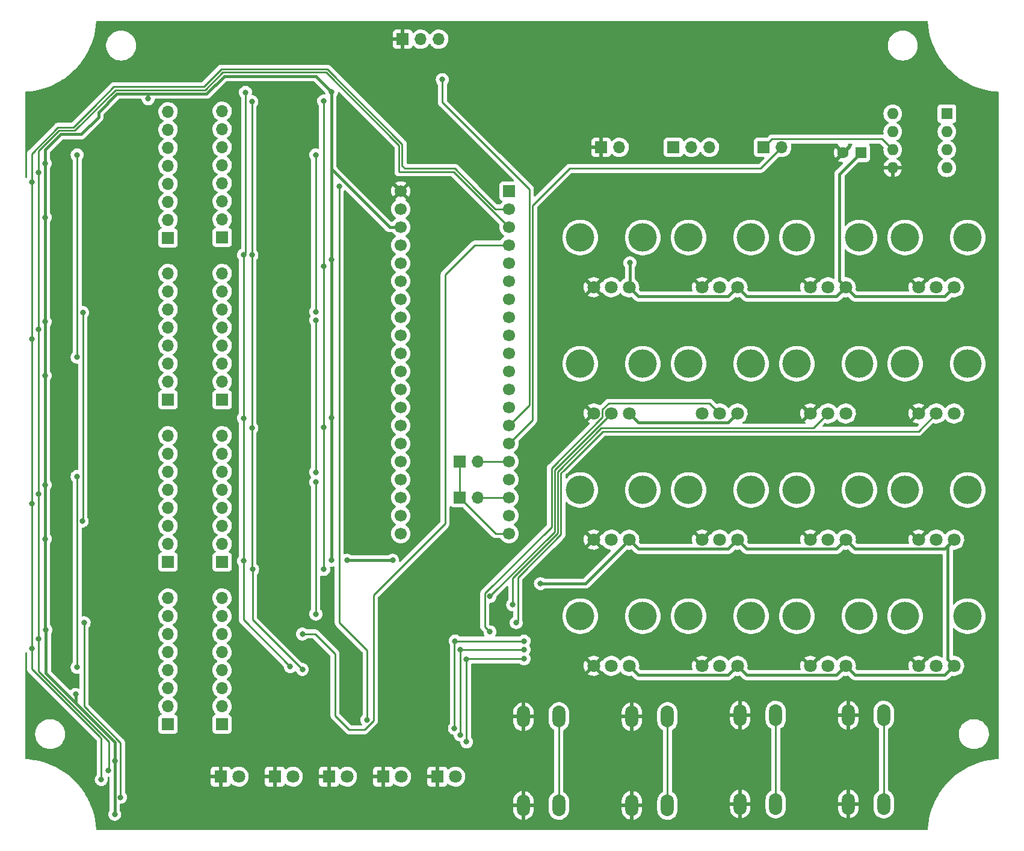
<source format=gbr>
%TF.GenerationSoftware,KiCad,Pcbnew,(6.0.1)*%
%TF.CreationDate,2022-07-13T15:29:40+01:00*%
%TF.ProjectId,polymod_proto_1,706f6c79-6d6f-4645-9f70-726f746f5f31,rev?*%
%TF.SameCoordinates,Original*%
%TF.FileFunction,Copper,L2,Bot*%
%TF.FilePolarity,Positive*%
%FSLAX46Y46*%
G04 Gerber Fmt 4.6, Leading zero omitted, Abs format (unit mm)*
G04 Created by KiCad (PCBNEW (6.0.1)) date 2022-07-13 15:29:40*
%MOMM*%
%LPD*%
G01*
G04 APERTURE LIST*
%TA.AperFunction,WasherPad*%
%ADD10C,4.000000*%
%TD*%
%TA.AperFunction,ComponentPad*%
%ADD11C,1.800000*%
%TD*%
%TA.AperFunction,ComponentPad*%
%ADD12R,1.700000X1.700000*%
%TD*%
%TA.AperFunction,ComponentPad*%
%ADD13O,1.700000X1.700000*%
%TD*%
%TA.AperFunction,ComponentPad*%
%ADD14O,1.850000X3.048000*%
%TD*%
%TA.AperFunction,ComponentPad*%
%ADD15R,1.800000X1.800000*%
%TD*%
%TA.AperFunction,ComponentPad*%
%ADD16C,1.700000*%
%TD*%
%TA.AperFunction,ComponentPad*%
%ADD17R,1.600000X1.600000*%
%TD*%
%TA.AperFunction,ComponentPad*%
%ADD18O,1.600000X1.600000*%
%TD*%
%TA.AperFunction,ComponentPad*%
%ADD19C,1.600000*%
%TD*%
%TA.AperFunction,ViaPad*%
%ADD20C,0.800000*%
%TD*%
%TA.AperFunction,Conductor*%
%ADD21C,0.400000*%
%TD*%
%TA.AperFunction,Conductor*%
%ADD22C,0.250000*%
%TD*%
G04 APERTURE END LIST*
D10*
%TO.P,RV12,*%
%TO.N,*%
X205320000Y-101610000D03*
X214120000Y-101610000D03*
D11*
%TO.P,RV12,1,1*%
%TO.N,VCC*%
X212220000Y-108610000D03*
%TO.P,RV12,2,2*%
%TO.N,Net-(RV12-Pad2)*%
X209720000Y-108610000D03*
%TO.P,RV12,3,3*%
%TO.N,GND*%
X207220000Y-108610000D03*
%TD*%
D10*
%TO.P,RV10,*%
%TO.N,*%
X174840000Y-101610000D03*
X183640000Y-101610000D03*
D11*
%TO.P,RV10,1,1*%
%TO.N,VCC*%
X181740000Y-108610000D03*
%TO.P,RV10,2,2*%
%TO.N,Net-(RV10-Pad2)*%
X179240000Y-108610000D03*
%TO.P,RV10,3,3*%
%TO.N,GND*%
X176740000Y-108610000D03*
%TD*%
D10*
%TO.P,RV13,*%
%TO.N,*%
X159600000Y-119390000D03*
X168400000Y-119390000D03*
D11*
%TO.P,RV13,1,1*%
%TO.N,VCC*%
X166500000Y-126390000D03*
%TO.P,RV13,2,2*%
%TO.N,Net-(RV13-Pad2)*%
X164000000Y-126390000D03*
%TO.P,RV13,3,3*%
%TO.N,GND*%
X161500000Y-126390000D03*
%TD*%
D10*
%TO.P,RV9,*%
%TO.N,*%
X159600000Y-101610000D03*
X168400000Y-101610000D03*
D11*
%TO.P,RV9,1,1*%
%TO.N,VCC*%
X166500000Y-108610000D03*
%TO.P,RV9,2,2*%
%TO.N,Net-(RV9-Pad2)*%
X164000000Y-108610000D03*
%TO.P,RV9,3,3*%
%TO.N,GND*%
X161500000Y-108610000D03*
%TD*%
D10*
%TO.P,RV6,*%
%TO.N,*%
X174840000Y-83830000D03*
X183640000Y-83830000D03*
D11*
%TO.P,RV6,1,1*%
%TO.N,VCC*%
X181740000Y-90830000D03*
%TO.P,RV6,2,2*%
%TO.N,Net-(RV6-Pad2)*%
X179240000Y-90830000D03*
%TO.P,RV6,3,3*%
%TO.N,GND*%
X176740000Y-90830000D03*
%TD*%
D10*
%TO.P,RV14,*%
%TO.N,*%
X174840000Y-119390000D03*
X183640000Y-119390000D03*
D11*
%TO.P,RV14,1,1*%
%TO.N,VCC*%
X181740000Y-126390000D03*
%TO.P,RV14,2,2*%
%TO.N,Net-(RV14-Pad2)*%
X179240000Y-126390000D03*
%TO.P,RV14,3,3*%
%TO.N,GND*%
X176740000Y-126390000D03*
%TD*%
D10*
%TO.P,RV3,*%
%TO.N,*%
X190080000Y-66050000D03*
X198880000Y-66050000D03*
D11*
%TO.P,RV3,1,1*%
%TO.N,VCC*%
X196980000Y-73050000D03*
%TO.P,RV3,2,2*%
%TO.N,Net-(RV3-Pad2)*%
X194480000Y-73050000D03*
%TO.P,RV3,3,3*%
%TO.N,GND*%
X191980000Y-73050000D03*
%TD*%
D10*
%TO.P,RV2,*%
%TO.N,*%
X174840000Y-66050000D03*
X183640000Y-66050000D03*
D11*
%TO.P,RV2,1,1*%
%TO.N,VCC*%
X181740000Y-73050000D03*
%TO.P,RV2,2,2*%
%TO.N,Net-(RV2-Pad2)*%
X179240000Y-73050000D03*
%TO.P,RV2,3,3*%
%TO.N,GND*%
X176740000Y-73050000D03*
%TD*%
D10*
%TO.P,RV15,*%
%TO.N,*%
X190080000Y-119390000D03*
X198880000Y-119390000D03*
D11*
%TO.P,RV15,1,1*%
%TO.N,VCC*%
X196980000Y-126390000D03*
%TO.P,RV15,2,2*%
%TO.N,Net-(RV15-Pad2)*%
X194480000Y-126390000D03*
%TO.P,RV15,3,3*%
%TO.N,GND*%
X191980000Y-126390000D03*
%TD*%
D10*
%TO.P,RV8,*%
%TO.N,*%
X205320000Y-83830000D03*
X214120000Y-83830000D03*
D11*
%TO.P,RV8,1,1*%
%TO.N,VCC*%
X212220000Y-90830000D03*
%TO.P,RV8,2,2*%
%TO.N,Net-(RV8-Pad2)*%
X209720000Y-90830000D03*
%TO.P,RV8,3,3*%
%TO.N,GND*%
X207220000Y-90830000D03*
%TD*%
D10*
%TO.P,RV11,*%
%TO.N,*%
X190080000Y-101610000D03*
X198880000Y-101610000D03*
D11*
%TO.P,RV11,1,1*%
%TO.N,VCC*%
X196980000Y-108610000D03*
%TO.P,RV11,2,2*%
%TO.N,Net-(RV11-Pad2)*%
X194480000Y-108610000D03*
%TO.P,RV11,3,3*%
%TO.N,GND*%
X191980000Y-108610000D03*
%TD*%
D10*
%TO.P,RV1,*%
%TO.N,*%
X159600000Y-66050000D03*
X168400000Y-66050000D03*
D11*
%TO.P,RV1,1,1*%
%TO.N,VCC*%
X166500000Y-73050000D03*
%TO.P,RV1,2,2*%
%TO.N,Net-(RV1-Pad2)*%
X164000000Y-73050000D03*
%TO.P,RV1,3,3*%
%TO.N,GND*%
X161500000Y-73050000D03*
%TD*%
D10*
%TO.P,RV4,*%
%TO.N,*%
X205320000Y-66050000D03*
X214120000Y-66050000D03*
D11*
%TO.P,RV4,1,1*%
%TO.N,VCC*%
X212220000Y-73050000D03*
%TO.P,RV4,2,2*%
%TO.N,Net-(RV4-Pad2)*%
X209720000Y-73050000D03*
%TO.P,RV4,3,3*%
%TO.N,GND*%
X207220000Y-73050000D03*
%TD*%
D10*
%TO.P,RV16,*%
%TO.N,*%
X205320000Y-119390000D03*
X214120000Y-119390000D03*
D11*
%TO.P,RV16,1,1*%
%TO.N,VCC*%
X212220000Y-126390000D03*
%TO.P,RV16,2,2*%
%TO.N,Net-(RV16-Pad2)*%
X209720000Y-126390000D03*
%TO.P,RV16,3,3*%
%TO.N,GND*%
X207220000Y-126390000D03*
%TD*%
D10*
%TO.P,RV5,*%
%TO.N,*%
X159600000Y-83830000D03*
X168400000Y-83830000D03*
D11*
%TO.P,RV5,1,1*%
%TO.N,VCC*%
X166500000Y-90830000D03*
%TO.P,RV5,2,2*%
%TO.N,Net-(RV5-Pad2)*%
X164000000Y-90830000D03*
%TO.P,RV5,3,3*%
%TO.N,GND*%
X161500000Y-90830000D03*
%TD*%
D10*
%TO.P,RV7,*%
%TO.N,*%
X190080000Y-83830000D03*
X198880000Y-83830000D03*
D11*
%TO.P,RV7,1,1*%
%TO.N,VCC*%
X196980000Y-90830000D03*
%TO.P,RV7,2,2*%
%TO.N,Net-(RV7-Pad2)*%
X194480000Y-90830000D03*
%TO.P,RV7,3,3*%
%TO.N,GND*%
X191980000Y-90830000D03*
%TD*%
D12*
%TO.P,JP1,1,A*%
%TO.N,Net-(JP1-Pad1)*%
X185420000Y-53340000D03*
D13*
%TO.P,JP1,2,B*%
%TO.N,/MIDI_IN*%
X187960000Y-53340000D03*
%TD*%
D12*
%TO.P,J10,1,Pin_1*%
%TO.N,Net-(D31-Pad1)*%
X101600000Y-134620000D03*
D13*
%TO.P,J10,2,Pin_2*%
%TO.N,Net-(D32-Pad1)*%
X101600000Y-132080000D03*
%TO.P,J10,3,Pin_3*%
%TO.N,Net-(D33-Pad1)*%
X101600000Y-129540000D03*
%TO.P,J10,4,Pin_4*%
%TO.N,Net-(D34-Pad1)*%
X101600000Y-127000000D03*
%TO.P,J10,5,Pin_5*%
%TO.N,Net-(D35-Pad1)*%
X101600000Y-124460000D03*
%TO.P,J10,6,Pin_6*%
%TO.N,Net-(D36-Pad1)*%
X101600000Y-121920000D03*
%TO.P,J10,7,Pin_7*%
%TO.N,Net-(D37-Pad1)*%
X101600000Y-119380000D03*
%TO.P,J10,8,Pin_8*%
%TO.N,Net-(D38-Pad1)*%
X101600000Y-116840000D03*
%TD*%
D14*
%TO.P,SW3,1,1*%
%TO.N,GND*%
X182120000Y-133340000D03*
X182120000Y-145840000D03*
%TO.P,SW3,2,2*%
%TO.N,Net-(SW3-Pad2)*%
X187120000Y-145840000D03*
X187120000Y-133340000D03*
%TD*%
D15*
%TO.P,D4,1,K*%
%TO.N,GND*%
X124240000Y-142000000D03*
D11*
%TO.P,D4,2,A*%
%TO.N,Net-(D4-Pad2)*%
X126780000Y-142000000D03*
%TD*%
D12*
%TO.P,J7,1,Pin_1*%
%TO.N,Net-(J7-Pad1)*%
X109220000Y-66040000D03*
D13*
%TO.P,J7,2,Pin_2*%
%TO.N,Net-(J7-Pad2)*%
X109220000Y-63500000D03*
%TO.P,J7,3,Pin_3*%
%TO.N,Net-(J7-Pad3)*%
X109220000Y-60960000D03*
%TO.P,J7,4,Pin_4*%
%TO.N,Net-(J7-Pad4)*%
X109220000Y-58420000D03*
%TO.P,J7,5,Pin_5*%
%TO.N,Net-(J7-Pad5)*%
X109220000Y-55880000D03*
%TO.P,J7,6,Pin_6*%
%TO.N,Net-(J7-Pad6)*%
X109220000Y-53340000D03*
%TO.P,J7,7,Pin_7*%
%TO.N,Net-(J7-Pad7)*%
X109220000Y-50800000D03*
%TO.P,J7,8,Pin_8*%
%TO.N,Net-(J7-Pad8)*%
X109220000Y-48260000D03*
%TD*%
D14*
%TO.P,SW4,1,1*%
%TO.N,GND*%
X197320000Y-145840000D03*
X197320000Y-133340000D03*
%TO.P,SW4,2,2*%
%TO.N,Net-(SW4-Pad2)*%
X202320000Y-145840000D03*
X202320000Y-133340000D03*
%TD*%
D12*
%TO.P,J4,1*%
%TO.N,GND*%
X162560000Y-53340000D03*
D13*
%TO.P,J4,2*%
%TO.N,Net-(A1-Pad39)*%
X165100000Y-53340000D03*
%TD*%
D12*
%TO.P,J11,1,Pin_1*%
%TO.N,Net-(J11-Pad1)*%
X109220000Y-88900000D03*
D13*
%TO.P,J11,2,Pin_2*%
%TO.N,Net-(J11-Pad2)*%
X109220000Y-86360000D03*
%TO.P,J11,3,Pin_3*%
%TO.N,Net-(J11-Pad3)*%
X109220000Y-83820000D03*
%TO.P,J11,4,Pin_4*%
%TO.N,Net-(J11-Pad4)*%
X109220000Y-81280000D03*
%TO.P,J11,5,Pin_5*%
%TO.N,Net-(J11-Pad5)*%
X109220000Y-78740000D03*
%TO.P,J11,6,Pin_6*%
%TO.N,Net-(J11-Pad6)*%
X109220000Y-76200000D03*
%TO.P,J11,7,Pin_7*%
%TO.N,Net-(J11-Pad7)*%
X109220000Y-73660000D03*
%TO.P,J11,8,Pin_8*%
%TO.N,Net-(J11-Pad8)*%
X109220000Y-71120000D03*
%TD*%
D15*
%TO.P,D5,1,K*%
%TO.N,GND*%
X131860000Y-142000000D03*
D11*
%TO.P,D5,2,A*%
%TO.N,Net-(D5-Pad2)*%
X134400000Y-142000000D03*
%TD*%
D14*
%TO.P,SW1,1,1*%
%TO.N,GND*%
X151600000Y-133540000D03*
X151600000Y-146040000D03*
%TO.P,SW1,2,2*%
%TO.N,Net-(SW1-Pad2)*%
X156600000Y-146040000D03*
X156600000Y-133540000D03*
%TD*%
D12*
%TO.P,J9,1,Pin_1*%
%TO.N,Net-(D23-Pad1)*%
X101600000Y-111760000D03*
D13*
%TO.P,J9,2,Pin_2*%
%TO.N,Net-(D24-Pad1)*%
X101600000Y-109220000D03*
%TO.P,J9,3,Pin_3*%
%TO.N,Net-(D25-Pad1)*%
X101600000Y-106680000D03*
%TO.P,J9,4,Pin_4*%
%TO.N,Net-(D26-Pad1)*%
X101600000Y-104140000D03*
%TO.P,J9,5,Pin_5*%
%TO.N,Net-(D27-Pad1)*%
X101600000Y-101600000D03*
%TO.P,J9,6,Pin_6*%
%TO.N,Net-(D28-Pad1)*%
X101600000Y-99060000D03*
%TO.P,J9,7,Pin_7*%
%TO.N,Net-(D29-Pad1)*%
X101600000Y-96520000D03*
%TO.P,J9,8,Pin_8*%
%TO.N,Net-(D30-Pad1)*%
X101600000Y-93980000D03*
%TD*%
D15*
%TO.P,D2,1,K*%
%TO.N,GND*%
X109000000Y-142000000D03*
D11*
%TO.P,D2,2,A*%
%TO.N,Net-(D2-Pad2)*%
X111540000Y-142000000D03*
%TD*%
D12*
%TO.P,J8,1,Pin_1*%
%TO.N,Net-(D15-Pad1)*%
X101600000Y-88900000D03*
D13*
%TO.P,J8,2,Pin_2*%
%TO.N,Net-(D16-Pad1)*%
X101600000Y-86360000D03*
%TO.P,J8,3,Pin_3*%
%TO.N,Net-(D17-Pad1)*%
X101600000Y-83820000D03*
%TO.P,J8,4,Pin_4*%
%TO.N,Net-(D18-Pad1)*%
X101600000Y-81280000D03*
%TO.P,J8,5,Pin_5*%
%TO.N,Net-(D19-Pad1)*%
X101600000Y-78740000D03*
%TO.P,J8,6,Pin_6*%
%TO.N,Net-(D20-Pad1)*%
X101600000Y-76200000D03*
%TO.P,J8,7,Pin_7*%
%TO.N,Net-(D21-Pad1)*%
X101600000Y-73660000D03*
%TO.P,J8,8,Pin_8*%
%TO.N,Net-(D22-Pad1)*%
X101600000Y-71120000D03*
%TD*%
D14*
%TO.P,SW2,1,1*%
%TO.N,GND*%
X166880000Y-146040000D03*
X166880000Y-133540000D03*
%TO.P,SW2,2,2*%
%TO.N,Net-(SW2-Pad2)*%
X171880000Y-133540000D03*
X171880000Y-146040000D03*
%TD*%
D12*
%TO.P,J13,1,Pin_1*%
%TO.N,Net-(J13-Pad1)*%
X109200000Y-134620000D03*
D13*
%TO.P,J13,2,Pin_2*%
%TO.N,Net-(J13-Pad2)*%
X109200000Y-132080000D03*
%TO.P,J13,3,Pin_3*%
%TO.N,Net-(J13-Pad3)*%
X109200000Y-129540000D03*
%TO.P,J13,4,Pin_4*%
%TO.N,Net-(J13-Pad4)*%
X109200000Y-127000000D03*
%TO.P,J13,5,Pin_5*%
%TO.N,Net-(J13-Pad5)*%
X109200000Y-124460000D03*
%TO.P,J13,6,Pin_6*%
%TO.N,Net-(J13-Pad6)*%
X109200000Y-121920000D03*
%TO.P,J13,7,Pin_7*%
%TO.N,Net-(J13-Pad7)*%
X109200000Y-119380000D03*
%TO.P,J13,8,Pin_8*%
%TO.N,Net-(J13-Pad8)*%
X109200000Y-116840000D03*
%TD*%
D12*
%TO.P,J6,1,Pin_1*%
%TO.N,Net-(D7-Pad1)*%
X101600000Y-66120000D03*
D13*
%TO.P,J6,2,Pin_2*%
%TO.N,Net-(D8-Pad1)*%
X101600000Y-63580000D03*
%TO.P,J6,3,Pin_3*%
%TO.N,Net-(D9-Pad1)*%
X101600000Y-61040000D03*
%TO.P,J6,4,Pin_4*%
%TO.N,Net-(D10-Pad1)*%
X101600000Y-58500000D03*
%TO.P,J6,5,Pin_5*%
%TO.N,Net-(D11-Pad1)*%
X101600000Y-55960000D03*
%TO.P,J6,6,Pin_6*%
%TO.N,Net-(D12-Pad1)*%
X101600000Y-53420000D03*
%TO.P,J6,7,Pin_7*%
%TO.N,Net-(D13-Pad1)*%
X101600000Y-50880000D03*
%TO.P,J6,8,Pin_8*%
%TO.N,Net-(D14-Pad1)*%
X101600000Y-48340000D03*
%TD*%
D12*
%TO.P,J1,1,Pin_1*%
%TO.N,GNDA*%
X142660000Y-102700000D03*
D13*
%TO.P,J1,2,Pin_2*%
%TO.N,/audio_out_tip*%
X145200000Y-102700000D03*
%TD*%
D15*
%TO.P,D6,1,K*%
%TO.N,GND*%
X139480000Y-142000000D03*
D11*
%TO.P,D6,2,A*%
%TO.N,Net-(D6-Pad2)*%
X142020000Y-142000000D03*
%TD*%
D12*
%TO.P,J14,1,Pin_1*%
%TO.N,unconnected-(J14-Pad1)*%
X172720000Y-53340000D03*
D13*
%TO.P,J14,2,Pin_2*%
%TO.N,/midi_in_ring*%
X175260000Y-53340000D03*
%TO.P,J14,3,Pin_3*%
%TO.N,/midi_in_tip*%
X177800000Y-53340000D03*
%TD*%
D12*
%TO.P,J2,1,Pin_1*%
%TO.N,GND*%
X134620000Y-38100000D03*
D13*
%TO.P,J2,2,Pin_2*%
%TO.N,/midi_out_ring*%
X137160000Y-38100000D03*
%TO.P,J2,3,Pin_3*%
%TO.N,/midi_out_tip*%
X139700000Y-38100000D03*
%TD*%
D15*
%TO.P,D3,1,K*%
%TO.N,GND*%
X116620000Y-142000000D03*
D11*
%TO.P,D3,2,A*%
%TO.N,Net-(D3-Pad2)*%
X119160000Y-142000000D03*
%TD*%
D12*
%TO.P,J12,1,Pin_1*%
%TO.N,Net-(J12-Pad1)*%
X109220000Y-111760000D03*
D13*
%TO.P,J12,2,Pin_2*%
%TO.N,Net-(J12-Pad2)*%
X109220000Y-109220000D03*
%TO.P,J12,3,Pin_3*%
%TO.N,Net-(J12-Pad3)*%
X109220000Y-106680000D03*
%TO.P,J12,4,Pin_4*%
%TO.N,Net-(J12-Pad4)*%
X109220000Y-104140000D03*
%TO.P,J12,5,Pin_5*%
%TO.N,Net-(J12-Pad5)*%
X109220000Y-101600000D03*
%TO.P,J12,6,Pin_6*%
%TO.N,Net-(J12-Pad6)*%
X109220000Y-99060000D03*
%TO.P,J12,7,Pin_7*%
%TO.N,Net-(J12-Pad7)*%
X109220000Y-96520000D03*
%TO.P,J12,8,Pin_8*%
%TO.N,Net-(J12-Pad8)*%
X109220000Y-93980000D03*
%TD*%
D12*
%TO.P,J3,1,Pin_1*%
%TO.N,GNDA*%
X142600000Y-97600000D03*
D13*
%TO.P,J3,2,Pin_2*%
%TO.N,/audio_in_tip*%
X145140000Y-97600000D03*
%TD*%
D12*
%TO.P,A1,1,USB_HS_ID*%
%TO.N,unconnected-(A1-Pad1)*%
X149577500Y-59500000D03*
D16*
%TO.P,A1,2,SDMMC1_D3*%
%TO.N,PATCHING_OUT_LATCH*%
X149577500Y-62040000D03*
%TO.P,A1,3,SDMMC1_D2*%
%TO.N,PATCHING_OUT_CLOCK*%
X149577500Y-64580000D03*
%TO.P,A1,4,SDMMC1_D1*%
%TO.N,/PATCHING_IN_DATA*%
X149577500Y-67120000D03*
%TO.P,A1,5,SDMMC1_D0*%
%TO.N,PATCHING_IN_CE*%
X149577500Y-69660000D03*
%TO.P,A1,6,SDMMC1_CMD*%
%TO.N,PATCHING_IN_CLOCK*%
X149577500Y-72200000D03*
%TO.P,A1,7,SDMMC1_CK*%
%TO.N,PATCHING_IN_LOAD*%
X149577500Y-74740000D03*
%TO.P,A1,8,SPI1_NSS*%
%TO.N,/PATCHING_OUT_DATA*%
X149577500Y-77280000D03*
%TO.P,A1,9,SPI1_SCK*%
%TO.N,unconnected-(A1-Pad9)*%
X149577500Y-79820000D03*
%TO.P,A1,10,SPI1_MISO*%
%TO.N,unconnected-(A1-Pad10)*%
X149577500Y-82360000D03*
%TO.P,A1,11,SPI1_MOSI*%
%TO.N,unconnected-(A1-Pad11)*%
X149577500Y-84900000D03*
%TO.P,A1,12,I2C1_SCL*%
%TO.N,unconnected-(A1-Pad12)*%
X149577500Y-87440000D03*
%TO.P,A1,13,I2C1_SDA*%
%TO.N,unconnected-(A1-Pad13)*%
X149577500Y-89980000D03*
%TO.P,A1,14,USART1_TX*%
%TO.N,/MIDI_OUT*%
X149577500Y-92520000D03*
%TO.P,A1,15,USART1_RX*%
%TO.N,/MIDI_IN*%
X149577500Y-95060000D03*
%TO.P,A1,16,AUDIO_IN_L*%
%TO.N,/audio_in_tip*%
X149577500Y-97600000D03*
%TO.P,A1,17,AUDIO_IN_R*%
%TO.N,unconnected-(A1-Pad17)*%
X149577500Y-100140000D03*
%TO.P,A1,18,AUDIO_OUT_L*%
%TO.N,/audio_out_tip*%
X149577500Y-102680000D03*
%TO.P,A1,19,AUDIO_OUT_R*%
%TO.N,unconnected-(A1-Pad19)*%
X149577500Y-105220000D03*
%TO.P,A1,20,AGND*%
%TO.N,GNDA*%
X149577500Y-107760000D03*
%TO.P,A1,21,3V3_A*%
%TO.N,unconnected-(A1-Pad21)*%
X134337500Y-107760000D03*
%TO.P,A1,22,ADC_INP10*%
%TO.N,/4051_1*%
X134337500Y-105220000D03*
%TO.P,A1,23,ADC_INP15*%
%TO.N,/4051_2*%
X134337500Y-102680000D03*
%TO.P,A1,24,ADC_INP5*%
%TO.N,unconnected-(A1-Pad24)*%
X134337500Y-100140000D03*
%TO.P,A1,25,ADC_INP7*%
%TO.N,unconnected-(A1-Pad25)*%
X134337500Y-97600000D03*
%TO.P,A1,26,ADC_INP3*%
%TO.N,unconnected-(A1-Pad26)*%
X134337500Y-95060000D03*
%TO.P,A1,27,ADC_INP11*%
%TO.N,unconnected-(A1-Pad27)*%
X134337500Y-92520000D03*
%TO.P,A1,28,ADC1_INP4*%
%TO.N,unconnected-(A1-Pad28)*%
X134337500Y-89980000D03*
%TO.P,A1,29,DAC1_OUT2*%
%TO.N,unconnected-(A1-Pad29)*%
X134337500Y-87440000D03*
%TO.P,A1,30,DAC1_OUT1*%
%TO.N,unconnected-(A1-Pad30)*%
X134337500Y-84900000D03*
%TO.P,A1,31,SAI2_MCLK_B*%
%TO.N,unconnected-(A1-Pad31)*%
X134337500Y-82360000D03*
%TO.P,A1,32,SAI2_SD_B*%
%TO.N,unconnected-(A1-Pad32)*%
X134337500Y-79820000D03*
%TO.P,A1,33,SAI2_SD_A*%
%TO.N,unconnected-(A1-Pad33)*%
X134337500Y-77280000D03*
%TO.P,A1,34,SAI2_FS_B*%
%TO.N,unconnected-(A1-Pad34)*%
X134337500Y-74740000D03*
%TO.P,A1,35,SAI2_SCK_B*%
%TO.N,unconnected-(A1-Pad35)*%
X134337500Y-72200000D03*
%TO.P,A1,36,USB_HS_D_-*%
%TO.N,unconnected-(A1-Pad36)*%
X134337500Y-69660000D03*
%TO.P,A1,37,USB_HS_D_+*%
%TO.N,unconnected-(A1-Pad37)*%
X134337500Y-67120000D03*
%TO.P,A1,38,3V3_D*%
%TO.N,VCC*%
X134337500Y-64580000D03*
%TO.P,A1,39,VIN*%
%TO.N,Net-(A1-Pad39)*%
X134337500Y-62040000D03*
%TO.P,A1,40,GND*%
%TO.N,GND*%
X134337500Y-59500000D03*
%TD*%
D17*
%TO.P,U1,1,NC*%
%TO.N,unconnected-(U1-Pad1)*%
X211200000Y-48600000D03*
D18*
%TO.P,U1,2,C1*%
%TO.N,Net-(D1-Pad1)*%
X211200000Y-51140000D03*
%TO.P,U1,3,C2*%
%TO.N,/midi_in_tip*%
X211200000Y-53680000D03*
%TO.P,U1,4,NC*%
%TO.N,unconnected-(U1-Pad4)*%
X211200000Y-56220000D03*
%TO.P,U1,5,GND*%
%TO.N,GND*%
X203580000Y-56220000D03*
%TO.P,U1,6,VO2*%
%TO.N,Net-(JP1-Pad1)*%
X203580000Y-53680000D03*
%TO.P,U1,7,VO1*%
%TO.N,Net-(R2-Pad2)*%
X203580000Y-51140000D03*
%TO.P,U1,8,VCC*%
%TO.N,VCC*%
X203580000Y-48600000D03*
%TD*%
D17*
%TO.P,C1,1*%
%TO.N,VCC*%
X199082380Y-54100000D03*
D19*
%TO.P,C1,2*%
%TO.N,GND*%
X196582380Y-54100000D03*
%TD*%
D20*
%TO.N,GND*%
X109900000Y-68400000D03*
X103900000Y-139300000D03*
X104500000Y-69700000D03*
%TO.N,VCC*%
X88600000Y-130400000D03*
X98800000Y-46500000D03*
X124600000Y-91400000D03*
X84300000Y-63200000D03*
X84300000Y-55600000D03*
X126800000Y-111500000D03*
X84300000Y-108500000D03*
X166600000Y-69600000D03*
X94100000Y-139800000D03*
X124600000Y-45500000D03*
X84300000Y-77900000D03*
X84300000Y-100900000D03*
X124600000Y-69200000D03*
X154000000Y-114800000D03*
X84400000Y-121300000D03*
X94100000Y-147300000D03*
X124600000Y-111500000D03*
X133200000Y-111500000D03*
X84300000Y-85500000D03*
%TO.N,/MIDI_OUT*%
X140200000Y-43800000D03*
%TO.N,PATCHING_IN_LOAD*%
X112200000Y-111600000D03*
X118800000Y-126500000D03*
X112200000Y-91500000D03*
X112200000Y-68500000D03*
X112500000Y-45600000D03*
%TO.N,PATCHING_IN_CLOCK*%
X113500000Y-112800000D03*
X113400000Y-68500000D03*
X113400000Y-46900000D03*
X113400000Y-92900000D03*
X120500000Y-126900000D03*
%TO.N,PATCHING_IN_CE*%
X123500000Y-92800000D03*
X123500000Y-70100000D03*
X123500000Y-46800000D03*
X123500000Y-112800000D03*
%TO.N,/PATCHING_IN_DATA*%
X120500000Y-121900000D03*
%TO.N,PATCHING_OUT_CLOCK*%
X83400000Y-79000000D03*
X83400000Y-56900000D03*
X83400000Y-102200000D03*
X93200000Y-141100000D03*
X83400000Y-122600000D03*
%TO.N,PATCHING_OUT_LATCH*%
X82400000Y-103500000D03*
X82400000Y-80300000D03*
X82400000Y-58200000D03*
X92200000Y-142400000D03*
X82400000Y-123900000D03*
%TO.N,Net-(RV5-Pad2)*%
X146900000Y-116600000D03*
%TO.N,Net-(RV6-Pad2)*%
X146900000Y-121600000D03*
%TO.N,Net-(RV7-Pad2)*%
X150100000Y-117800000D03*
%TO.N,Net-(RV8-Pad2)*%
X150600000Y-120300000D03*
%TO.N,4051_ADDRESS_B*%
X151700000Y-124100000D03*
X142700000Y-124100000D03*
X142700000Y-136100000D03*
%TO.N,4051_ADDRESS_C*%
X143600000Y-125500000D03*
X143600000Y-137100000D03*
X151700000Y-125400000D03*
%TO.N,/UTIL_595*%
X89800000Y-120300000D03*
X94900000Y-144900000D03*
%TO.N,4051_ADDRESS_A*%
X151700000Y-122900000D03*
X142000000Y-122900000D03*
X141900000Y-135200000D03*
%TO.N,/UTIL_165*%
X125700000Y-58800000D03*
X129600000Y-134000000D03*
%TO.N,/Output group 1/OUTPUT*%
X88800000Y-54400000D03*
X88800000Y-82900000D03*
%TO.N,/Input group 1/OUTPUT*%
X122400000Y-54400000D03*
X122400000Y-76500000D03*
%TO.N,/Output group 2/OUTPUT*%
X89524500Y-106000000D03*
X89600000Y-76600000D03*
%TO.N,/Output group 3/OUTPUT*%
X88800000Y-126600000D03*
X88800000Y-99700000D03*
%TO.N,/Input group 2/OUTPUT*%
X122400000Y-77700000D03*
X122400000Y-99100000D03*
%TO.N,/Input group 3/OUTPUT*%
X122400000Y-100500000D03*
X122400000Y-119100000D03*
%TD*%
D21*
%TO.N,GND*%
X109900000Y-68400000D02*
X105800000Y-68400000D01*
X106600000Y-142000000D02*
X109000000Y-142000000D01*
X105800000Y-68400000D02*
X104500000Y-69700000D01*
X103900000Y-139300000D02*
X106600000Y-142000000D01*
%TO.N,VCC*%
X196980000Y-126390000D02*
X198279511Y-127689511D01*
X180440489Y-109909511D02*
X167799511Y-109909511D01*
X84400000Y-127441784D02*
X88629108Y-131670892D01*
X84300000Y-63200000D02*
X84300000Y-77900000D01*
X210920489Y-74349511D02*
X212220000Y-73050000D01*
X195680489Y-127689511D02*
X196980000Y-126390000D01*
X181740000Y-73050000D02*
X183039511Y-74349511D01*
X124600000Y-45500000D02*
X122400000Y-43300000D01*
X91800000Y-49100000D02*
X89400000Y-51500000D01*
X181740000Y-126390000D02*
X183039511Y-127689511D01*
X195680489Y-74349511D02*
X196980000Y-73050000D01*
X210920489Y-127689511D02*
X212220000Y-126390000D01*
X181740000Y-108610000D02*
X180440489Y-109909511D01*
X183039511Y-127689511D02*
X195680489Y-127689511D01*
X133200000Y-111500000D02*
X126800000Y-111500000D01*
X212220000Y-108610000D02*
X210920489Y-109909511D01*
X210920489Y-109909511D02*
X198279511Y-109909511D01*
X198279511Y-127689511D02*
X210920489Y-127689511D01*
X88600000Y-130400000D02*
X88629108Y-130429108D01*
X167799511Y-109909511D02*
X166500000Y-108610000D01*
X84300000Y-77900000D02*
X84300000Y-85500000D01*
X167799511Y-74349511D02*
X180440489Y-74349511D01*
X132780000Y-64580000D02*
X125000000Y-56800000D01*
X196080000Y-57102380D02*
X199082380Y-54100000D01*
X196980000Y-73050000D02*
X198279511Y-74349511D01*
X124600000Y-55600000D02*
X124600000Y-45500000D01*
X160310000Y-114800000D02*
X166500000Y-108610000D01*
X211320000Y-109510000D02*
X211320000Y-125490000D01*
X124600000Y-69200000D02*
X124600000Y-91400000D01*
X180440489Y-92129511D02*
X181740000Y-90830000D01*
X124600000Y-91400000D02*
X124600000Y-111500000D01*
X183039511Y-74349511D02*
X195680489Y-74349511D01*
X94100000Y-137141784D02*
X94100000Y-139800000D01*
X198279511Y-74349511D02*
X210920489Y-74349511D01*
X154000000Y-114800000D02*
X160310000Y-114800000D01*
X86500000Y-51500000D02*
X84300000Y-53700000D01*
X196980000Y-108610000D02*
X195680489Y-109909511D01*
X167799511Y-127689511D02*
X180440489Y-127689511D01*
X84300000Y-100900000D02*
X84300000Y-108500000D01*
X166500000Y-126390000D02*
X167799511Y-127689511D01*
X167799511Y-92129511D02*
X180440489Y-92129511D01*
X84300000Y-55600000D02*
X84300000Y-63200000D01*
X98800000Y-46500000D02*
X98800000Y-45800000D01*
X166600000Y-69600000D02*
X166600000Y-72950000D01*
X124600000Y-56400000D02*
X124600000Y-55600000D01*
X107000000Y-45800000D02*
X98800000Y-45800000D01*
X94100000Y-139800000D02*
X94100000Y-147300000D01*
X88629108Y-131670892D02*
X93579108Y-136620892D01*
X196980000Y-73050000D02*
X196080000Y-72150000D01*
X109500000Y-43300000D02*
X107000000Y-45800000D01*
X84300000Y-53700000D02*
X84300000Y-55600000D01*
X125000000Y-56800000D02*
X124600000Y-56400000D01*
X93579108Y-136620892D02*
X94100000Y-137141784D01*
X180440489Y-127689511D02*
X181740000Y-126390000D01*
X89400000Y-51500000D02*
X86500000Y-51500000D01*
X94400000Y-45800000D02*
X91800000Y-48400000D01*
X180440489Y-74349511D02*
X181740000Y-73050000D01*
X84300000Y-121200000D02*
X84400000Y-121300000D01*
X84400000Y-121300000D02*
X84400000Y-127441784D01*
X124600000Y-55600000D02*
X124600000Y-69200000D01*
X183039511Y-109909511D02*
X181740000Y-108610000D01*
X198279511Y-109909511D02*
X196980000Y-108610000D01*
X166500000Y-90830000D02*
X167799511Y-92129511D01*
X166600000Y-72950000D02*
X166500000Y-73050000D01*
X84300000Y-85500000D02*
X84300000Y-100900000D01*
X98800000Y-45800000D02*
X94400000Y-45800000D01*
X84300000Y-108500000D02*
X84300000Y-121200000D01*
X91800000Y-48400000D02*
X91800000Y-49100000D01*
X166500000Y-73050000D02*
X167799511Y-74349511D01*
X211320000Y-125490000D02*
X212220000Y-126390000D01*
X195680489Y-109909511D02*
X183039511Y-109909511D01*
X122400000Y-43300000D02*
X109500000Y-43300000D01*
X88629108Y-130429108D02*
X88629108Y-131670892D01*
X196080000Y-72150000D02*
X196080000Y-57102380D01*
X212220000Y-108610000D02*
X211320000Y-109510000D01*
X134337500Y-64580000D02*
X132780000Y-64580000D01*
D22*
%TO.N,GNDA*%
X142600000Y-102640000D02*
X142660000Y-102700000D01*
X142660000Y-102700000D02*
X147720000Y-107760000D01*
X147720000Y-107760000D02*
X149577500Y-107760000D01*
X142600000Y-97600000D02*
X142600000Y-102640000D01*
%TO.N,/MIDI_IN*%
X152900000Y-91737500D02*
X149577500Y-95060000D01*
X158100000Y-56300000D02*
X152900000Y-61500000D01*
X187960000Y-53340000D02*
X185000000Y-56300000D01*
X185000000Y-56300000D02*
X158100000Y-56300000D01*
X152900000Y-61500000D02*
X152900000Y-91737500D01*
%TO.N,/MIDI_OUT*%
X152450480Y-59250480D02*
X140200000Y-47000000D01*
X152450480Y-89647020D02*
X152450480Y-59250480D01*
X149577500Y-92520000D02*
X152450480Y-89647020D01*
X140200000Y-47000000D02*
X140200000Y-43800000D01*
%TO.N,PATCHING_IN_LOAD*%
X112200000Y-119900000D02*
X118800000Y-126500000D01*
X112200000Y-68500000D02*
X112200000Y-91500000D01*
X112200000Y-91500000D02*
X112200000Y-111600000D01*
X112200000Y-111600000D02*
X112200000Y-119900000D01*
X112500000Y-45600000D02*
X112500000Y-68200000D01*
X112500000Y-68200000D02*
X112200000Y-68500000D01*
%TO.N,PATCHING_IN_CLOCK*%
X113400000Y-92900000D02*
X113400000Y-112700000D01*
X113400000Y-68500000D02*
X113400000Y-92900000D01*
X113500000Y-112800000D02*
X113500000Y-119900000D01*
X113400000Y-112700000D02*
X113500000Y-112800000D01*
X113500000Y-119900000D02*
X120500000Y-126900000D01*
X113400000Y-68500000D02*
X113400000Y-46900000D01*
%TO.N,PATCHING_IN_CE*%
X123500000Y-70100000D02*
X123500000Y-92800000D01*
X123500000Y-92800000D02*
X123500000Y-112800000D01*
X123500000Y-46800000D02*
X123500000Y-70100000D01*
%TO.N,/PATCHING_IN_DATA*%
X140600000Y-71300000D02*
X144780000Y-67120000D01*
X130500000Y-116400000D02*
X140600000Y-106300000D01*
X125100000Y-133400000D02*
X127100000Y-135400000D01*
X127100000Y-135400000D02*
X129224614Y-135400000D01*
X129224614Y-135400000D02*
X130500000Y-134124614D01*
X125100000Y-124700000D02*
X125100000Y-133400000D01*
X120500000Y-121900000D02*
X122300000Y-121900000D01*
X144780000Y-67120000D02*
X149577500Y-67120000D01*
X122300000Y-121900000D02*
X125100000Y-124700000D01*
X130500000Y-134124614D02*
X130500000Y-116400000D01*
X140600000Y-106300000D02*
X140600000Y-71300000D01*
%TO.N,PATCHING_OUT_CLOCK*%
X106782736Y-45275480D02*
X94182737Y-45275480D01*
X141797500Y-56800000D02*
X134100000Y-56800000D01*
X134100000Y-53058217D02*
X123817263Y-42775480D01*
X88482737Y-50975480D02*
X87900000Y-50975480D01*
X83400000Y-79000000D02*
X83400000Y-102200000D01*
X83400000Y-102200000D02*
X83400000Y-122600000D01*
X109282737Y-42775480D02*
X106782736Y-45275480D01*
X149577500Y-64580000D02*
X141797500Y-56800000D01*
X93258216Y-141041784D02*
X93200000Y-141100000D01*
X83400000Y-53858216D02*
X83400000Y-56900000D01*
X83400000Y-56900000D02*
X83400000Y-79000000D01*
X86282736Y-50975480D02*
X83400000Y-53858216D01*
X134100000Y-56800000D02*
X134100000Y-53058217D01*
X94182737Y-45275480D02*
X88482737Y-50975480D01*
X83400000Y-127183568D02*
X93258216Y-137041784D01*
X83400000Y-122600000D02*
X83400000Y-127183568D01*
X123817263Y-42775480D02*
X109282737Y-42775480D01*
X87900000Y-50975480D02*
X86282736Y-50975480D01*
X93258216Y-137041784D02*
X93258216Y-141041784D01*
%TO.N,PATCHING_OUT_LATCH*%
X135700000Y-56300000D02*
X134900000Y-56300000D01*
X88274040Y-50525960D02*
X86800000Y-50525960D01*
X111000000Y-42325960D02*
X109096539Y-42325960D01*
X92200000Y-136619286D02*
X92200000Y-142400000D01*
X134900000Y-56300000D02*
X134549520Y-55949520D01*
X86800000Y-50525960D02*
X86096539Y-50525960D01*
X82400000Y-126819285D02*
X91890357Y-136309643D01*
X82400000Y-58200000D02*
X82400000Y-80300000D01*
X82400000Y-123900000D02*
X82400000Y-126819285D01*
X91100000Y-47700000D02*
X88274040Y-50525960D01*
X82400000Y-80300000D02*
X82400000Y-103500000D01*
X134549520Y-55600000D02*
X134549520Y-52872020D01*
X134549520Y-55949520D02*
X134549520Y-55600000D01*
X82400000Y-103500000D02*
X82400000Y-123900000D01*
X149577500Y-62040000D02*
X147673218Y-62040000D01*
X147673218Y-62040000D02*
X144866609Y-59233391D01*
X141933218Y-56300000D02*
X135700000Y-56300000D01*
X91890357Y-136309643D02*
X92200000Y-136619286D01*
X93988751Y-44811249D02*
X91100000Y-47700000D01*
X106611249Y-44811249D02*
X93988751Y-44811249D01*
X82400000Y-54222499D02*
X82400000Y-58200000D01*
X109096539Y-42325960D02*
X106611249Y-44811249D01*
X124003460Y-42325960D02*
X111000000Y-42325960D01*
X144866609Y-59233391D02*
X141933218Y-56300000D01*
X86096539Y-50525960D02*
X82400000Y-54222499D01*
X134549520Y-52872020D02*
X124003460Y-42325960D01*
%TO.N,Net-(JP1-Pad1)*%
X203580000Y-53680000D02*
X202065489Y-52165489D01*
X186594511Y-52165489D02*
X185420000Y-53340000D01*
X202065489Y-52165489D02*
X186594511Y-52165489D01*
%TO.N,Net-(RV5-Pad2)*%
X156000000Y-98800000D02*
X156030000Y-98800000D01*
X156030000Y-98800000D02*
X164000000Y-90830000D01*
X156000000Y-107500000D02*
X156000000Y-98800000D01*
X146900000Y-116600000D02*
X156000000Y-107500000D01*
%TO.N,Net-(RV6-Pad2)*%
X155550480Y-106800000D02*
X155550480Y-98511241D01*
X162724511Y-91337210D02*
X162724511Y-90275489D01*
X146175489Y-120875489D02*
X146175489Y-116174991D01*
X177815480Y-89405480D02*
X179240000Y-90830000D01*
X162724511Y-90275489D02*
X163594520Y-89405480D01*
X163594520Y-89405480D02*
X177815480Y-89405480D01*
X146900000Y-121600000D02*
X146175489Y-120875489D01*
X155550480Y-98511241D02*
X162724511Y-91337210D01*
X146175489Y-116174991D02*
X155550480Y-106800000D01*
%TO.N,Net-(RV7-Pad2)*%
X150067859Y-114067859D02*
X156449520Y-107686197D01*
X150100000Y-117800000D02*
X150100000Y-114100000D01*
X162565718Y-92900000D02*
X192410000Y-92900000D01*
X150100000Y-114100000D02*
X150067859Y-114067859D01*
X156449520Y-99016198D02*
X162565718Y-92900000D01*
X192410000Y-92900000D02*
X194480000Y-90830000D01*
X156449520Y-107686197D02*
X156449520Y-99016198D01*
%TO.N,Net-(RV8-Pad2)*%
X184400000Y-93349520D02*
X162751916Y-93349520D01*
X209720000Y-90830000D02*
X207200480Y-93349520D01*
X156899040Y-107872395D02*
X151485718Y-113285718D01*
X157250718Y-98850718D02*
X156899040Y-99202396D01*
X156899040Y-99202396D02*
X156899040Y-106100000D01*
X156899040Y-106100000D02*
X156899040Y-107872395D01*
X150824511Y-113946925D02*
X150824511Y-120075489D01*
X207200480Y-93349520D02*
X184400000Y-93349520D01*
X150824511Y-120075489D02*
X150600000Y-120300000D01*
X151485718Y-113285718D02*
X150824511Y-113946925D01*
X162751916Y-93349520D02*
X157250718Y-98850718D01*
%TO.N,Net-(SW1-Pad2)*%
X156600000Y-146040000D02*
X156600000Y-133540000D01*
%TO.N,Net-(SW2-Pad2)*%
X171880000Y-146040000D02*
X171880000Y-133540000D01*
%TO.N,Net-(SW3-Pad2)*%
X187120000Y-145840000D02*
X187120000Y-133340000D01*
%TO.N,Net-(SW4-Pad2)*%
X202320000Y-145840000D02*
X202320000Y-133340000D01*
%TO.N,4051_ADDRESS_B*%
X151700000Y-124100000D02*
X142700000Y-124100000D01*
X142700000Y-124100000D02*
X142700000Y-136100000D01*
%TO.N,4051_ADDRESS_C*%
X143600000Y-137100000D02*
X143600000Y-125500000D01*
X143700000Y-125400000D02*
X143600000Y-125500000D01*
X151700000Y-125400000D02*
X143700000Y-125400000D01*
%TO.N,/UTIL_595*%
X94900000Y-137200000D02*
X94900000Y-144900000D01*
X89800000Y-120300000D02*
X89800000Y-132100000D01*
X89800000Y-132100000D02*
X94900000Y-137200000D01*
%TO.N,4051_ADDRESS_A*%
X151700000Y-122900000D02*
X142000000Y-122900000D01*
X141900000Y-135200000D02*
X141900000Y-123000000D01*
X141900000Y-123000000D02*
X142000000Y-122900000D01*
%TO.N,/UTIL_165*%
X129600000Y-124200000D02*
X126400000Y-121000000D01*
X125700000Y-120300000D02*
X125700000Y-58800000D01*
X129600000Y-134000000D02*
X129600000Y-124200000D01*
X126400000Y-121000000D02*
X125700000Y-120300000D01*
%TO.N,/Output group 1/OUTPUT*%
X88800000Y-82900000D02*
X88800000Y-54400000D01*
%TO.N,/Input group 1/OUTPUT*%
X122400000Y-54400000D02*
X122400000Y-76500000D01*
%TO.N,/Output group 2/OUTPUT*%
X89600000Y-82800000D02*
X89600000Y-76600000D01*
X89600000Y-105924500D02*
X89600000Y-82800000D01*
X89524500Y-106000000D02*
X89600000Y-105924500D01*
%TO.N,/Output group 3/OUTPUT*%
X88800000Y-99700000D02*
X88800000Y-126600000D01*
%TO.N,/Input group 2/OUTPUT*%
X122400000Y-77700000D02*
X122400000Y-99100000D01*
%TO.N,/Input group 3/OUTPUT*%
X122400000Y-100500000D02*
X122400000Y-119100000D01*
%TO.N,/audio_out_tip*%
X145200000Y-102700000D02*
X149557500Y-102700000D01*
X149557500Y-102700000D02*
X149577500Y-102680000D01*
%TO.N,/audio_in_tip*%
X145140000Y-97600000D02*
X149577500Y-97600000D01*
%TD*%
%TA.AperFunction,Conductor*%
%TO.N,GND*%
G36*
X208448424Y-35528002D02*
G01*
X208494917Y-35581658D01*
X208506245Y-35630183D01*
X208506325Y-35632819D01*
X208506326Y-35632843D01*
X208506384Y-35634747D01*
X208563854Y-36267178D01*
X208564139Y-36269050D01*
X208657385Y-36881715D01*
X208659404Y-36894984D01*
X208792687Y-37515877D01*
X208793201Y-37517719D01*
X208793201Y-37517721D01*
X208946239Y-38066695D01*
X208963214Y-38127589D01*
X209170365Y-38727889D01*
X209413383Y-39314586D01*
X209414217Y-39316299D01*
X209414222Y-39316310D01*
X209596609Y-39690897D01*
X209691381Y-39885540D01*
X210003346Y-40438667D01*
X210004368Y-40440247D01*
X210004373Y-40440256D01*
X210136688Y-40644904D01*
X210348138Y-40971949D01*
X210724500Y-41483440D01*
X210725721Y-41484905D01*
X211099751Y-41933707D01*
X211131059Y-41971274D01*
X211566330Y-42433670D01*
X212028726Y-42868941D01*
X212030179Y-42870152D01*
X212030187Y-42870159D01*
X212440186Y-43211850D01*
X212516560Y-43275500D01*
X213028051Y-43651862D01*
X213247019Y-43793435D01*
X213559744Y-43995627D01*
X213559753Y-43995632D01*
X213561333Y-43996654D01*
X214114460Y-44308619D01*
X214116171Y-44309452D01*
X214683690Y-44585778D01*
X214683701Y-44585783D01*
X214685414Y-44586617D01*
X215272111Y-44829635D01*
X215872411Y-45036786D01*
X215874236Y-45037295D01*
X215874240Y-45037296D01*
X216482279Y-45206799D01*
X216484123Y-45207313D01*
X217105016Y-45340596D01*
X217732822Y-45436146D01*
X217734708Y-45436317D01*
X217734713Y-45436318D01*
X217979893Y-45458598D01*
X218365253Y-45493616D01*
X218367157Y-45493674D01*
X218367181Y-45493675D01*
X218369817Y-45493755D01*
X218437301Y-45515811D01*
X218482147Y-45570851D01*
X218492000Y-45619697D01*
X218492000Y-139380303D01*
X218471998Y-139448424D01*
X218418342Y-139494917D01*
X218369817Y-139506245D01*
X218367181Y-139506325D01*
X218367157Y-139506326D01*
X218365253Y-139506384D01*
X217979893Y-139541402D01*
X217734713Y-139563682D01*
X217734708Y-139563683D01*
X217732822Y-139563854D01*
X217105016Y-139659404D01*
X216484123Y-139792687D01*
X216482281Y-139793201D01*
X216482279Y-139793201D01*
X215968006Y-139936565D01*
X215872411Y-139963214D01*
X215272111Y-140170365D01*
X214685414Y-140413383D01*
X214683701Y-140414217D01*
X214683690Y-140414222D01*
X214252092Y-140624368D01*
X214114460Y-140691381D01*
X213561333Y-141003346D01*
X213559753Y-141004368D01*
X213559744Y-141004373D01*
X213395501Y-141110564D01*
X213028051Y-141348138D01*
X212516560Y-141724500D01*
X212515095Y-141725721D01*
X212087403Y-142082158D01*
X212028726Y-142131059D01*
X211566330Y-142566330D01*
X211131059Y-143028726D01*
X211129848Y-143030179D01*
X211129841Y-143030187D01*
X210856443Y-143358240D01*
X210724500Y-143516560D01*
X210348138Y-144028051D01*
X210146214Y-144340362D01*
X210004510Y-144559533D01*
X210003346Y-144561333D01*
X209691381Y-145114460D01*
X209663624Y-145171468D01*
X209461788Y-145586000D01*
X209413383Y-145685414D01*
X209170365Y-146272111D01*
X208963214Y-146872411D01*
X208962705Y-146874236D01*
X208962704Y-146874240D01*
X208838395Y-147320161D01*
X208792687Y-147484123D01*
X208659404Y-148105016D01*
X208563854Y-148732822D01*
X208506384Y-149365253D01*
X208506326Y-149367157D01*
X208506325Y-149367181D01*
X208506245Y-149369817D01*
X208484189Y-149437301D01*
X208429149Y-149482147D01*
X208380303Y-149492000D01*
X91619697Y-149492000D01*
X91551576Y-149471998D01*
X91505083Y-149418342D01*
X91493755Y-149369817D01*
X91493675Y-149367181D01*
X91493674Y-149367157D01*
X91493616Y-149365253D01*
X91436146Y-148732822D01*
X91340596Y-148105016D01*
X91207313Y-147484123D01*
X91161605Y-147320161D01*
X91037296Y-146874240D01*
X91037295Y-146874236D01*
X91036786Y-146872411D01*
X90829635Y-146272111D01*
X90586617Y-145685414D01*
X90538213Y-145586000D01*
X90336376Y-145171468D01*
X90308619Y-145114460D01*
X89996654Y-144561333D01*
X89995491Y-144559533D01*
X89853786Y-144340362D01*
X89651862Y-144028051D01*
X89275500Y-143516560D01*
X89143557Y-143358240D01*
X88870159Y-143030187D01*
X88870152Y-143030179D01*
X88868941Y-143028726D01*
X88433670Y-142566330D01*
X87971274Y-142131059D01*
X87912598Y-142082158D01*
X87484905Y-141725721D01*
X87483440Y-141724500D01*
X86971949Y-141348138D01*
X86604499Y-141110564D01*
X86440256Y-141004373D01*
X86440247Y-141004368D01*
X86438667Y-141003346D01*
X85885540Y-140691381D01*
X85747908Y-140624368D01*
X85316310Y-140414222D01*
X85316299Y-140414217D01*
X85314586Y-140413383D01*
X84727889Y-140170365D01*
X84127589Y-139963214D01*
X84031995Y-139936565D01*
X83517721Y-139793201D01*
X83517719Y-139793201D01*
X83515877Y-139792687D01*
X82894984Y-139659404D01*
X82267178Y-139563854D01*
X82265292Y-139563683D01*
X82265287Y-139563682D01*
X82020107Y-139541402D01*
X81634747Y-139506384D01*
X81632843Y-139506326D01*
X81632819Y-139506325D01*
X81630183Y-139506245D01*
X81562699Y-139484189D01*
X81517853Y-139429149D01*
X81508000Y-139380303D01*
X81508000Y-136132703D01*
X82890743Y-136132703D01*
X82891302Y-136136947D01*
X82891302Y-136136951D01*
X82907810Y-136262340D01*
X82928268Y-136417734D01*
X83004129Y-136695036D01*
X83005813Y-136698984D01*
X83111349Y-136946407D01*
X83116923Y-136959476D01*
X83161424Y-137033832D01*
X83253725Y-137188055D01*
X83264561Y-137206161D01*
X83444313Y-137430528D01*
X83652851Y-137628423D01*
X83675787Y-137644904D01*
X83867618Y-137782749D01*
X83886317Y-137796186D01*
X83890112Y-137798195D01*
X83890113Y-137798196D01*
X83911869Y-137809715D01*
X84140392Y-137930712D01*
X84164699Y-137939607D01*
X84349209Y-138007128D01*
X84410373Y-138029511D01*
X84691264Y-138090755D01*
X84719841Y-138093004D01*
X84914282Y-138108307D01*
X84914291Y-138108307D01*
X84916739Y-138108500D01*
X85072271Y-138108500D01*
X85074407Y-138108354D01*
X85074418Y-138108354D01*
X85282548Y-138094165D01*
X85282554Y-138094164D01*
X85286825Y-138093873D01*
X85291020Y-138093004D01*
X85291022Y-138093004D01*
X85427584Y-138064723D01*
X85568342Y-138035574D01*
X85839343Y-137939607D01*
X86094812Y-137807750D01*
X86098313Y-137805289D01*
X86098317Y-137805287D01*
X86212418Y-137725095D01*
X86330023Y-137642441D01*
X86513917Y-137471556D01*
X86537479Y-137449661D01*
X86537481Y-137449658D01*
X86540622Y-137446740D01*
X86722713Y-137224268D01*
X86872927Y-136979142D01*
X86877470Y-136968794D01*
X86986757Y-136719830D01*
X86988483Y-136715898D01*
X87067244Y-136439406D01*
X87101911Y-136195820D01*
X87107146Y-136159036D01*
X87107146Y-136159034D01*
X87107751Y-136154784D01*
X87107845Y-136136951D01*
X87109235Y-135871583D01*
X87109235Y-135871576D01*
X87109257Y-135867297D01*
X87107460Y-135853643D01*
X87072292Y-135586522D01*
X87071732Y-135582266D01*
X87069050Y-135572460D01*
X87031101Y-135433745D01*
X86995871Y-135304964D01*
X86951100Y-135200000D01*
X86884763Y-135044476D01*
X86884761Y-135044472D01*
X86883077Y-135040524D01*
X86771299Y-134853757D01*
X86737643Y-134797521D01*
X86737640Y-134797517D01*
X86735439Y-134793839D01*
X86555687Y-134569472D01*
X86409267Y-134430525D01*
X86350258Y-134374527D01*
X86350255Y-134374525D01*
X86347149Y-134371577D01*
X86135380Y-134219405D01*
X86117172Y-134206321D01*
X86117171Y-134206320D01*
X86113683Y-134203814D01*
X86109013Y-134201341D01*
X86057242Y-134173930D01*
X85859608Y-134069288D01*
X85659798Y-133996168D01*
X85593658Y-133971964D01*
X85593656Y-133971963D01*
X85589627Y-133970489D01*
X85308736Y-133909245D01*
X85277685Y-133906801D01*
X85085718Y-133891693D01*
X85085709Y-133891693D01*
X85083261Y-133891500D01*
X84927729Y-133891500D01*
X84925593Y-133891646D01*
X84925582Y-133891646D01*
X84717452Y-133905835D01*
X84717446Y-133905836D01*
X84713175Y-133906127D01*
X84708980Y-133906996D01*
X84708978Y-133906996D01*
X84572416Y-133935277D01*
X84431658Y-133964426D01*
X84160657Y-134060393D01*
X84156848Y-134062359D01*
X83920417Y-134184390D01*
X83905188Y-134192250D01*
X83901687Y-134194711D01*
X83901683Y-134194713D01*
X83826618Y-134247470D01*
X83669977Y-134357559D01*
X83616457Y-134407293D01*
X83467361Y-134545842D01*
X83459378Y-134553260D01*
X83277287Y-134775732D01*
X83127073Y-135020858D01*
X83125347Y-135024791D01*
X83125346Y-135024792D01*
X83077458Y-135133884D01*
X83011517Y-135284102D01*
X82932756Y-135560594D01*
X82911735Y-135708297D01*
X82893185Y-135838642D01*
X82892249Y-135845216D01*
X82892227Y-135849505D01*
X82892226Y-135849512D01*
X82890989Y-136085745D01*
X82890743Y-136132703D01*
X81508000Y-136132703D01*
X81508000Y-124595305D01*
X81528002Y-124527184D01*
X81581658Y-124480691D01*
X81651932Y-124470587D01*
X81716512Y-124500081D01*
X81727635Y-124510994D01*
X81734136Y-124518214D01*
X81764854Y-124582221D01*
X81766500Y-124602524D01*
X81766500Y-126740518D01*
X81765973Y-126751701D01*
X81764298Y-126759194D01*
X81764547Y-126767120D01*
X81764547Y-126767121D01*
X81766438Y-126827271D01*
X81766500Y-126831230D01*
X81766500Y-126859141D01*
X81766997Y-126863075D01*
X81766997Y-126863076D01*
X81767005Y-126863141D01*
X81767938Y-126874978D01*
X81769327Y-126919174D01*
X81774978Y-126938624D01*
X81778987Y-126957985D01*
X81779908Y-126965271D01*
X81781526Y-126978082D01*
X81784445Y-126985453D01*
X81784445Y-126985455D01*
X81797804Y-127019197D01*
X81801649Y-127030427D01*
X81813982Y-127072878D01*
X81818015Y-127079697D01*
X81818017Y-127079702D01*
X81824293Y-127090313D01*
X81832988Y-127108061D01*
X81840448Y-127126902D01*
X81845110Y-127133318D01*
X81845110Y-127133319D01*
X81866436Y-127162672D01*
X81872952Y-127172592D01*
X81891249Y-127203530D01*
X81895458Y-127210647D01*
X81909779Y-127224968D01*
X81922619Y-127240001D01*
X81934528Y-127256392D01*
X81940634Y-127261443D01*
X81968605Y-127284583D01*
X81977384Y-127292573D01*
X91385815Y-136701005D01*
X91529595Y-136844785D01*
X91563621Y-136907097D01*
X91566500Y-136933880D01*
X91566500Y-141697476D01*
X91546498Y-141765597D01*
X91534142Y-141781779D01*
X91460960Y-141863056D01*
X91457659Y-141868774D01*
X91390187Y-141985639D01*
X91365473Y-142028444D01*
X91306458Y-142210072D01*
X91305768Y-142216633D01*
X91305768Y-142216635D01*
X91300417Y-142267548D01*
X91286496Y-142400000D01*
X91306458Y-142589928D01*
X91365473Y-142771556D01*
X91460960Y-142936944D01*
X91465378Y-142941851D01*
X91465379Y-142941852D01*
X91543601Y-143028726D01*
X91588747Y-143078866D01*
X91670212Y-143138054D01*
X91697294Y-143157730D01*
X91743248Y-143191118D01*
X91749276Y-143193802D01*
X91749278Y-143193803D01*
X91888356Y-143255724D01*
X91917712Y-143268794D01*
X92011113Y-143288647D01*
X92098056Y-143307128D01*
X92098061Y-143307128D01*
X92104513Y-143308500D01*
X92295487Y-143308500D01*
X92301939Y-143307128D01*
X92301944Y-143307128D01*
X92388887Y-143288647D01*
X92482288Y-143268794D01*
X92511644Y-143255724D01*
X92650722Y-143193803D01*
X92650724Y-143193802D01*
X92656752Y-143191118D01*
X92702707Y-143157730D01*
X92729788Y-143138054D01*
X92811253Y-143078866D01*
X92856399Y-143028726D01*
X92934621Y-142941852D01*
X92934622Y-142941851D01*
X92939040Y-142936944D01*
X93034527Y-142771556D01*
X93093542Y-142589928D01*
X93113504Y-142400000D01*
X93099583Y-142267548D01*
X93094232Y-142216635D01*
X93094232Y-142216633D01*
X93093542Y-142210072D01*
X93081638Y-142173435D01*
X93079610Y-142102469D01*
X93116272Y-142041671D01*
X93179984Y-142010346D01*
X93201471Y-142008500D01*
X93265500Y-142008500D01*
X93333621Y-142028502D01*
X93380114Y-142082158D01*
X93391500Y-142134500D01*
X93391500Y-146681256D01*
X93371498Y-146749377D01*
X93367436Y-146755317D01*
X93365379Y-146758148D01*
X93360960Y-146763056D01*
X93357659Y-146768774D01*
X93357658Y-146768775D01*
X93277685Y-146907293D01*
X93265473Y-146928444D01*
X93206458Y-147110072D01*
X93205768Y-147116633D01*
X93205768Y-147116635D01*
X93187186Y-147293435D01*
X93186496Y-147300000D01*
X93187186Y-147306565D01*
X93191504Y-147347644D01*
X93206458Y-147489928D01*
X93265473Y-147671556D01*
X93360960Y-147836944D01*
X93365378Y-147841851D01*
X93365379Y-147841852D01*
X93465215Y-147952731D01*
X93488747Y-147978866D01*
X93643248Y-148091118D01*
X93649276Y-148093802D01*
X93649278Y-148093803D01*
X93811681Y-148166109D01*
X93817712Y-148168794D01*
X93911113Y-148188647D01*
X93998056Y-148207128D01*
X93998061Y-148207128D01*
X94004513Y-148208500D01*
X94195487Y-148208500D01*
X94201939Y-148207128D01*
X94201944Y-148207128D01*
X94288887Y-148188647D01*
X94382288Y-148168794D01*
X94388319Y-148166109D01*
X94550722Y-148093803D01*
X94550724Y-148093802D01*
X94556752Y-148091118D01*
X94711253Y-147978866D01*
X94734785Y-147952731D01*
X94834621Y-147841852D01*
X94834622Y-147841851D01*
X94839040Y-147836944D01*
X94934527Y-147671556D01*
X94993542Y-147489928D01*
X95008497Y-147347644D01*
X95012814Y-147306565D01*
X95013504Y-147300000D01*
X95012814Y-147293435D01*
X94994232Y-147116635D01*
X94994232Y-147116633D01*
X94993542Y-147110072D01*
X94934527Y-146928444D01*
X94922316Y-146907293D01*
X94842342Y-146768775D01*
X94842341Y-146768774D01*
X94839040Y-146763056D01*
X94834621Y-146758148D01*
X94832564Y-146755317D01*
X94811451Y-146696145D01*
X150167000Y-146696145D01*
X150167212Y-146701318D01*
X150180973Y-146868687D01*
X150182658Y-146878867D01*
X150237544Y-147097377D01*
X150240864Y-147107128D01*
X150330704Y-147313749D01*
X150335570Y-147322824D01*
X150457948Y-147511990D01*
X150464240Y-147520161D01*
X150615869Y-147686800D01*
X150623402Y-147693825D01*
X150800218Y-147833466D01*
X150808791Y-147839162D01*
X151006045Y-147948052D01*
X151015440Y-147952273D01*
X151227820Y-148027481D01*
X151237783Y-148030113D01*
X151328163Y-148046212D01*
X151341460Y-148044752D01*
X151345508Y-148031774D01*
X151854000Y-148031774D01*
X151857918Y-148045118D01*
X151872194Y-148047105D01*
X151928121Y-148038547D01*
X151938146Y-148036159D01*
X152152295Y-147966164D01*
X152161804Y-147962167D01*
X152361640Y-147858139D01*
X152370365Y-147852645D01*
X152550532Y-147717372D01*
X152558239Y-147710529D01*
X152713896Y-147547644D01*
X152720379Y-147539638D01*
X152847343Y-147353515D01*
X152852432Y-147344556D01*
X152947294Y-147140193D01*
X152950851Y-147130525D01*
X153011060Y-146913420D01*
X153012991Y-146903301D01*
X153032644Y-146719405D01*
X153033000Y-146712713D01*
X153033000Y-146698757D01*
X155166500Y-146698757D01*
X155166711Y-146701318D01*
X155166712Y-146701341D01*
X155180478Y-146868779D01*
X155180479Y-146868785D01*
X155180902Y-146873930D01*
X155238327Y-147102551D01*
X155332322Y-147318723D01*
X155460360Y-147516641D01*
X155463839Y-147520464D01*
X155463841Y-147520467D01*
X155589500Y-147658564D01*
X155619005Y-147690989D01*
X155623056Y-147694188D01*
X155623060Y-147694192D01*
X155799939Y-147833883D01*
X155799943Y-147833885D01*
X155803994Y-147837085D01*
X155808515Y-147839581D01*
X155808517Y-147839582D01*
X155822145Y-147847105D01*
X156010361Y-147951005D01*
X156015230Y-147952729D01*
X156015234Y-147952731D01*
X156227689Y-148027965D01*
X156227693Y-148027966D01*
X156232564Y-148029691D01*
X156237657Y-148030598D01*
X156237660Y-148030599D01*
X156459544Y-148070123D01*
X156459550Y-148070124D01*
X156464633Y-148071029D01*
X156555477Y-148072139D01*
X156695170Y-148073846D01*
X156695172Y-148073846D01*
X156700339Y-148073909D01*
X156933349Y-148038253D01*
X157157407Y-147965020D01*
X157240038Y-147922005D01*
X157361907Y-147858564D01*
X157361908Y-147858563D01*
X157366496Y-147856175D01*
X157370629Y-147853072D01*
X157370632Y-147853070D01*
X157550865Y-147717747D01*
X157550868Y-147717745D01*
X157555000Y-147714642D01*
X157717857Y-147544223D01*
X157850693Y-147349492D01*
X157852869Y-147344805D01*
X157947764Y-147140372D01*
X157947766Y-147140367D01*
X157949941Y-147135681D01*
X158012935Y-146908532D01*
X158033500Y-146716102D01*
X158033500Y-146696145D01*
X165447000Y-146696145D01*
X165447212Y-146701318D01*
X165460973Y-146868687D01*
X165462658Y-146878867D01*
X165517544Y-147097377D01*
X165520864Y-147107128D01*
X165610704Y-147313749D01*
X165615570Y-147322824D01*
X165737948Y-147511990D01*
X165744240Y-147520161D01*
X165895869Y-147686800D01*
X165903402Y-147693825D01*
X166080218Y-147833466D01*
X166088791Y-147839162D01*
X166286045Y-147948052D01*
X166295440Y-147952273D01*
X166507820Y-148027481D01*
X166517783Y-148030113D01*
X166608163Y-148046212D01*
X166621460Y-148044752D01*
X166625508Y-148031774D01*
X167134000Y-148031774D01*
X167137918Y-148045118D01*
X167152194Y-148047105D01*
X167208121Y-148038547D01*
X167218146Y-148036159D01*
X167432295Y-147966164D01*
X167441804Y-147962167D01*
X167641640Y-147858139D01*
X167650365Y-147852645D01*
X167830532Y-147717372D01*
X167838239Y-147710529D01*
X167993896Y-147547644D01*
X168000379Y-147539638D01*
X168127343Y-147353515D01*
X168132432Y-147344556D01*
X168227294Y-147140193D01*
X168230851Y-147130525D01*
X168291060Y-146913420D01*
X168292991Y-146903301D01*
X168312644Y-146719405D01*
X168313000Y-146712713D01*
X168313000Y-146698757D01*
X170446500Y-146698757D01*
X170446711Y-146701318D01*
X170446712Y-146701341D01*
X170460478Y-146868779D01*
X170460479Y-146868785D01*
X170460902Y-146873930D01*
X170518327Y-147102551D01*
X170612322Y-147318723D01*
X170740360Y-147516641D01*
X170743839Y-147520464D01*
X170743841Y-147520467D01*
X170869500Y-147658564D01*
X170899005Y-147690989D01*
X170903056Y-147694188D01*
X170903060Y-147694192D01*
X171079939Y-147833883D01*
X171079943Y-147833885D01*
X171083994Y-147837085D01*
X171088515Y-147839581D01*
X171088517Y-147839582D01*
X171102145Y-147847105D01*
X171290361Y-147951005D01*
X171295230Y-147952729D01*
X171295234Y-147952731D01*
X171507689Y-148027965D01*
X171507693Y-148027966D01*
X171512564Y-148029691D01*
X171517657Y-148030598D01*
X171517660Y-148030599D01*
X171739544Y-148070123D01*
X171739550Y-148070124D01*
X171744633Y-148071029D01*
X171835477Y-148072139D01*
X171975170Y-148073846D01*
X171975172Y-148073846D01*
X171980339Y-148073909D01*
X172213349Y-148038253D01*
X172437407Y-147965020D01*
X172520038Y-147922005D01*
X172641907Y-147858564D01*
X172641908Y-147858563D01*
X172646496Y-147856175D01*
X172650629Y-147853072D01*
X172650632Y-147853070D01*
X172830865Y-147717747D01*
X172830868Y-147717745D01*
X172835000Y-147714642D01*
X172997857Y-147544223D01*
X173130693Y-147349492D01*
X173132869Y-147344805D01*
X173227764Y-147140372D01*
X173227766Y-147140367D01*
X173229941Y-147135681D01*
X173292935Y-146908532D01*
X173313500Y-146716102D01*
X173313500Y-146496145D01*
X180687000Y-146496145D01*
X180687212Y-146501318D01*
X180700973Y-146668687D01*
X180702658Y-146678867D01*
X180757544Y-146897377D01*
X180760864Y-146907128D01*
X180850704Y-147113749D01*
X180855570Y-147122824D01*
X180977948Y-147311990D01*
X180984240Y-147320161D01*
X181135869Y-147486800D01*
X181143402Y-147493825D01*
X181320218Y-147633466D01*
X181328791Y-147639162D01*
X181526045Y-147748052D01*
X181535440Y-147752273D01*
X181747820Y-147827481D01*
X181757783Y-147830113D01*
X181848163Y-147846212D01*
X181861460Y-147844752D01*
X181865508Y-147831774D01*
X182374000Y-147831774D01*
X182377918Y-147845118D01*
X182392194Y-147847105D01*
X182448121Y-147838547D01*
X182458146Y-147836159D01*
X182672295Y-147766164D01*
X182681804Y-147762167D01*
X182881640Y-147658139D01*
X182890365Y-147652645D01*
X183070532Y-147517372D01*
X183078239Y-147510529D01*
X183233896Y-147347644D01*
X183240379Y-147339638D01*
X183367343Y-147153515D01*
X183372432Y-147144556D01*
X183467294Y-146940193D01*
X183470851Y-146930525D01*
X183531060Y-146713420D01*
X183532991Y-146703301D01*
X183552644Y-146519405D01*
X183553000Y-146512713D01*
X183553000Y-146498757D01*
X185686500Y-146498757D01*
X185686711Y-146501318D01*
X185686712Y-146501341D01*
X185700478Y-146668779D01*
X185700479Y-146668785D01*
X185700902Y-146673930D01*
X185758327Y-146902551D01*
X185852322Y-147118723D01*
X185980360Y-147316641D01*
X185983839Y-147320464D01*
X185983841Y-147320467D01*
X186135193Y-147486800D01*
X186139005Y-147490989D01*
X186143056Y-147494188D01*
X186143060Y-147494192D01*
X186319939Y-147633883D01*
X186319943Y-147633885D01*
X186323994Y-147637085D01*
X186530361Y-147751005D01*
X186535230Y-147752729D01*
X186535234Y-147752731D01*
X186747689Y-147827965D01*
X186747693Y-147827966D01*
X186752564Y-147829691D01*
X186757657Y-147830598D01*
X186757660Y-147830599D01*
X186979544Y-147870123D01*
X186979550Y-147870124D01*
X186984633Y-147871029D01*
X187075477Y-147872139D01*
X187215170Y-147873846D01*
X187215172Y-147873846D01*
X187220339Y-147873909D01*
X187453349Y-147838253D01*
X187677407Y-147765020D01*
X187845956Y-147677279D01*
X187881907Y-147658564D01*
X187881908Y-147658563D01*
X187886496Y-147656175D01*
X187890629Y-147653072D01*
X187890632Y-147653070D01*
X188070865Y-147517747D01*
X188070868Y-147517745D01*
X188075000Y-147514642D01*
X188237857Y-147344223D01*
X188370693Y-147149492D01*
X188372869Y-147144805D01*
X188467764Y-146940372D01*
X188467766Y-146940367D01*
X188469941Y-146935681D01*
X188532935Y-146708532D01*
X188553500Y-146516102D01*
X188553500Y-146496145D01*
X195887000Y-146496145D01*
X195887212Y-146501318D01*
X195900973Y-146668687D01*
X195902658Y-146678867D01*
X195957544Y-146897377D01*
X195960864Y-146907128D01*
X196050704Y-147113749D01*
X196055570Y-147122824D01*
X196177948Y-147311990D01*
X196184240Y-147320161D01*
X196335869Y-147486800D01*
X196343402Y-147493825D01*
X196520218Y-147633466D01*
X196528791Y-147639162D01*
X196726045Y-147748052D01*
X196735440Y-147752273D01*
X196947820Y-147827481D01*
X196957783Y-147830113D01*
X197048163Y-147846212D01*
X197061460Y-147844752D01*
X197065508Y-147831774D01*
X197574000Y-147831774D01*
X197577918Y-147845118D01*
X197592194Y-147847105D01*
X197648121Y-147838547D01*
X197658146Y-147836159D01*
X197872295Y-147766164D01*
X197881804Y-147762167D01*
X198081640Y-147658139D01*
X198090365Y-147652645D01*
X198270532Y-147517372D01*
X198278239Y-147510529D01*
X198433896Y-147347644D01*
X198440379Y-147339638D01*
X198567343Y-147153515D01*
X198572432Y-147144556D01*
X198667294Y-146940193D01*
X198670851Y-146930525D01*
X198731060Y-146713420D01*
X198732991Y-146703301D01*
X198752644Y-146519405D01*
X198753000Y-146512713D01*
X198753000Y-146498757D01*
X200886500Y-146498757D01*
X200886711Y-146501318D01*
X200886712Y-146501341D01*
X200900478Y-146668779D01*
X200900479Y-146668785D01*
X200900902Y-146673930D01*
X200958327Y-146902551D01*
X201052322Y-147118723D01*
X201180360Y-147316641D01*
X201183839Y-147320464D01*
X201183841Y-147320467D01*
X201335193Y-147486800D01*
X201339005Y-147490989D01*
X201343056Y-147494188D01*
X201343060Y-147494192D01*
X201519939Y-147633883D01*
X201519943Y-147633885D01*
X201523994Y-147637085D01*
X201730361Y-147751005D01*
X201735230Y-147752729D01*
X201735234Y-147752731D01*
X201947689Y-147827965D01*
X201947693Y-147827966D01*
X201952564Y-147829691D01*
X201957657Y-147830598D01*
X201957660Y-147830599D01*
X202179544Y-147870123D01*
X202179550Y-147870124D01*
X202184633Y-147871029D01*
X202275477Y-147872139D01*
X202415170Y-147873846D01*
X202415172Y-147873846D01*
X202420339Y-147873909D01*
X202653349Y-147838253D01*
X202877407Y-147765020D01*
X203045956Y-147677279D01*
X203081907Y-147658564D01*
X203081908Y-147658563D01*
X203086496Y-147656175D01*
X203090629Y-147653072D01*
X203090632Y-147653070D01*
X203270865Y-147517747D01*
X203270868Y-147517745D01*
X203275000Y-147514642D01*
X203437857Y-147344223D01*
X203570693Y-147149492D01*
X203572869Y-147144805D01*
X203667764Y-146940372D01*
X203667766Y-146940367D01*
X203669941Y-146935681D01*
X203732935Y-146708532D01*
X203753500Y-146516102D01*
X203753500Y-145181243D01*
X203753288Y-145178659D01*
X203739522Y-145011221D01*
X203739521Y-145011215D01*
X203739098Y-145006070D01*
X203681673Y-144777449D01*
X203587678Y-144561277D01*
X203459640Y-144363359D01*
X203438715Y-144340362D01*
X203304473Y-144192833D01*
X203304471Y-144192832D01*
X203300995Y-144189011D01*
X203296944Y-144185812D01*
X203296940Y-144185808D01*
X203120059Y-144046116D01*
X203116006Y-144042915D01*
X203111491Y-144040422D01*
X203111478Y-144040414D01*
X203018606Y-143989146D01*
X202968636Y-143938714D01*
X202953500Y-143878838D01*
X202953500Y-136132703D01*
X212890743Y-136132703D01*
X212891302Y-136136947D01*
X212891302Y-136136951D01*
X212907810Y-136262340D01*
X212928268Y-136417734D01*
X213004129Y-136695036D01*
X213005813Y-136698984D01*
X213111349Y-136946407D01*
X213116923Y-136959476D01*
X213161424Y-137033832D01*
X213253725Y-137188055D01*
X213264561Y-137206161D01*
X213444313Y-137430528D01*
X213652851Y-137628423D01*
X213675787Y-137644904D01*
X213867618Y-137782749D01*
X213886317Y-137796186D01*
X213890112Y-137798195D01*
X213890113Y-137798196D01*
X213911869Y-137809715D01*
X214140392Y-137930712D01*
X214164699Y-137939607D01*
X214349209Y-138007128D01*
X214410373Y-138029511D01*
X214691264Y-138090755D01*
X214719841Y-138093004D01*
X214914282Y-138108307D01*
X214914291Y-138108307D01*
X214916739Y-138108500D01*
X215072271Y-138108500D01*
X215074407Y-138108354D01*
X215074418Y-138108354D01*
X215282548Y-138094165D01*
X215282554Y-138094164D01*
X215286825Y-138093873D01*
X215291020Y-138093004D01*
X215291022Y-138093004D01*
X215427584Y-138064723D01*
X215568342Y-138035574D01*
X215839343Y-137939607D01*
X216094812Y-137807750D01*
X216098313Y-137805289D01*
X216098317Y-137805287D01*
X216212418Y-137725095D01*
X216330023Y-137642441D01*
X216513917Y-137471556D01*
X216537479Y-137449661D01*
X216537481Y-137449658D01*
X216540622Y-137446740D01*
X216722713Y-137224268D01*
X216872927Y-136979142D01*
X216877470Y-136968794D01*
X216986757Y-136719830D01*
X216988483Y-136715898D01*
X217067244Y-136439406D01*
X217101911Y-136195820D01*
X217107146Y-136159036D01*
X217107146Y-136159034D01*
X217107751Y-136154784D01*
X217107845Y-136136951D01*
X217109235Y-135871583D01*
X217109235Y-135871576D01*
X217109257Y-135867297D01*
X217107460Y-135853643D01*
X217072292Y-135586522D01*
X217071732Y-135582266D01*
X217069050Y-135572460D01*
X217031101Y-135433745D01*
X216995871Y-135304964D01*
X216951100Y-135200000D01*
X216884763Y-135044476D01*
X216884761Y-135044472D01*
X216883077Y-135040524D01*
X216771299Y-134853757D01*
X216737643Y-134797521D01*
X216737640Y-134797517D01*
X216735439Y-134793839D01*
X216555687Y-134569472D01*
X216409267Y-134430525D01*
X216350258Y-134374527D01*
X216350255Y-134374525D01*
X216347149Y-134371577D01*
X216135380Y-134219405D01*
X216117172Y-134206321D01*
X216117171Y-134206320D01*
X216113683Y-134203814D01*
X216109013Y-134201341D01*
X216057242Y-134173930D01*
X215859608Y-134069288D01*
X215659798Y-133996168D01*
X215593658Y-133971964D01*
X215593656Y-133971963D01*
X215589627Y-133970489D01*
X215308736Y-133909245D01*
X215277685Y-133906801D01*
X215085718Y-133891693D01*
X215085709Y-133891693D01*
X215083261Y-133891500D01*
X214927729Y-133891500D01*
X214925593Y-133891646D01*
X214925582Y-133891646D01*
X214717452Y-133905835D01*
X214717446Y-133905836D01*
X214713175Y-133906127D01*
X214708980Y-133906996D01*
X214708978Y-133906996D01*
X214572416Y-133935277D01*
X214431658Y-133964426D01*
X214160657Y-134060393D01*
X214156848Y-134062359D01*
X213920417Y-134184390D01*
X213905188Y-134192250D01*
X213901687Y-134194711D01*
X213901683Y-134194713D01*
X213826618Y-134247470D01*
X213669977Y-134357559D01*
X213616457Y-134407293D01*
X213467361Y-134545842D01*
X213459378Y-134553260D01*
X213277287Y-134775732D01*
X213127073Y-135020858D01*
X213125347Y-135024791D01*
X213125346Y-135024792D01*
X213077458Y-135133884D01*
X213011517Y-135284102D01*
X212932756Y-135560594D01*
X212911735Y-135708297D01*
X212893185Y-135838642D01*
X212892249Y-135845216D01*
X212892227Y-135849505D01*
X212892226Y-135849512D01*
X212890989Y-136085745D01*
X212890743Y-136132703D01*
X202953500Y-136132703D01*
X202953500Y-135301866D01*
X202973502Y-135233745D01*
X203021317Y-135190105D01*
X203086496Y-135156175D01*
X203090629Y-135153072D01*
X203090632Y-135153070D01*
X203270865Y-135017747D01*
X203270868Y-135017745D01*
X203275000Y-135014642D01*
X203437857Y-134844223D01*
X203570693Y-134649492D01*
X203572869Y-134644805D01*
X203667764Y-134440372D01*
X203667766Y-134440367D01*
X203669941Y-134435681D01*
X203732935Y-134208532D01*
X203745096Y-134094739D01*
X203753144Y-134019437D01*
X203753144Y-134019429D01*
X203753500Y-134016102D01*
X203753500Y-132681243D01*
X203753288Y-132678659D01*
X203739522Y-132511221D01*
X203739521Y-132511215D01*
X203739098Y-132506070D01*
X203681673Y-132277449D01*
X203587678Y-132061277D01*
X203459640Y-131863359D01*
X203454183Y-131857361D01*
X203304473Y-131692833D01*
X203304471Y-131692832D01*
X203300995Y-131689011D01*
X203296944Y-131685812D01*
X203296940Y-131685808D01*
X203120061Y-131546117D01*
X203120057Y-131546115D01*
X203116006Y-131542915D01*
X203099473Y-131533788D01*
X202930643Y-131440590D01*
X202909639Y-131428995D01*
X202904770Y-131427271D01*
X202904766Y-131427269D01*
X202692311Y-131352035D01*
X202692307Y-131352034D01*
X202687436Y-131350309D01*
X202682343Y-131349402D01*
X202682340Y-131349401D01*
X202460456Y-131309877D01*
X202460450Y-131309876D01*
X202455367Y-131308971D01*
X202364523Y-131307861D01*
X202224830Y-131306154D01*
X202224828Y-131306154D01*
X202219661Y-131306091D01*
X201986651Y-131341747D01*
X201762593Y-131414980D01*
X201730874Y-131431492D01*
X201586067Y-131506874D01*
X201553504Y-131523825D01*
X201549371Y-131526928D01*
X201549368Y-131526930D01*
X201391155Y-131645720D01*
X201365000Y-131665358D01*
X201311410Y-131721436D01*
X201207944Y-131829707D01*
X201202143Y-131835777D01*
X201069307Y-132030508D01*
X201067133Y-132035192D01*
X201067131Y-132035195D01*
X200974179Y-132235444D01*
X200970059Y-132244319D01*
X200907065Y-132471468D01*
X200906516Y-132476605D01*
X200894777Y-132586453D01*
X200886500Y-132663898D01*
X200886500Y-133998757D01*
X200886711Y-134001318D01*
X200886712Y-134001341D01*
X200900478Y-134168779D01*
X200900479Y-134168785D01*
X200900902Y-134173930D01*
X200958327Y-134402551D01*
X201052322Y-134618723D01*
X201180360Y-134816641D01*
X201183839Y-134820464D01*
X201183841Y-134820467D01*
X201214133Y-134853757D01*
X201339005Y-134990989D01*
X201343056Y-134994188D01*
X201343060Y-134994192D01*
X201487345Y-135108142D01*
X201523994Y-135137085D01*
X201528509Y-135139578D01*
X201528522Y-135139586D01*
X201621394Y-135190854D01*
X201671364Y-135241286D01*
X201686500Y-135301162D01*
X201686500Y-143878134D01*
X201666498Y-143946255D01*
X201618683Y-143989895D01*
X201553504Y-144023825D01*
X201549371Y-144026928D01*
X201549368Y-144026930D01*
X201369135Y-144162253D01*
X201365000Y-144165358D01*
X201202143Y-144335777D01*
X201069307Y-144530508D01*
X201067133Y-144535192D01*
X201067131Y-144535195D01*
X200974179Y-144735444D01*
X200970059Y-144744319D01*
X200907065Y-144971468D01*
X200906516Y-144976605D01*
X200891601Y-145116171D01*
X200886500Y-145163898D01*
X200886500Y-146498757D01*
X198753000Y-146498757D01*
X198753000Y-146112115D01*
X198748525Y-146096876D01*
X198747135Y-146095671D01*
X198739452Y-146094000D01*
X197592115Y-146094000D01*
X197576876Y-146098475D01*
X197575671Y-146099865D01*
X197574000Y-146107548D01*
X197574000Y-147831774D01*
X197065508Y-147831774D01*
X197066000Y-147830197D01*
X197066000Y-146112115D01*
X197061525Y-146096876D01*
X197060135Y-146095671D01*
X197052452Y-146094000D01*
X195905115Y-146094000D01*
X195889876Y-146098475D01*
X195888671Y-146099865D01*
X195887000Y-146107548D01*
X195887000Y-146496145D01*
X188553500Y-146496145D01*
X188553500Y-145567885D01*
X195887000Y-145567885D01*
X195891475Y-145583124D01*
X195892865Y-145584329D01*
X195900548Y-145586000D01*
X197047885Y-145586000D01*
X197063124Y-145581525D01*
X197064329Y-145580135D01*
X197066000Y-145572452D01*
X197066000Y-145567885D01*
X197574000Y-145567885D01*
X197578475Y-145583124D01*
X197579865Y-145584329D01*
X197587548Y-145586000D01*
X198734885Y-145586000D01*
X198750124Y-145581525D01*
X198751329Y-145580135D01*
X198753000Y-145572452D01*
X198753000Y-145183855D01*
X198752788Y-145178682D01*
X198739027Y-145011313D01*
X198737342Y-145001133D01*
X198682456Y-144782623D01*
X198679136Y-144772872D01*
X198589296Y-144566251D01*
X198584430Y-144557176D01*
X198462052Y-144368010D01*
X198455760Y-144359839D01*
X198304131Y-144193200D01*
X198296598Y-144186175D01*
X198119782Y-144046534D01*
X198111209Y-144040838D01*
X197913955Y-143931948D01*
X197904560Y-143927727D01*
X197692180Y-143852519D01*
X197682217Y-143849887D01*
X197591837Y-143833788D01*
X197578540Y-143835248D01*
X197574000Y-143849803D01*
X197574000Y-145567885D01*
X197066000Y-145567885D01*
X197066000Y-143848226D01*
X197062082Y-143834882D01*
X197047806Y-143832895D01*
X196991879Y-143841453D01*
X196981854Y-143843841D01*
X196767705Y-143913836D01*
X196758196Y-143917833D01*
X196558360Y-144021861D01*
X196549635Y-144027355D01*
X196369468Y-144162628D01*
X196361761Y-144169471D01*
X196206104Y-144332356D01*
X196199621Y-144340362D01*
X196072657Y-144526485D01*
X196067568Y-144535444D01*
X195972706Y-144739807D01*
X195969149Y-144749475D01*
X195908940Y-144966580D01*
X195907009Y-144976699D01*
X195887356Y-145160595D01*
X195887000Y-145167287D01*
X195887000Y-145567885D01*
X188553500Y-145567885D01*
X188553500Y-145181243D01*
X188553288Y-145178659D01*
X188539522Y-145011221D01*
X188539521Y-145011215D01*
X188539098Y-145006070D01*
X188481673Y-144777449D01*
X188387678Y-144561277D01*
X188259640Y-144363359D01*
X188238715Y-144340362D01*
X188104473Y-144192833D01*
X188104471Y-144192832D01*
X188100995Y-144189011D01*
X188096944Y-144185812D01*
X188096940Y-144185808D01*
X187920059Y-144046116D01*
X187916006Y-144042915D01*
X187911491Y-144040422D01*
X187911478Y-144040414D01*
X187818606Y-143989146D01*
X187768636Y-143938714D01*
X187753500Y-143878838D01*
X187753500Y-135301866D01*
X187773502Y-135233745D01*
X187821317Y-135190105D01*
X187886496Y-135156175D01*
X187890629Y-135153072D01*
X187890632Y-135153070D01*
X188070865Y-135017747D01*
X188070868Y-135017745D01*
X188075000Y-135014642D01*
X188237857Y-134844223D01*
X188370693Y-134649492D01*
X188372869Y-134644805D01*
X188467764Y-134440372D01*
X188467766Y-134440367D01*
X188469941Y-134435681D01*
X188532935Y-134208532D01*
X188545096Y-134094739D01*
X188553144Y-134019437D01*
X188553144Y-134019429D01*
X188553500Y-134016102D01*
X188553500Y-133996145D01*
X195887000Y-133996145D01*
X195887212Y-134001318D01*
X195900973Y-134168687D01*
X195902658Y-134178867D01*
X195957544Y-134397377D01*
X195960864Y-134407128D01*
X196050704Y-134613749D01*
X196055570Y-134622824D01*
X196177948Y-134811990D01*
X196184240Y-134820161D01*
X196335869Y-134986800D01*
X196343402Y-134993825D01*
X196520218Y-135133466D01*
X196528791Y-135139162D01*
X196726045Y-135248052D01*
X196735440Y-135252273D01*
X196947820Y-135327481D01*
X196957783Y-135330113D01*
X197048163Y-135346212D01*
X197061460Y-135344752D01*
X197065508Y-135331774D01*
X197574000Y-135331774D01*
X197577918Y-135345118D01*
X197592194Y-135347105D01*
X197648121Y-135338547D01*
X197658146Y-135336159D01*
X197872295Y-135266164D01*
X197881804Y-135262167D01*
X198081640Y-135158139D01*
X198090365Y-135152645D01*
X198270532Y-135017372D01*
X198278239Y-135010529D01*
X198433896Y-134847644D01*
X198440379Y-134839638D01*
X198567343Y-134653515D01*
X198572432Y-134644556D01*
X198667294Y-134440193D01*
X198670851Y-134430525D01*
X198731060Y-134213420D01*
X198732991Y-134203301D01*
X198752644Y-134019405D01*
X198753000Y-134012713D01*
X198753000Y-133612115D01*
X198748525Y-133596876D01*
X198747135Y-133595671D01*
X198739452Y-133594000D01*
X197592115Y-133594000D01*
X197576876Y-133598475D01*
X197575671Y-133599865D01*
X197574000Y-133607548D01*
X197574000Y-135331774D01*
X197065508Y-135331774D01*
X197066000Y-135330197D01*
X197066000Y-133612115D01*
X197061525Y-133596876D01*
X197060135Y-133595671D01*
X197052452Y-133594000D01*
X195905115Y-133594000D01*
X195889876Y-133598475D01*
X195888671Y-133599865D01*
X195887000Y-133607548D01*
X195887000Y-133996145D01*
X188553500Y-133996145D01*
X188553500Y-133067885D01*
X195887000Y-133067885D01*
X195891475Y-133083124D01*
X195892865Y-133084329D01*
X195900548Y-133086000D01*
X197047885Y-133086000D01*
X197063124Y-133081525D01*
X197064329Y-133080135D01*
X197066000Y-133072452D01*
X197066000Y-133067885D01*
X197574000Y-133067885D01*
X197578475Y-133083124D01*
X197579865Y-133084329D01*
X197587548Y-133086000D01*
X198734885Y-133086000D01*
X198750124Y-133081525D01*
X198751329Y-133080135D01*
X198753000Y-133072452D01*
X198753000Y-132683855D01*
X198752788Y-132678682D01*
X198739027Y-132511313D01*
X198737342Y-132501133D01*
X198682456Y-132282623D01*
X198679136Y-132272872D01*
X198589296Y-132066251D01*
X198584430Y-132057176D01*
X198462052Y-131868010D01*
X198455760Y-131859839D01*
X198304131Y-131693200D01*
X198296598Y-131686175D01*
X198119782Y-131546534D01*
X198111209Y-131540838D01*
X197913955Y-131431948D01*
X197904560Y-131427727D01*
X197692180Y-131352519D01*
X197682217Y-131349887D01*
X197591837Y-131333788D01*
X197578540Y-131335248D01*
X197574000Y-131349803D01*
X197574000Y-133067885D01*
X197066000Y-133067885D01*
X197066000Y-131348226D01*
X197062082Y-131334882D01*
X197047806Y-131332895D01*
X196991879Y-131341453D01*
X196981854Y-131343841D01*
X196767705Y-131413836D01*
X196758196Y-131417833D01*
X196558360Y-131521861D01*
X196549635Y-131527355D01*
X196369468Y-131662628D01*
X196361761Y-131669471D01*
X196206104Y-131832356D01*
X196199621Y-131840362D01*
X196072657Y-132026485D01*
X196067568Y-132035444D01*
X195972706Y-132239807D01*
X195969149Y-132249475D01*
X195908940Y-132466580D01*
X195907009Y-132476699D01*
X195887356Y-132660595D01*
X195887000Y-132667287D01*
X195887000Y-133067885D01*
X188553500Y-133067885D01*
X188553500Y-132681243D01*
X188553288Y-132678659D01*
X188539522Y-132511221D01*
X188539521Y-132511215D01*
X188539098Y-132506070D01*
X188481673Y-132277449D01*
X188387678Y-132061277D01*
X188259640Y-131863359D01*
X188254183Y-131857361D01*
X188104473Y-131692833D01*
X188104471Y-131692832D01*
X188100995Y-131689011D01*
X188096944Y-131685812D01*
X188096940Y-131685808D01*
X187920061Y-131546117D01*
X187920057Y-131546115D01*
X187916006Y-131542915D01*
X187899473Y-131533788D01*
X187730643Y-131440590D01*
X187709639Y-131428995D01*
X187704770Y-131427271D01*
X187704766Y-131427269D01*
X187492311Y-131352035D01*
X187492307Y-131352034D01*
X187487436Y-131350309D01*
X187482343Y-131349402D01*
X187482340Y-131349401D01*
X187260456Y-131309877D01*
X187260450Y-131309876D01*
X187255367Y-131308971D01*
X187164523Y-131307861D01*
X187024830Y-131306154D01*
X187024828Y-131306154D01*
X187019661Y-131306091D01*
X186786651Y-131341747D01*
X186562593Y-131414980D01*
X186530874Y-131431492D01*
X186386067Y-131506874D01*
X186353504Y-131523825D01*
X186349371Y-131526928D01*
X186349368Y-131526930D01*
X186191155Y-131645720D01*
X186165000Y-131665358D01*
X186111410Y-131721436D01*
X186007944Y-131829707D01*
X186002143Y-131835777D01*
X185869307Y-132030508D01*
X185867133Y-132035192D01*
X185867131Y-132035195D01*
X185774179Y-132235444D01*
X185770059Y-132244319D01*
X185707065Y-132471468D01*
X185706516Y-132476605D01*
X185694777Y-132586453D01*
X185686500Y-132663898D01*
X185686500Y-133998757D01*
X185686711Y-134001318D01*
X185686712Y-134001341D01*
X185700478Y-134168779D01*
X185700479Y-134168785D01*
X185700902Y-134173930D01*
X185758327Y-134402551D01*
X185852322Y-134618723D01*
X185980360Y-134816641D01*
X185983839Y-134820464D01*
X185983841Y-134820467D01*
X186014133Y-134853757D01*
X186139005Y-134990989D01*
X186143056Y-134994188D01*
X186143060Y-134994192D01*
X186287345Y-135108142D01*
X186323994Y-135137085D01*
X186328509Y-135139578D01*
X186328522Y-135139586D01*
X186421394Y-135190854D01*
X186471364Y-135241286D01*
X186486500Y-135301162D01*
X186486500Y-143878134D01*
X186466498Y-143946255D01*
X186418683Y-143989895D01*
X186353504Y-144023825D01*
X186349371Y-144026928D01*
X186349368Y-144026930D01*
X186169135Y-144162253D01*
X186165000Y-144165358D01*
X186002143Y-144335777D01*
X185869307Y-144530508D01*
X185867133Y-144535192D01*
X185867131Y-144535195D01*
X185774179Y-144735444D01*
X185770059Y-144744319D01*
X185707065Y-144971468D01*
X185706516Y-144976605D01*
X185691601Y-145116171D01*
X185686500Y-145163898D01*
X185686500Y-146498757D01*
X183553000Y-146498757D01*
X183553000Y-146112115D01*
X183548525Y-146096876D01*
X183547135Y-146095671D01*
X183539452Y-146094000D01*
X182392115Y-146094000D01*
X182376876Y-146098475D01*
X182375671Y-146099865D01*
X182374000Y-146107548D01*
X182374000Y-147831774D01*
X181865508Y-147831774D01*
X181866000Y-147830197D01*
X181866000Y-146112115D01*
X181861525Y-146096876D01*
X181860135Y-146095671D01*
X181852452Y-146094000D01*
X180705115Y-146094000D01*
X180689876Y-146098475D01*
X180688671Y-146099865D01*
X180687000Y-146107548D01*
X180687000Y-146496145D01*
X173313500Y-146496145D01*
X173313500Y-145567885D01*
X180687000Y-145567885D01*
X180691475Y-145583124D01*
X180692865Y-145584329D01*
X180700548Y-145586000D01*
X181847885Y-145586000D01*
X181863124Y-145581525D01*
X181864329Y-145580135D01*
X181866000Y-145572452D01*
X181866000Y-145567885D01*
X182374000Y-145567885D01*
X182378475Y-145583124D01*
X182379865Y-145584329D01*
X182387548Y-145586000D01*
X183534885Y-145586000D01*
X183550124Y-145581525D01*
X183551329Y-145580135D01*
X183553000Y-145572452D01*
X183553000Y-145183855D01*
X183552788Y-145178682D01*
X183539027Y-145011313D01*
X183537342Y-145001133D01*
X183482456Y-144782623D01*
X183479136Y-144772872D01*
X183389296Y-144566251D01*
X183384430Y-144557176D01*
X183262052Y-144368010D01*
X183255760Y-144359839D01*
X183104131Y-144193200D01*
X183096598Y-144186175D01*
X182919782Y-144046534D01*
X182911209Y-144040838D01*
X182713955Y-143931948D01*
X182704560Y-143927727D01*
X182492180Y-143852519D01*
X182482217Y-143849887D01*
X182391837Y-143833788D01*
X182378540Y-143835248D01*
X182374000Y-143849803D01*
X182374000Y-145567885D01*
X181866000Y-145567885D01*
X181866000Y-143848226D01*
X181862082Y-143834882D01*
X181847806Y-143832895D01*
X181791879Y-143841453D01*
X181781854Y-143843841D01*
X181567705Y-143913836D01*
X181558196Y-143917833D01*
X181358360Y-144021861D01*
X181349635Y-144027355D01*
X181169468Y-144162628D01*
X181161761Y-144169471D01*
X181006104Y-144332356D01*
X180999621Y-144340362D01*
X180872657Y-144526485D01*
X180867568Y-144535444D01*
X180772706Y-144739807D01*
X180769149Y-144749475D01*
X180708940Y-144966580D01*
X180707009Y-144976699D01*
X180687356Y-145160595D01*
X180687000Y-145167287D01*
X180687000Y-145567885D01*
X173313500Y-145567885D01*
X173313500Y-145381243D01*
X173312074Y-145363898D01*
X173299522Y-145211221D01*
X173299521Y-145211215D01*
X173299098Y-145206070D01*
X173241673Y-144977449D01*
X173147678Y-144761277D01*
X173019640Y-144563359D01*
X173013790Y-144556929D01*
X172864473Y-144392833D01*
X172864471Y-144392832D01*
X172860995Y-144389011D01*
X172856944Y-144385812D01*
X172856940Y-144385808D01*
X172680059Y-144246116D01*
X172676006Y-144242915D01*
X172671491Y-144240422D01*
X172671478Y-144240414D01*
X172578606Y-144189146D01*
X172528636Y-144138714D01*
X172513500Y-144078838D01*
X172513500Y-135501866D01*
X172533502Y-135433745D01*
X172581317Y-135390105D01*
X172646496Y-135356175D01*
X172650629Y-135353072D01*
X172650632Y-135353070D01*
X172830865Y-135217747D01*
X172830868Y-135217745D01*
X172835000Y-135214642D01*
X172997857Y-135044223D01*
X173130693Y-134849492D01*
X173132869Y-134844805D01*
X173227764Y-134640372D01*
X173227766Y-134640367D01*
X173229941Y-134635681D01*
X173292935Y-134408532D01*
X173298071Y-134360478D01*
X173313144Y-134219437D01*
X173313144Y-134219429D01*
X173313500Y-134216102D01*
X173313500Y-133996145D01*
X180687000Y-133996145D01*
X180687212Y-134001318D01*
X180700973Y-134168687D01*
X180702658Y-134178867D01*
X180757544Y-134397377D01*
X180760864Y-134407128D01*
X180850704Y-134613749D01*
X180855570Y-134622824D01*
X180977948Y-134811990D01*
X180984240Y-134820161D01*
X181135869Y-134986800D01*
X181143402Y-134993825D01*
X181320218Y-135133466D01*
X181328791Y-135139162D01*
X181526045Y-135248052D01*
X181535440Y-135252273D01*
X181747820Y-135327481D01*
X181757783Y-135330113D01*
X181848163Y-135346212D01*
X181861460Y-135344752D01*
X181865508Y-135331774D01*
X182374000Y-135331774D01*
X182377918Y-135345118D01*
X182392194Y-135347105D01*
X182448121Y-135338547D01*
X182458146Y-135336159D01*
X182672295Y-135266164D01*
X182681804Y-135262167D01*
X182881640Y-135158139D01*
X182890365Y-135152645D01*
X183070532Y-135017372D01*
X183078239Y-135010529D01*
X183233896Y-134847644D01*
X183240379Y-134839638D01*
X183367343Y-134653515D01*
X183372432Y-134644556D01*
X183467294Y-134440193D01*
X183470851Y-134430525D01*
X183531060Y-134213420D01*
X183532991Y-134203301D01*
X183552644Y-134019405D01*
X183553000Y-134012713D01*
X183553000Y-133612115D01*
X183548525Y-133596876D01*
X183547135Y-133595671D01*
X183539452Y-133594000D01*
X182392115Y-133594000D01*
X182376876Y-133598475D01*
X182375671Y-133599865D01*
X182374000Y-133607548D01*
X182374000Y-135331774D01*
X181865508Y-135331774D01*
X181866000Y-135330197D01*
X181866000Y-133612115D01*
X181861525Y-133596876D01*
X181860135Y-133595671D01*
X181852452Y-133594000D01*
X180705115Y-133594000D01*
X180689876Y-133598475D01*
X180688671Y-133599865D01*
X180687000Y-133607548D01*
X180687000Y-133996145D01*
X173313500Y-133996145D01*
X173313500Y-133067885D01*
X180687000Y-133067885D01*
X180691475Y-133083124D01*
X180692865Y-133084329D01*
X180700548Y-133086000D01*
X181847885Y-133086000D01*
X181863124Y-133081525D01*
X181864329Y-133080135D01*
X181866000Y-133072452D01*
X181866000Y-133067885D01*
X182374000Y-133067885D01*
X182378475Y-133083124D01*
X182379865Y-133084329D01*
X182387548Y-133086000D01*
X183534885Y-133086000D01*
X183550124Y-133081525D01*
X183551329Y-133080135D01*
X183553000Y-133072452D01*
X183553000Y-132683855D01*
X183552788Y-132678682D01*
X183539027Y-132511313D01*
X183537342Y-132501133D01*
X183482456Y-132282623D01*
X183479136Y-132272872D01*
X183389296Y-132066251D01*
X183384430Y-132057176D01*
X183262052Y-131868010D01*
X183255760Y-131859839D01*
X183104131Y-131693200D01*
X183096598Y-131686175D01*
X182919782Y-131546534D01*
X182911209Y-131540838D01*
X182713955Y-131431948D01*
X182704560Y-131427727D01*
X182492180Y-131352519D01*
X182482217Y-131349887D01*
X182391837Y-131333788D01*
X182378540Y-131335248D01*
X182374000Y-131349803D01*
X182374000Y-133067885D01*
X181866000Y-133067885D01*
X181866000Y-131348226D01*
X181862082Y-131334882D01*
X181847806Y-131332895D01*
X181791879Y-131341453D01*
X181781854Y-131343841D01*
X181567705Y-131413836D01*
X181558196Y-131417833D01*
X181358360Y-131521861D01*
X181349635Y-131527355D01*
X181169468Y-131662628D01*
X181161761Y-131669471D01*
X181006104Y-131832356D01*
X180999621Y-131840362D01*
X180872657Y-132026485D01*
X180867568Y-132035444D01*
X180772706Y-132239807D01*
X180769149Y-132249475D01*
X180708940Y-132466580D01*
X180707009Y-132476699D01*
X180687356Y-132660595D01*
X180687000Y-132667287D01*
X180687000Y-133067885D01*
X173313500Y-133067885D01*
X173313500Y-132881243D01*
X173312074Y-132863898D01*
X173299522Y-132711221D01*
X173299521Y-132711215D01*
X173299098Y-132706070D01*
X173241673Y-132477449D01*
X173147678Y-132261277D01*
X173019640Y-132063359D01*
X173013790Y-132056929D01*
X172864473Y-131892833D01*
X172864471Y-131892832D01*
X172860995Y-131889011D01*
X172856944Y-131885812D01*
X172856940Y-131885808D01*
X172680061Y-131746117D01*
X172680057Y-131746115D01*
X172676006Y-131742915D01*
X172469639Y-131628995D01*
X172464770Y-131627271D01*
X172464766Y-131627269D01*
X172252311Y-131552035D01*
X172252307Y-131552034D01*
X172247436Y-131550309D01*
X172242343Y-131549402D01*
X172242340Y-131549401D01*
X172020456Y-131509877D01*
X172020450Y-131509876D01*
X172015367Y-131508971D01*
X171924523Y-131507861D01*
X171784830Y-131506154D01*
X171784828Y-131506154D01*
X171779661Y-131506091D01*
X171546651Y-131541747D01*
X171322593Y-131614980D01*
X171113504Y-131723825D01*
X171109371Y-131726928D01*
X171109368Y-131726930D01*
X170929135Y-131862253D01*
X170925000Y-131865358D01*
X170762143Y-132035777D01*
X170629307Y-132230508D01*
X170627133Y-132235192D01*
X170627131Y-132235195D01*
X170563154Y-132373023D01*
X170530059Y-132444319D01*
X170467065Y-132671468D01*
X170466516Y-132676605D01*
X170464121Y-132699020D01*
X170446500Y-132863898D01*
X170446500Y-134198757D01*
X170446711Y-134201318D01*
X170446712Y-134201341D01*
X170460478Y-134368779D01*
X170460479Y-134368785D01*
X170460902Y-134373930D01*
X170518327Y-134602551D01*
X170612322Y-134818723D01*
X170740360Y-135016641D01*
X170743839Y-135020464D01*
X170743841Y-135020467D01*
X170869495Y-135158558D01*
X170899005Y-135190989D01*
X170903056Y-135194188D01*
X170903060Y-135194192D01*
X171011927Y-135280170D01*
X171083994Y-135337085D01*
X171088509Y-135339578D01*
X171088522Y-135339586D01*
X171181394Y-135390854D01*
X171231364Y-135441286D01*
X171246500Y-135501162D01*
X171246500Y-144078134D01*
X171226498Y-144146255D01*
X171178683Y-144189895D01*
X171113504Y-144223825D01*
X171109371Y-144226928D01*
X171109368Y-144226930D01*
X170929135Y-144362253D01*
X170925000Y-144365358D01*
X170872074Y-144420742D01*
X170769151Y-144528444D01*
X170762143Y-144535777D01*
X170629307Y-144730508D01*
X170627133Y-144735192D01*
X170627131Y-144735195D01*
X170547584Y-144906565D01*
X170530059Y-144944319D01*
X170467065Y-145171468D01*
X170466516Y-145176605D01*
X170456369Y-145271556D01*
X170446500Y-145363898D01*
X170446500Y-146698757D01*
X168313000Y-146698757D01*
X168313000Y-146312115D01*
X168308525Y-146296876D01*
X168307135Y-146295671D01*
X168299452Y-146294000D01*
X167152115Y-146294000D01*
X167136876Y-146298475D01*
X167135671Y-146299865D01*
X167134000Y-146307548D01*
X167134000Y-148031774D01*
X166625508Y-148031774D01*
X166626000Y-148030197D01*
X166626000Y-146312115D01*
X166621525Y-146296876D01*
X166620135Y-146295671D01*
X166612452Y-146294000D01*
X165465115Y-146294000D01*
X165449876Y-146298475D01*
X165448671Y-146299865D01*
X165447000Y-146307548D01*
X165447000Y-146696145D01*
X158033500Y-146696145D01*
X158033500Y-145767885D01*
X165447000Y-145767885D01*
X165451475Y-145783124D01*
X165452865Y-145784329D01*
X165460548Y-145786000D01*
X166607885Y-145786000D01*
X166623124Y-145781525D01*
X166624329Y-145780135D01*
X166626000Y-145772452D01*
X166626000Y-145767885D01*
X167134000Y-145767885D01*
X167138475Y-145783124D01*
X167139865Y-145784329D01*
X167147548Y-145786000D01*
X168294885Y-145786000D01*
X168310124Y-145781525D01*
X168311329Y-145780135D01*
X168313000Y-145772452D01*
X168313000Y-145383855D01*
X168312788Y-145378682D01*
X168299027Y-145211313D01*
X168297342Y-145201133D01*
X168242456Y-144982623D01*
X168239136Y-144972872D01*
X168149296Y-144766251D01*
X168144430Y-144757176D01*
X168022052Y-144568010D01*
X168015760Y-144559839D01*
X167864131Y-144393200D01*
X167856598Y-144386175D01*
X167679782Y-144246534D01*
X167671209Y-144240838D01*
X167473955Y-144131948D01*
X167464560Y-144127727D01*
X167252180Y-144052519D01*
X167242217Y-144049887D01*
X167151837Y-144033788D01*
X167138540Y-144035248D01*
X167134000Y-144049803D01*
X167134000Y-145767885D01*
X166626000Y-145767885D01*
X166626000Y-144048226D01*
X166622082Y-144034882D01*
X166607806Y-144032895D01*
X166551879Y-144041453D01*
X166541854Y-144043841D01*
X166327705Y-144113836D01*
X166318196Y-144117833D01*
X166118360Y-144221861D01*
X166109635Y-144227355D01*
X165929468Y-144362628D01*
X165921761Y-144369471D01*
X165766104Y-144532356D01*
X165759621Y-144540362D01*
X165632657Y-144726485D01*
X165627568Y-144735444D01*
X165532706Y-144939807D01*
X165529149Y-144949475D01*
X165468940Y-145166580D01*
X165467009Y-145176699D01*
X165447356Y-145360595D01*
X165447000Y-145367287D01*
X165447000Y-145767885D01*
X158033500Y-145767885D01*
X158033500Y-145381243D01*
X158032074Y-145363898D01*
X158019522Y-145211221D01*
X158019521Y-145211215D01*
X158019098Y-145206070D01*
X157961673Y-144977449D01*
X157867678Y-144761277D01*
X157739640Y-144563359D01*
X157733790Y-144556929D01*
X157584473Y-144392833D01*
X157584471Y-144392832D01*
X157580995Y-144389011D01*
X157576944Y-144385812D01*
X157576940Y-144385808D01*
X157400059Y-144246116D01*
X157396006Y-144242915D01*
X157391491Y-144240422D01*
X157391478Y-144240414D01*
X157298606Y-144189146D01*
X157248636Y-144138714D01*
X157233500Y-144078838D01*
X157233500Y-135501866D01*
X157253502Y-135433745D01*
X157301317Y-135390105D01*
X157366496Y-135356175D01*
X157370629Y-135353072D01*
X157370632Y-135353070D01*
X157550865Y-135217747D01*
X157550868Y-135217745D01*
X157555000Y-135214642D01*
X157717857Y-135044223D01*
X157850693Y-134849492D01*
X157852869Y-134844805D01*
X157947764Y-134640372D01*
X157947766Y-134640367D01*
X157949941Y-134635681D01*
X158012935Y-134408532D01*
X158018071Y-134360478D01*
X158033144Y-134219437D01*
X158033144Y-134219429D01*
X158033500Y-134216102D01*
X158033500Y-134196145D01*
X165447000Y-134196145D01*
X165447212Y-134201318D01*
X165460973Y-134368687D01*
X165462658Y-134378867D01*
X165517544Y-134597377D01*
X165520864Y-134607128D01*
X165610704Y-134813749D01*
X165615570Y-134822824D01*
X165737948Y-135011990D01*
X165744240Y-135020161D01*
X165895869Y-135186800D01*
X165903402Y-135193825D01*
X166080218Y-135333466D01*
X166088791Y-135339162D01*
X166286045Y-135448052D01*
X166295440Y-135452273D01*
X166507820Y-135527481D01*
X166517783Y-135530113D01*
X166608163Y-135546212D01*
X166621460Y-135544752D01*
X166625508Y-135531774D01*
X167134000Y-135531774D01*
X167137918Y-135545118D01*
X167152194Y-135547105D01*
X167208121Y-135538547D01*
X167218146Y-135536159D01*
X167432295Y-135466164D01*
X167441804Y-135462167D01*
X167641640Y-135358139D01*
X167650365Y-135352645D01*
X167830532Y-135217372D01*
X167838239Y-135210529D01*
X167993896Y-135047644D01*
X168000379Y-135039638D01*
X168127343Y-134853515D01*
X168132432Y-134844556D01*
X168227294Y-134640193D01*
X168230851Y-134630525D01*
X168291060Y-134413420D01*
X168292991Y-134403301D01*
X168312644Y-134219405D01*
X168313000Y-134212713D01*
X168313000Y-133812115D01*
X168308525Y-133796876D01*
X168307135Y-133795671D01*
X168299452Y-133794000D01*
X167152115Y-133794000D01*
X167136876Y-133798475D01*
X167135671Y-133799865D01*
X167134000Y-133807548D01*
X167134000Y-135531774D01*
X166625508Y-135531774D01*
X166626000Y-135530197D01*
X166626000Y-133812115D01*
X166621525Y-133796876D01*
X166620135Y-133795671D01*
X166612452Y-133794000D01*
X165465115Y-133794000D01*
X165449876Y-133798475D01*
X165448671Y-133799865D01*
X165447000Y-133807548D01*
X165447000Y-134196145D01*
X158033500Y-134196145D01*
X158033500Y-133267885D01*
X165447000Y-133267885D01*
X165451475Y-133283124D01*
X165452865Y-133284329D01*
X165460548Y-133286000D01*
X166607885Y-133286000D01*
X166623124Y-133281525D01*
X166624329Y-133280135D01*
X166626000Y-133272452D01*
X166626000Y-133267885D01*
X167134000Y-133267885D01*
X167138475Y-133283124D01*
X167139865Y-133284329D01*
X167147548Y-133286000D01*
X168294885Y-133286000D01*
X168310124Y-133281525D01*
X168311329Y-133280135D01*
X168313000Y-133272452D01*
X168313000Y-132883855D01*
X168312788Y-132878682D01*
X168299027Y-132711313D01*
X168297342Y-132701133D01*
X168242456Y-132482623D01*
X168239136Y-132472872D01*
X168149296Y-132266251D01*
X168144430Y-132257176D01*
X168022052Y-132068010D01*
X168015760Y-132059839D01*
X167864131Y-131893200D01*
X167856598Y-131886175D01*
X167679782Y-131746534D01*
X167671209Y-131740838D01*
X167473955Y-131631948D01*
X167464560Y-131627727D01*
X167252180Y-131552519D01*
X167242217Y-131549887D01*
X167151837Y-131533788D01*
X167138540Y-131535248D01*
X167134000Y-131549803D01*
X167134000Y-133267885D01*
X166626000Y-133267885D01*
X166626000Y-131548226D01*
X166622082Y-131534882D01*
X166607806Y-131532895D01*
X166551879Y-131541453D01*
X166541854Y-131543841D01*
X166327705Y-131613836D01*
X166318196Y-131617833D01*
X166118360Y-131721861D01*
X166109635Y-131727355D01*
X165929468Y-131862628D01*
X165921761Y-131869471D01*
X165766104Y-132032356D01*
X165759621Y-132040362D01*
X165632657Y-132226485D01*
X165627568Y-132235444D01*
X165532706Y-132439807D01*
X165529149Y-132449475D01*
X165468940Y-132666580D01*
X165467009Y-132676699D01*
X165447356Y-132860595D01*
X165447000Y-132867287D01*
X165447000Y-133267885D01*
X158033500Y-133267885D01*
X158033500Y-132881243D01*
X158032074Y-132863898D01*
X158019522Y-132711221D01*
X158019521Y-132711215D01*
X158019098Y-132706070D01*
X157961673Y-132477449D01*
X157867678Y-132261277D01*
X157739640Y-132063359D01*
X157733790Y-132056929D01*
X157584473Y-131892833D01*
X157584471Y-131892832D01*
X157580995Y-131889011D01*
X157576944Y-131885812D01*
X157576940Y-131885808D01*
X157400061Y-131746117D01*
X157400057Y-131746115D01*
X157396006Y-131742915D01*
X157189639Y-131628995D01*
X157184770Y-131627271D01*
X157184766Y-131627269D01*
X156972311Y-131552035D01*
X156972307Y-131552034D01*
X156967436Y-131550309D01*
X156962343Y-131549402D01*
X156962340Y-131549401D01*
X156740456Y-131509877D01*
X156740450Y-131509876D01*
X156735367Y-131508971D01*
X156644523Y-131507861D01*
X156504830Y-131506154D01*
X156504828Y-131506154D01*
X156499661Y-131506091D01*
X156266651Y-131541747D01*
X156042593Y-131614980D01*
X155833504Y-131723825D01*
X155829371Y-131726928D01*
X155829368Y-131726930D01*
X155649135Y-131862253D01*
X155645000Y-131865358D01*
X155482143Y-132035777D01*
X155349307Y-132230508D01*
X155347133Y-132235192D01*
X155347131Y-132235195D01*
X155283154Y-132373023D01*
X155250059Y-132444319D01*
X155187065Y-132671468D01*
X155186516Y-132676605D01*
X155184121Y-132699020D01*
X155166500Y-132863898D01*
X155166500Y-134198757D01*
X155166711Y-134201318D01*
X155166712Y-134201341D01*
X155180478Y-134368779D01*
X155180479Y-134368785D01*
X155180902Y-134373930D01*
X155238327Y-134602551D01*
X155332322Y-134818723D01*
X155460360Y-135016641D01*
X155463839Y-135020464D01*
X155463841Y-135020467D01*
X155589495Y-135158558D01*
X155619005Y-135190989D01*
X155623056Y-135194188D01*
X155623060Y-135194192D01*
X155731927Y-135280170D01*
X155803994Y-135337085D01*
X155808509Y-135339578D01*
X155808522Y-135339586D01*
X155901394Y-135390854D01*
X155951364Y-135441286D01*
X155966500Y-135501162D01*
X155966500Y-144078134D01*
X155946498Y-144146255D01*
X155898683Y-144189895D01*
X155833504Y-144223825D01*
X155829371Y-144226928D01*
X155829368Y-144226930D01*
X155649135Y-144362253D01*
X155645000Y-144365358D01*
X155592074Y-144420742D01*
X155489151Y-144528444D01*
X155482143Y-144535777D01*
X155349307Y-144730508D01*
X155347133Y-144735192D01*
X155347131Y-144735195D01*
X155267584Y-144906565D01*
X155250059Y-144944319D01*
X155187065Y-145171468D01*
X155186516Y-145176605D01*
X155176369Y-145271556D01*
X155166500Y-145363898D01*
X155166500Y-146698757D01*
X153033000Y-146698757D01*
X153033000Y-146312115D01*
X153028525Y-146296876D01*
X153027135Y-146295671D01*
X153019452Y-146294000D01*
X151872115Y-146294000D01*
X151856876Y-146298475D01*
X151855671Y-146299865D01*
X151854000Y-146307548D01*
X151854000Y-148031774D01*
X151345508Y-148031774D01*
X151346000Y-148030197D01*
X151346000Y-146312115D01*
X151341525Y-146296876D01*
X151340135Y-146295671D01*
X151332452Y-146294000D01*
X150185115Y-146294000D01*
X150169876Y-146298475D01*
X150168671Y-146299865D01*
X150167000Y-146307548D01*
X150167000Y-146696145D01*
X94811451Y-146696145D01*
X94808705Y-146688449D01*
X94808500Y-146681256D01*
X94808500Y-145934500D01*
X94828502Y-145866379D01*
X94882158Y-145819886D01*
X94934500Y-145808500D01*
X94995487Y-145808500D01*
X95001939Y-145807128D01*
X95001944Y-145807128D01*
X95088888Y-145788647D01*
X95182288Y-145768794D01*
X95184330Y-145767885D01*
X150167000Y-145767885D01*
X150171475Y-145783124D01*
X150172865Y-145784329D01*
X150180548Y-145786000D01*
X151327885Y-145786000D01*
X151343124Y-145781525D01*
X151344329Y-145780135D01*
X151346000Y-145772452D01*
X151346000Y-145767885D01*
X151854000Y-145767885D01*
X151858475Y-145783124D01*
X151859865Y-145784329D01*
X151867548Y-145786000D01*
X153014885Y-145786000D01*
X153030124Y-145781525D01*
X153031329Y-145780135D01*
X153033000Y-145772452D01*
X153033000Y-145383855D01*
X153032788Y-145378682D01*
X153019027Y-145211313D01*
X153017342Y-145201133D01*
X152962456Y-144982623D01*
X152959136Y-144972872D01*
X152869296Y-144766251D01*
X152864430Y-144757176D01*
X152742052Y-144568010D01*
X152735760Y-144559839D01*
X152584131Y-144393200D01*
X152576598Y-144386175D01*
X152399782Y-144246534D01*
X152391209Y-144240838D01*
X152193955Y-144131948D01*
X152184560Y-144127727D01*
X151972180Y-144052519D01*
X151962217Y-144049887D01*
X151871837Y-144033788D01*
X151858540Y-144035248D01*
X151854000Y-144049803D01*
X151854000Y-145767885D01*
X151346000Y-145767885D01*
X151346000Y-144048226D01*
X151342082Y-144034882D01*
X151327806Y-144032895D01*
X151271879Y-144041453D01*
X151261854Y-144043841D01*
X151047705Y-144113836D01*
X151038196Y-144117833D01*
X150838360Y-144221861D01*
X150829635Y-144227355D01*
X150649468Y-144362628D01*
X150641761Y-144369471D01*
X150486104Y-144532356D01*
X150479621Y-144540362D01*
X150352657Y-144726485D01*
X150347568Y-144735444D01*
X150252706Y-144939807D01*
X150249149Y-144949475D01*
X150188940Y-145166580D01*
X150187009Y-145176699D01*
X150167356Y-145360595D01*
X150167000Y-145367287D01*
X150167000Y-145767885D01*
X95184330Y-145767885D01*
X95188319Y-145766109D01*
X95350722Y-145693803D01*
X95350724Y-145693802D01*
X95356752Y-145691118D01*
X95511253Y-145578866D01*
X95639040Y-145436944D01*
X95734527Y-145271556D01*
X95793542Y-145089928D01*
X95802883Y-145001059D01*
X95812814Y-144906565D01*
X95813504Y-144900000D01*
X95801167Y-144782623D01*
X95794232Y-144716635D01*
X95794232Y-144716633D01*
X95793542Y-144710072D01*
X95734527Y-144528444D01*
X95639040Y-144363056D01*
X95565863Y-144281785D01*
X95535147Y-144217779D01*
X95533500Y-144197476D01*
X95533500Y-142944669D01*
X107592001Y-142944669D01*
X107592371Y-142951490D01*
X107597895Y-143002352D01*
X107601521Y-143017604D01*
X107646676Y-143138054D01*
X107655214Y-143153649D01*
X107731715Y-143255724D01*
X107744276Y-143268285D01*
X107846351Y-143344786D01*
X107861946Y-143353324D01*
X107982394Y-143398478D01*
X107997649Y-143402105D01*
X108048514Y-143407631D01*
X108055328Y-143408000D01*
X108727885Y-143408000D01*
X108743124Y-143403525D01*
X108744329Y-143402135D01*
X108746000Y-143394452D01*
X108746000Y-143389884D01*
X109254000Y-143389884D01*
X109258475Y-143405123D01*
X109259865Y-143406328D01*
X109267548Y-143407999D01*
X109944669Y-143407999D01*
X109951490Y-143407629D01*
X110002352Y-143402105D01*
X110017604Y-143398479D01*
X110138054Y-143353324D01*
X110153649Y-143344786D01*
X110255724Y-143268285D01*
X110268285Y-143255724D01*
X110344786Y-143153649D01*
X110353324Y-143138054D01*
X110374773Y-143080840D01*
X110417415Y-143024075D01*
X110483977Y-142999376D01*
X110553325Y-143014584D01*
X110573240Y-143028126D01*
X110575723Y-143030187D01*
X110729349Y-143157730D01*
X110929322Y-143274584D01*
X111145694Y-143357209D01*
X111150760Y-143358240D01*
X111150761Y-143358240D01*
X111203846Y-143369040D01*
X111372656Y-143403385D01*
X111503324Y-143408176D01*
X111598949Y-143411683D01*
X111598953Y-143411683D01*
X111604113Y-143411872D01*
X111609233Y-143411216D01*
X111609235Y-143411216D01*
X111708668Y-143398478D01*
X111833847Y-143382442D01*
X111838795Y-143380957D01*
X111838802Y-143380956D01*
X112050747Y-143317369D01*
X112055690Y-143315886D01*
X112070767Y-143308500D01*
X112259049Y-143216262D01*
X112259052Y-143216260D01*
X112263684Y-143213991D01*
X112452243Y-143079494D01*
X112587539Y-142944669D01*
X115212001Y-142944669D01*
X115212371Y-142951490D01*
X115217895Y-143002352D01*
X115221521Y-143017604D01*
X115266676Y-143138054D01*
X115275214Y-143153649D01*
X115351715Y-143255724D01*
X115364276Y-143268285D01*
X115466351Y-143344786D01*
X115481946Y-143353324D01*
X115602394Y-143398478D01*
X115617649Y-143402105D01*
X115668514Y-143407631D01*
X115675328Y-143408000D01*
X116347885Y-143408000D01*
X116363124Y-143403525D01*
X116364329Y-143402135D01*
X116366000Y-143394452D01*
X116366000Y-143389884D01*
X116874000Y-143389884D01*
X116878475Y-143405123D01*
X116879865Y-143406328D01*
X116887548Y-143407999D01*
X117564669Y-143407999D01*
X117571490Y-143407629D01*
X117622352Y-143402105D01*
X117637604Y-143398479D01*
X117758054Y-143353324D01*
X117773649Y-143344786D01*
X117875724Y-143268285D01*
X117888285Y-143255724D01*
X117964786Y-143153649D01*
X117973324Y-143138054D01*
X117994773Y-143080840D01*
X118037415Y-143024075D01*
X118103977Y-142999376D01*
X118173325Y-143014584D01*
X118193240Y-143028126D01*
X118195723Y-143030187D01*
X118349349Y-143157730D01*
X118549322Y-143274584D01*
X118765694Y-143357209D01*
X118770760Y-143358240D01*
X118770761Y-143358240D01*
X118823846Y-143369040D01*
X118992656Y-143403385D01*
X119123324Y-143408176D01*
X119218949Y-143411683D01*
X119218953Y-143411683D01*
X119224113Y-143411872D01*
X119229233Y-143411216D01*
X119229235Y-143411216D01*
X119328668Y-143398478D01*
X119453847Y-143382442D01*
X119458795Y-143380957D01*
X119458802Y-143380956D01*
X119670747Y-143317369D01*
X119675690Y-143315886D01*
X119690767Y-143308500D01*
X119879049Y-143216262D01*
X119879052Y-143216260D01*
X119883684Y-143213991D01*
X120072243Y-143079494D01*
X120207539Y-142944669D01*
X122832001Y-142944669D01*
X122832371Y-142951490D01*
X122837895Y-143002352D01*
X122841521Y-143017604D01*
X122886676Y-143138054D01*
X122895214Y-143153649D01*
X122971715Y-143255724D01*
X122984276Y-143268285D01*
X123086351Y-143344786D01*
X123101946Y-143353324D01*
X123222394Y-143398478D01*
X123237649Y-143402105D01*
X123288514Y-143407631D01*
X123295328Y-143408000D01*
X123967885Y-143408000D01*
X123983124Y-143403525D01*
X123984329Y-143402135D01*
X123986000Y-143394452D01*
X123986000Y-143389884D01*
X124494000Y-143389884D01*
X124498475Y-143405123D01*
X124499865Y-143406328D01*
X124507548Y-143407999D01*
X125184669Y-143407999D01*
X125191490Y-143407629D01*
X125242352Y-143402105D01*
X125257604Y-143398479D01*
X125378054Y-143353324D01*
X125393649Y-143344786D01*
X125495724Y-143268285D01*
X125508285Y-143255724D01*
X125584786Y-143153649D01*
X125593324Y-143138054D01*
X125614773Y-143080840D01*
X125657415Y-143024075D01*
X125723977Y-142999376D01*
X125793325Y-143014584D01*
X125813240Y-143028126D01*
X125815723Y-143030187D01*
X125969349Y-143157730D01*
X126169322Y-143274584D01*
X126385694Y-143357209D01*
X126390760Y-143358240D01*
X126390761Y-143358240D01*
X126443846Y-143369040D01*
X126612656Y-143403385D01*
X126743324Y-143408176D01*
X126838949Y-143411683D01*
X126838953Y-143411683D01*
X126844113Y-143411872D01*
X126849233Y-143411216D01*
X126849235Y-143411216D01*
X126948668Y-143398478D01*
X127073847Y-143382442D01*
X127078795Y-143380957D01*
X127078802Y-143380956D01*
X127290747Y-143317369D01*
X127295690Y-143315886D01*
X127310767Y-143308500D01*
X127499049Y-143216262D01*
X127499052Y-143216260D01*
X127503684Y-143213991D01*
X127692243Y-143079494D01*
X127827539Y-142944669D01*
X130452001Y-142944669D01*
X130452371Y-142951490D01*
X130457895Y-143002352D01*
X130461521Y-143017604D01*
X130506676Y-143138054D01*
X130515214Y-143153649D01*
X130591715Y-143255724D01*
X130604276Y-143268285D01*
X130706351Y-143344786D01*
X130721946Y-143353324D01*
X130842394Y-143398478D01*
X130857649Y-143402105D01*
X130908514Y-143407631D01*
X130915328Y-143408000D01*
X131587885Y-143408000D01*
X131603124Y-143403525D01*
X131604329Y-143402135D01*
X131606000Y-143394452D01*
X131606000Y-143389884D01*
X132114000Y-143389884D01*
X132118475Y-143405123D01*
X132119865Y-143406328D01*
X132127548Y-143407999D01*
X132804669Y-143407999D01*
X132811490Y-143407629D01*
X132862352Y-143402105D01*
X132877604Y-143398479D01*
X132998054Y-143353324D01*
X133013649Y-143344786D01*
X133115724Y-143268285D01*
X133128285Y-143255724D01*
X133204786Y-143153649D01*
X133213324Y-143138054D01*
X133234773Y-143080840D01*
X133277415Y-143024075D01*
X133343977Y-142999376D01*
X133413325Y-143014584D01*
X133433240Y-143028126D01*
X133435723Y-143030187D01*
X133589349Y-143157730D01*
X133789322Y-143274584D01*
X134005694Y-143357209D01*
X134010760Y-143358240D01*
X134010761Y-143358240D01*
X134063846Y-143369040D01*
X134232656Y-143403385D01*
X134363324Y-143408176D01*
X134458949Y-143411683D01*
X134458953Y-143411683D01*
X134464113Y-143411872D01*
X134469233Y-143411216D01*
X134469235Y-143411216D01*
X134568668Y-143398478D01*
X134693847Y-143382442D01*
X134698795Y-143380957D01*
X134698802Y-143380956D01*
X134910747Y-143317369D01*
X134915690Y-143315886D01*
X134930767Y-143308500D01*
X135119049Y-143216262D01*
X135119052Y-143216260D01*
X135123684Y-143213991D01*
X135312243Y-143079494D01*
X135447539Y-142944669D01*
X138072001Y-142944669D01*
X138072371Y-142951490D01*
X138077895Y-143002352D01*
X138081521Y-143017604D01*
X138126676Y-143138054D01*
X138135214Y-143153649D01*
X138211715Y-143255724D01*
X138224276Y-143268285D01*
X138326351Y-143344786D01*
X138341946Y-143353324D01*
X138462394Y-143398478D01*
X138477649Y-143402105D01*
X138528514Y-143407631D01*
X138535328Y-143408000D01*
X139207885Y-143408000D01*
X139223124Y-143403525D01*
X139224329Y-143402135D01*
X139226000Y-143394452D01*
X139226000Y-143389884D01*
X139734000Y-143389884D01*
X139738475Y-143405123D01*
X139739865Y-143406328D01*
X139747548Y-143407999D01*
X140424669Y-143407999D01*
X140431490Y-143407629D01*
X140482352Y-143402105D01*
X140497604Y-143398479D01*
X140618054Y-143353324D01*
X140633649Y-143344786D01*
X140735724Y-143268285D01*
X140748285Y-143255724D01*
X140824786Y-143153649D01*
X140833324Y-143138054D01*
X140854773Y-143080840D01*
X140897415Y-143024075D01*
X140963977Y-142999376D01*
X141033325Y-143014584D01*
X141053240Y-143028126D01*
X141055723Y-143030187D01*
X141209349Y-143157730D01*
X141409322Y-143274584D01*
X141625694Y-143357209D01*
X141630760Y-143358240D01*
X141630761Y-143358240D01*
X141683846Y-143369040D01*
X141852656Y-143403385D01*
X141983324Y-143408176D01*
X142078949Y-143411683D01*
X142078953Y-143411683D01*
X142084113Y-143411872D01*
X142089233Y-143411216D01*
X142089235Y-143411216D01*
X142188668Y-143398478D01*
X142313847Y-143382442D01*
X142318795Y-143380957D01*
X142318802Y-143380956D01*
X142530747Y-143317369D01*
X142535690Y-143315886D01*
X142550767Y-143308500D01*
X142739049Y-143216262D01*
X142739052Y-143216260D01*
X142743684Y-143213991D01*
X142932243Y-143079494D01*
X143096303Y-142916005D01*
X143231458Y-142727917D01*
X143311954Y-142565046D01*
X143331784Y-142524922D01*
X143331785Y-142524920D01*
X143334078Y-142520280D01*
X143401408Y-142298671D01*
X143431640Y-142069041D01*
X143432309Y-142041671D01*
X143433245Y-142003365D01*
X143433245Y-142003361D01*
X143433327Y-142000000D01*
X143415387Y-141781787D01*
X143414773Y-141774318D01*
X143414772Y-141774312D01*
X143414349Y-141769167D01*
X143357925Y-141544533D01*
X143272530Y-141348138D01*
X143267630Y-141336868D01*
X143267628Y-141336865D01*
X143265570Y-141332131D01*
X143139764Y-141137665D01*
X142983887Y-140966358D01*
X142979836Y-140963159D01*
X142979832Y-140963155D01*
X142806177Y-140826011D01*
X142806172Y-140826008D01*
X142802123Y-140822810D01*
X142797607Y-140820317D01*
X142797604Y-140820315D01*
X142603879Y-140713373D01*
X142603875Y-140713371D01*
X142599355Y-140710876D01*
X142594486Y-140709152D01*
X142594482Y-140709150D01*
X142385903Y-140635288D01*
X142385899Y-140635287D01*
X142381028Y-140633562D01*
X142375935Y-140632655D01*
X142375932Y-140632654D01*
X142158095Y-140593851D01*
X142158089Y-140593850D01*
X142153006Y-140592945D01*
X142075644Y-140592000D01*
X141926581Y-140590179D01*
X141926579Y-140590179D01*
X141921411Y-140590116D01*
X141692464Y-140625150D01*
X141472314Y-140697106D01*
X141467726Y-140699494D01*
X141467722Y-140699496D01*
X141271461Y-140801663D01*
X141266872Y-140804052D01*
X141262739Y-140807155D01*
X141262736Y-140807157D01*
X141085790Y-140940012D01*
X141081655Y-140943117D01*
X141078083Y-140946855D01*
X141063787Y-140961815D01*
X141002263Y-140997245D01*
X140931351Y-140993788D01*
X140873564Y-140952543D01*
X140854711Y-140918994D01*
X140833324Y-140861946D01*
X140824786Y-140846351D01*
X140748285Y-140744276D01*
X140735724Y-140731715D01*
X140633649Y-140655214D01*
X140618054Y-140646676D01*
X140497606Y-140601522D01*
X140482351Y-140597895D01*
X140431486Y-140592369D01*
X140424672Y-140592000D01*
X139752115Y-140592000D01*
X139736876Y-140596475D01*
X139735671Y-140597865D01*
X139734000Y-140605548D01*
X139734000Y-143389884D01*
X139226000Y-143389884D01*
X139226000Y-142272115D01*
X139221525Y-142256876D01*
X139220135Y-142255671D01*
X139212452Y-142254000D01*
X138090116Y-142254000D01*
X138074877Y-142258475D01*
X138073672Y-142259865D01*
X138072001Y-142267548D01*
X138072001Y-142944669D01*
X135447539Y-142944669D01*
X135476303Y-142916005D01*
X135611458Y-142727917D01*
X135691954Y-142565046D01*
X135711784Y-142524922D01*
X135711785Y-142524920D01*
X135714078Y-142520280D01*
X135781408Y-142298671D01*
X135811640Y-142069041D01*
X135812309Y-142041671D01*
X135813245Y-142003365D01*
X135813245Y-142003361D01*
X135813327Y-142000000D01*
X135795387Y-141781787D01*
X135794773Y-141774318D01*
X135794772Y-141774312D01*
X135794349Y-141769167D01*
X135783980Y-141727885D01*
X138072000Y-141727885D01*
X138076475Y-141743124D01*
X138077865Y-141744329D01*
X138085548Y-141746000D01*
X139207885Y-141746000D01*
X139223124Y-141741525D01*
X139224329Y-141740135D01*
X139226000Y-141732452D01*
X139226000Y-140610116D01*
X139221525Y-140594877D01*
X139220135Y-140593672D01*
X139212452Y-140592001D01*
X138535331Y-140592001D01*
X138528510Y-140592371D01*
X138477648Y-140597895D01*
X138462396Y-140601521D01*
X138341946Y-140646676D01*
X138326351Y-140655214D01*
X138224276Y-140731715D01*
X138211715Y-140744276D01*
X138135214Y-140846351D01*
X138126676Y-140861946D01*
X138081522Y-140982394D01*
X138077895Y-140997649D01*
X138072369Y-141048514D01*
X138072000Y-141055328D01*
X138072000Y-141727885D01*
X135783980Y-141727885D01*
X135737925Y-141544533D01*
X135652530Y-141348138D01*
X135647630Y-141336868D01*
X135647628Y-141336865D01*
X135645570Y-141332131D01*
X135519764Y-141137665D01*
X135363887Y-140966358D01*
X135359836Y-140963159D01*
X135359832Y-140963155D01*
X135186177Y-140826011D01*
X135186172Y-140826008D01*
X135182123Y-140822810D01*
X135177607Y-140820317D01*
X135177604Y-140820315D01*
X134983879Y-140713373D01*
X134983875Y-140713371D01*
X134979355Y-140710876D01*
X134974486Y-140709152D01*
X134974482Y-140709150D01*
X134765903Y-140635288D01*
X134765899Y-140635287D01*
X134761028Y-140633562D01*
X134755935Y-140632655D01*
X134755932Y-140632654D01*
X134538095Y-140593851D01*
X134538089Y-140593850D01*
X134533006Y-140592945D01*
X134455644Y-140592000D01*
X134306581Y-140590179D01*
X134306579Y-140590179D01*
X134301411Y-140590116D01*
X134072464Y-140625150D01*
X133852314Y-140697106D01*
X133847726Y-140699494D01*
X133847722Y-140699496D01*
X133651461Y-140801663D01*
X133646872Y-140804052D01*
X133642739Y-140807155D01*
X133642736Y-140807157D01*
X133465790Y-140940012D01*
X133461655Y-140943117D01*
X133458083Y-140946855D01*
X133443787Y-140961815D01*
X133382263Y-140997245D01*
X133311351Y-140993788D01*
X133253564Y-140952543D01*
X133234711Y-140918994D01*
X133213324Y-140861946D01*
X133204786Y-140846351D01*
X133128285Y-140744276D01*
X133115724Y-140731715D01*
X133013649Y-140655214D01*
X132998054Y-140646676D01*
X132877606Y-140601522D01*
X132862351Y-140597895D01*
X132811486Y-140592369D01*
X132804672Y-140592000D01*
X132132115Y-140592000D01*
X132116876Y-140596475D01*
X132115671Y-140597865D01*
X132114000Y-140605548D01*
X132114000Y-143389884D01*
X131606000Y-143389884D01*
X131606000Y-142272115D01*
X131601525Y-142256876D01*
X131600135Y-142255671D01*
X131592452Y-142254000D01*
X130470116Y-142254000D01*
X130454877Y-142258475D01*
X130453672Y-142259865D01*
X130452001Y-142267548D01*
X130452001Y-142944669D01*
X127827539Y-142944669D01*
X127856303Y-142916005D01*
X127991458Y-142727917D01*
X128071954Y-142565046D01*
X128091784Y-142524922D01*
X128091785Y-142524920D01*
X128094078Y-142520280D01*
X128161408Y-142298671D01*
X128191640Y-142069041D01*
X128192309Y-142041671D01*
X128193245Y-142003365D01*
X128193245Y-142003361D01*
X128193327Y-142000000D01*
X128175387Y-141781787D01*
X128174773Y-141774318D01*
X128174772Y-141774312D01*
X128174349Y-141769167D01*
X128163980Y-141727885D01*
X130452000Y-141727885D01*
X130456475Y-141743124D01*
X130457865Y-141744329D01*
X130465548Y-141746000D01*
X131587885Y-141746000D01*
X131603124Y-141741525D01*
X131604329Y-141740135D01*
X131606000Y-141732452D01*
X131606000Y-140610116D01*
X131601525Y-140594877D01*
X131600135Y-140593672D01*
X131592452Y-140592001D01*
X130915331Y-140592001D01*
X130908510Y-140592371D01*
X130857648Y-140597895D01*
X130842396Y-140601521D01*
X130721946Y-140646676D01*
X130706351Y-140655214D01*
X130604276Y-140731715D01*
X130591715Y-140744276D01*
X130515214Y-140846351D01*
X130506676Y-140861946D01*
X130461522Y-140982394D01*
X130457895Y-140997649D01*
X130452369Y-141048514D01*
X130452000Y-141055328D01*
X130452000Y-141727885D01*
X128163980Y-141727885D01*
X128117925Y-141544533D01*
X128032530Y-141348138D01*
X128027630Y-141336868D01*
X128027628Y-141336865D01*
X128025570Y-141332131D01*
X127899764Y-141137665D01*
X127743887Y-140966358D01*
X127739836Y-140963159D01*
X127739832Y-140963155D01*
X127566177Y-140826011D01*
X127566172Y-140826008D01*
X127562123Y-140822810D01*
X127557607Y-140820317D01*
X127557604Y-140820315D01*
X127363879Y-140713373D01*
X127363875Y-140713371D01*
X127359355Y-140710876D01*
X127354486Y-140709152D01*
X127354482Y-140709150D01*
X127145903Y-140635288D01*
X127145899Y-140635287D01*
X127141028Y-140633562D01*
X127135935Y-140632655D01*
X127135932Y-140632654D01*
X126918095Y-140593851D01*
X126918089Y-140593850D01*
X126913006Y-140592945D01*
X126835644Y-140592000D01*
X126686581Y-140590179D01*
X126686579Y-140590179D01*
X126681411Y-140590116D01*
X126452464Y-140625150D01*
X126232314Y-140697106D01*
X126227726Y-140699494D01*
X126227722Y-140699496D01*
X126031461Y-140801663D01*
X126026872Y-140804052D01*
X126022739Y-140807155D01*
X126022736Y-140807157D01*
X125845790Y-140940012D01*
X125841655Y-140943117D01*
X125838083Y-140946855D01*
X125823787Y-140961815D01*
X125762263Y-140997245D01*
X125691351Y-140993788D01*
X125633564Y-140952543D01*
X125614711Y-140918994D01*
X125593324Y-140861946D01*
X125584786Y-140846351D01*
X125508285Y-140744276D01*
X125495724Y-140731715D01*
X125393649Y-140655214D01*
X125378054Y-140646676D01*
X125257606Y-140601522D01*
X125242351Y-140597895D01*
X125191486Y-140592369D01*
X125184672Y-140592000D01*
X124512115Y-140592000D01*
X124496876Y-140596475D01*
X124495671Y-140597865D01*
X124494000Y-140605548D01*
X124494000Y-143389884D01*
X123986000Y-143389884D01*
X123986000Y-142272115D01*
X123981525Y-142256876D01*
X123980135Y-142255671D01*
X123972452Y-142254000D01*
X122850116Y-142254000D01*
X122834877Y-142258475D01*
X122833672Y-142259865D01*
X122832001Y-142267548D01*
X122832001Y-142944669D01*
X120207539Y-142944669D01*
X120236303Y-142916005D01*
X120371458Y-142727917D01*
X120451954Y-142565046D01*
X120471784Y-142524922D01*
X120471785Y-142524920D01*
X120474078Y-142520280D01*
X120541408Y-142298671D01*
X120571640Y-142069041D01*
X120572309Y-142041671D01*
X120573245Y-142003365D01*
X120573245Y-142003361D01*
X120573327Y-142000000D01*
X120555387Y-141781787D01*
X120554773Y-141774318D01*
X120554772Y-141774312D01*
X120554349Y-141769167D01*
X120543980Y-141727885D01*
X122832000Y-141727885D01*
X122836475Y-141743124D01*
X122837865Y-141744329D01*
X122845548Y-141746000D01*
X123967885Y-141746000D01*
X123983124Y-141741525D01*
X123984329Y-141740135D01*
X123986000Y-141732452D01*
X123986000Y-140610116D01*
X123981525Y-140594877D01*
X123980135Y-140593672D01*
X123972452Y-140592001D01*
X123295331Y-140592001D01*
X123288510Y-140592371D01*
X123237648Y-140597895D01*
X123222396Y-140601521D01*
X123101946Y-140646676D01*
X123086351Y-140655214D01*
X122984276Y-140731715D01*
X122971715Y-140744276D01*
X122895214Y-140846351D01*
X122886676Y-140861946D01*
X122841522Y-140982394D01*
X122837895Y-140997649D01*
X122832369Y-141048514D01*
X122832000Y-141055328D01*
X122832000Y-141727885D01*
X120543980Y-141727885D01*
X120497925Y-141544533D01*
X120412530Y-141348138D01*
X120407630Y-141336868D01*
X120407628Y-141336865D01*
X120405570Y-141332131D01*
X120279764Y-141137665D01*
X120123887Y-140966358D01*
X120119836Y-140963159D01*
X120119832Y-140963155D01*
X119946177Y-140826011D01*
X119946172Y-140826008D01*
X119942123Y-140822810D01*
X119937607Y-140820317D01*
X119937604Y-140820315D01*
X119743879Y-140713373D01*
X119743875Y-140713371D01*
X119739355Y-140710876D01*
X119734486Y-140709152D01*
X119734482Y-140709150D01*
X119525903Y-140635288D01*
X119525899Y-140635287D01*
X119521028Y-140633562D01*
X119515935Y-140632655D01*
X119515932Y-140632654D01*
X119298095Y-140593851D01*
X119298089Y-140593850D01*
X119293006Y-140592945D01*
X119215644Y-140592000D01*
X119066581Y-140590179D01*
X119066579Y-140590179D01*
X119061411Y-140590116D01*
X118832464Y-140625150D01*
X118612314Y-140697106D01*
X118607726Y-140699494D01*
X118607722Y-140699496D01*
X118411461Y-140801663D01*
X118406872Y-140804052D01*
X118402739Y-140807155D01*
X118402736Y-140807157D01*
X118225790Y-140940012D01*
X118221655Y-140943117D01*
X118218083Y-140946855D01*
X118203787Y-140961815D01*
X118142263Y-140997245D01*
X118071351Y-140993788D01*
X118013564Y-140952543D01*
X117994711Y-140918994D01*
X117973324Y-140861946D01*
X117964786Y-140846351D01*
X117888285Y-140744276D01*
X117875724Y-140731715D01*
X117773649Y-140655214D01*
X117758054Y-140646676D01*
X117637606Y-140601522D01*
X117622351Y-140597895D01*
X117571486Y-140592369D01*
X117564672Y-140592000D01*
X116892115Y-140592000D01*
X116876876Y-140596475D01*
X116875671Y-140597865D01*
X116874000Y-140605548D01*
X116874000Y-143389884D01*
X116366000Y-143389884D01*
X116366000Y-142272115D01*
X116361525Y-142256876D01*
X116360135Y-142255671D01*
X116352452Y-142254000D01*
X115230116Y-142254000D01*
X115214877Y-142258475D01*
X115213672Y-142259865D01*
X115212001Y-142267548D01*
X115212001Y-142944669D01*
X112587539Y-142944669D01*
X112616303Y-142916005D01*
X112751458Y-142727917D01*
X112831954Y-142565046D01*
X112851784Y-142524922D01*
X112851785Y-142524920D01*
X112854078Y-142520280D01*
X112921408Y-142298671D01*
X112951640Y-142069041D01*
X112952309Y-142041671D01*
X112953245Y-142003365D01*
X112953245Y-142003361D01*
X112953327Y-142000000D01*
X112935387Y-141781787D01*
X112934773Y-141774318D01*
X112934772Y-141774312D01*
X112934349Y-141769167D01*
X112923980Y-141727885D01*
X115212000Y-141727885D01*
X115216475Y-141743124D01*
X115217865Y-141744329D01*
X115225548Y-141746000D01*
X116347885Y-141746000D01*
X116363124Y-141741525D01*
X116364329Y-141740135D01*
X116366000Y-141732452D01*
X116366000Y-140610116D01*
X116361525Y-140594877D01*
X116360135Y-140593672D01*
X116352452Y-140592001D01*
X115675331Y-140592001D01*
X115668510Y-140592371D01*
X115617648Y-140597895D01*
X115602396Y-140601521D01*
X115481946Y-140646676D01*
X115466351Y-140655214D01*
X115364276Y-140731715D01*
X115351715Y-140744276D01*
X115275214Y-140846351D01*
X115266676Y-140861946D01*
X115221522Y-140982394D01*
X115217895Y-140997649D01*
X115212369Y-141048514D01*
X115212000Y-141055328D01*
X115212000Y-141727885D01*
X112923980Y-141727885D01*
X112877925Y-141544533D01*
X112792530Y-141348138D01*
X112787630Y-141336868D01*
X112787628Y-141336865D01*
X112785570Y-141332131D01*
X112659764Y-141137665D01*
X112503887Y-140966358D01*
X112499836Y-140963159D01*
X112499832Y-140963155D01*
X112326177Y-140826011D01*
X112326172Y-140826008D01*
X112322123Y-140822810D01*
X112317607Y-140820317D01*
X112317604Y-140820315D01*
X112123879Y-140713373D01*
X112123875Y-140713371D01*
X112119355Y-140710876D01*
X112114486Y-140709152D01*
X112114482Y-140709150D01*
X111905903Y-140635288D01*
X111905899Y-140635287D01*
X111901028Y-140633562D01*
X111895935Y-140632655D01*
X111895932Y-140632654D01*
X111678095Y-140593851D01*
X111678089Y-140593850D01*
X111673006Y-140592945D01*
X111595644Y-140592000D01*
X111446581Y-140590179D01*
X111446579Y-140590179D01*
X111441411Y-140590116D01*
X111212464Y-140625150D01*
X110992314Y-140697106D01*
X110987726Y-140699494D01*
X110987722Y-140699496D01*
X110791461Y-140801663D01*
X110786872Y-140804052D01*
X110782739Y-140807155D01*
X110782736Y-140807157D01*
X110605790Y-140940012D01*
X110601655Y-140943117D01*
X110598083Y-140946855D01*
X110583787Y-140961815D01*
X110522263Y-140997245D01*
X110451351Y-140993788D01*
X110393564Y-140952543D01*
X110374711Y-140918994D01*
X110353324Y-140861946D01*
X110344786Y-140846351D01*
X110268285Y-140744276D01*
X110255724Y-140731715D01*
X110153649Y-140655214D01*
X110138054Y-140646676D01*
X110017606Y-140601522D01*
X110002351Y-140597895D01*
X109951486Y-140592369D01*
X109944672Y-140592000D01*
X109272115Y-140592000D01*
X109256876Y-140596475D01*
X109255671Y-140597865D01*
X109254000Y-140605548D01*
X109254000Y-143389884D01*
X108746000Y-143389884D01*
X108746000Y-142272115D01*
X108741525Y-142256876D01*
X108740135Y-142255671D01*
X108732452Y-142254000D01*
X107610116Y-142254000D01*
X107594877Y-142258475D01*
X107593672Y-142259865D01*
X107592001Y-142267548D01*
X107592001Y-142944669D01*
X95533500Y-142944669D01*
X95533500Y-141727885D01*
X107592000Y-141727885D01*
X107596475Y-141743124D01*
X107597865Y-141744329D01*
X107605548Y-141746000D01*
X108727885Y-141746000D01*
X108743124Y-141741525D01*
X108744329Y-141740135D01*
X108746000Y-141732452D01*
X108746000Y-140610116D01*
X108741525Y-140594877D01*
X108740135Y-140593672D01*
X108732452Y-140592001D01*
X108055331Y-140592001D01*
X108048510Y-140592371D01*
X107997648Y-140597895D01*
X107982396Y-140601521D01*
X107861946Y-140646676D01*
X107846351Y-140655214D01*
X107744276Y-140731715D01*
X107731715Y-140744276D01*
X107655214Y-140846351D01*
X107646676Y-140861946D01*
X107601522Y-140982394D01*
X107597895Y-140997649D01*
X107592369Y-141048514D01*
X107592000Y-141055328D01*
X107592000Y-141727885D01*
X95533500Y-141727885D01*
X95533500Y-137278767D01*
X95534027Y-137267584D01*
X95535702Y-137260091D01*
X95533562Y-137192014D01*
X95533500Y-137188055D01*
X95533500Y-137160144D01*
X95532995Y-137156144D01*
X95532062Y-137144301D01*
X95530922Y-137108029D01*
X95530673Y-137100110D01*
X95525022Y-137080658D01*
X95521014Y-137061306D01*
X95519467Y-137049063D01*
X95518474Y-137041203D01*
X95515556Y-137033832D01*
X95502200Y-137000097D01*
X95498355Y-136988870D01*
X95496591Y-136982799D01*
X95486018Y-136946407D01*
X95481984Y-136939585D01*
X95481981Y-136939579D01*
X95475706Y-136928968D01*
X95467010Y-136911218D01*
X95462472Y-136899756D01*
X95462469Y-136899751D01*
X95459552Y-136892383D01*
X95433573Y-136856625D01*
X95427057Y-136846707D01*
X95408575Y-136815457D01*
X95404542Y-136808637D01*
X95390218Y-136794313D01*
X95377376Y-136779278D01*
X95373509Y-136773955D01*
X95365472Y-136762893D01*
X95331406Y-136734711D01*
X95322627Y-136726722D01*
X90642600Y-132046695D01*
X100237251Y-132046695D01*
X100237548Y-132051848D01*
X100237548Y-132051851D01*
X100248646Y-132244319D01*
X100250110Y-132269715D01*
X100251247Y-132274761D01*
X100251248Y-132274767D01*
X100271119Y-132362939D01*
X100299222Y-132487639D01*
X100337461Y-132581811D01*
X100376787Y-132678659D01*
X100383266Y-132694616D01*
X100385965Y-132699020D01*
X100489079Y-132867287D01*
X100499987Y-132885088D01*
X100646250Y-133053938D01*
X100650230Y-133057242D01*
X100654981Y-133061187D01*
X100694616Y-133120090D01*
X100696113Y-133191071D01*
X100658997Y-133251593D01*
X100618725Y-133276112D01*
X100592349Y-133286000D01*
X100503295Y-133319385D01*
X100386739Y-133406739D01*
X100299385Y-133523295D01*
X100248255Y-133659684D01*
X100241500Y-133721866D01*
X100241500Y-135518134D01*
X100248255Y-135580316D01*
X100299385Y-135716705D01*
X100386739Y-135833261D01*
X100503295Y-135920615D01*
X100639684Y-135971745D01*
X100701866Y-135978500D01*
X102498134Y-135978500D01*
X102560316Y-135971745D01*
X102696705Y-135920615D01*
X102813261Y-135833261D01*
X102900615Y-135716705D01*
X102951745Y-135580316D01*
X102958500Y-135518134D01*
X102958500Y-133721866D01*
X102951745Y-133659684D01*
X102900615Y-133523295D01*
X102813261Y-133406739D01*
X102696705Y-133319385D01*
X102638263Y-133297476D01*
X102578203Y-133274960D01*
X102521439Y-133232318D01*
X102496739Y-133165756D01*
X102511947Y-133096408D01*
X102533493Y-133067727D01*
X102634435Y-132967137D01*
X102638096Y-132963489D01*
X102697594Y-132880689D01*
X102765435Y-132786277D01*
X102768453Y-132782077D01*
X102808495Y-132701059D01*
X102865136Y-132586453D01*
X102865137Y-132586451D01*
X102867430Y-132581811D01*
X102932370Y-132368069D01*
X102961529Y-132146590D01*
X102963156Y-132080000D01*
X102960418Y-132046695D01*
X107837251Y-132046695D01*
X107837548Y-132051848D01*
X107837548Y-132051851D01*
X107848646Y-132244319D01*
X107850110Y-132269715D01*
X107851247Y-132274761D01*
X107851248Y-132274767D01*
X107871119Y-132362939D01*
X107899222Y-132487639D01*
X107937461Y-132581811D01*
X107976787Y-132678659D01*
X107983266Y-132694616D01*
X107985965Y-132699020D01*
X108089079Y-132867287D01*
X108099987Y-132885088D01*
X108246250Y-133053938D01*
X108250230Y-133057242D01*
X108254981Y-133061187D01*
X108294616Y-133120090D01*
X108296113Y-133191071D01*
X108258997Y-133251593D01*
X108218725Y-133276112D01*
X108192349Y-133286000D01*
X108103295Y-133319385D01*
X107986739Y-133406739D01*
X107899385Y-133523295D01*
X107848255Y-133659684D01*
X107841500Y-133721866D01*
X107841500Y-135518134D01*
X107848255Y-135580316D01*
X107899385Y-135716705D01*
X107986739Y-135833261D01*
X108103295Y-135920615D01*
X108239684Y-135971745D01*
X108301866Y-135978500D01*
X110098134Y-135978500D01*
X110160316Y-135971745D01*
X110296705Y-135920615D01*
X110413261Y-135833261D01*
X110500615Y-135716705D01*
X110551745Y-135580316D01*
X110558500Y-135518134D01*
X110558500Y-133721866D01*
X110551745Y-133659684D01*
X110500615Y-133523295D01*
X110413261Y-133406739D01*
X110296705Y-133319385D01*
X110238263Y-133297476D01*
X110178203Y-133274960D01*
X110121439Y-133232318D01*
X110096739Y-133165756D01*
X110111947Y-133096408D01*
X110133493Y-133067727D01*
X110234435Y-132967137D01*
X110238096Y-132963489D01*
X110297594Y-132880689D01*
X110365435Y-132786277D01*
X110368453Y-132782077D01*
X110408495Y-132701059D01*
X110465136Y-132586453D01*
X110465137Y-132586451D01*
X110467430Y-132581811D01*
X110532370Y-132368069D01*
X110561529Y-132146590D01*
X110563156Y-132080000D01*
X110544852Y-131857361D01*
X110490431Y-131640702D01*
X110401354Y-131435840D01*
X110347138Y-131352035D01*
X110282822Y-131252617D01*
X110282820Y-131252614D01*
X110280014Y-131248277D01*
X110129670Y-131083051D01*
X110125619Y-131079852D01*
X110125615Y-131079848D01*
X109958414Y-130947800D01*
X109958410Y-130947798D01*
X109954359Y-130944598D01*
X109913053Y-130921796D01*
X109863084Y-130871364D01*
X109848312Y-130801921D01*
X109873428Y-130735516D01*
X109900780Y-130708909D01*
X109944603Y-130677650D01*
X110079860Y-130581173D01*
X110238096Y-130423489D01*
X110297594Y-130340689D01*
X110365435Y-130246277D01*
X110368453Y-130242077D01*
X110467430Y-130041811D01*
X110532370Y-129828069D01*
X110561529Y-129606590D01*
X110561611Y-129603240D01*
X110563074Y-129543365D01*
X110563074Y-129543361D01*
X110563156Y-129540000D01*
X110544852Y-129317361D01*
X110490431Y-129100702D01*
X110401354Y-128895840D01*
X110280014Y-128708277D01*
X110129670Y-128543051D01*
X110125619Y-128539852D01*
X110125615Y-128539848D01*
X109958414Y-128407800D01*
X109958410Y-128407798D01*
X109954359Y-128404598D01*
X109913053Y-128381796D01*
X109863084Y-128331364D01*
X109848312Y-128261921D01*
X109873428Y-128195516D01*
X109900780Y-128168909D01*
X109944603Y-128137650D01*
X110079860Y-128041173D01*
X110238096Y-127883489D01*
X110296744Y-127801872D01*
X110365435Y-127706277D01*
X110368453Y-127702077D01*
X110372543Y-127693803D01*
X110465136Y-127506453D01*
X110465137Y-127506451D01*
X110467430Y-127501811D01*
X110532370Y-127288069D01*
X110561529Y-127066590D01*
X110562098Y-127043308D01*
X110563074Y-127003365D01*
X110563074Y-127003361D01*
X110563156Y-127000000D01*
X110544852Y-126777361D01*
X110490431Y-126560702D01*
X110401354Y-126355840D01*
X110317386Y-126226045D01*
X110282822Y-126172617D01*
X110282820Y-126172614D01*
X110280014Y-126168277D01*
X110129670Y-126003051D01*
X110125619Y-125999852D01*
X110125615Y-125999848D01*
X109958414Y-125867800D01*
X109958410Y-125867798D01*
X109954359Y-125864598D01*
X109913053Y-125841796D01*
X109863084Y-125791364D01*
X109848312Y-125721921D01*
X109873428Y-125655516D01*
X109900780Y-125628909D01*
X109964630Y-125583365D01*
X110079860Y-125501173D01*
X110238096Y-125343489D01*
X110297594Y-125260689D01*
X110365435Y-125166277D01*
X110368453Y-125162077D01*
X110399554Y-125099150D01*
X110465136Y-124966453D01*
X110465137Y-124966451D01*
X110467430Y-124961811D01*
X110525615Y-124770303D01*
X110530865Y-124753023D01*
X110530865Y-124753021D01*
X110532370Y-124748069D01*
X110561529Y-124526590D01*
X110561910Y-124510995D01*
X110563074Y-124463365D01*
X110563074Y-124463361D01*
X110563156Y-124460000D01*
X110544852Y-124237361D01*
X110490431Y-124020702D01*
X110401354Y-123815840D01*
X110280014Y-123628277D01*
X110129670Y-123463051D01*
X110125619Y-123459852D01*
X110125615Y-123459848D01*
X109958414Y-123327800D01*
X109958410Y-123327798D01*
X109954359Y-123324598D01*
X109913053Y-123301796D01*
X109863084Y-123251364D01*
X109848312Y-123181921D01*
X109873428Y-123115516D01*
X109900780Y-123088909D01*
X109944603Y-123057650D01*
X110079860Y-122961173D01*
X110238096Y-122803489D01*
X110297594Y-122720689D01*
X110365435Y-122626277D01*
X110368453Y-122622077D01*
X110410032Y-122537949D01*
X110465136Y-122426453D01*
X110465137Y-122426451D01*
X110467430Y-122421811D01*
X110525947Y-122229211D01*
X110530865Y-122213023D01*
X110530865Y-122213021D01*
X110532370Y-122208069D01*
X110561529Y-121986590D01*
X110561611Y-121983240D01*
X110563074Y-121923365D01*
X110563074Y-121923361D01*
X110563156Y-121920000D01*
X110544852Y-121697361D01*
X110490431Y-121480702D01*
X110401354Y-121275840D01*
X110336593Y-121175735D01*
X110282822Y-121092617D01*
X110282820Y-121092614D01*
X110280014Y-121088277D01*
X110129670Y-120923051D01*
X110125619Y-120919852D01*
X110125615Y-120919848D01*
X109958414Y-120787800D01*
X109958410Y-120787798D01*
X109954359Y-120784598D01*
X109913053Y-120761796D01*
X109863084Y-120711364D01*
X109848312Y-120641921D01*
X109873428Y-120575516D01*
X109900780Y-120548909D01*
X109969471Y-120499912D01*
X110079860Y-120421173D01*
X110238096Y-120263489D01*
X110245413Y-120253307D01*
X110365435Y-120086277D01*
X110368453Y-120082077D01*
X110399282Y-120019700D01*
X110465136Y-119886453D01*
X110465137Y-119886451D01*
X110467430Y-119881811D01*
X110521143Y-119705020D01*
X110530865Y-119673023D01*
X110530865Y-119673021D01*
X110532370Y-119668069D01*
X110561529Y-119446590D01*
X110561905Y-119431206D01*
X110563074Y-119383365D01*
X110563074Y-119383361D01*
X110563156Y-119380000D01*
X110544852Y-119157361D01*
X110490431Y-118940702D01*
X110401354Y-118735840D01*
X110307729Y-118591118D01*
X110282822Y-118552617D01*
X110282820Y-118552614D01*
X110280014Y-118548277D01*
X110129670Y-118383051D01*
X110125619Y-118379852D01*
X110125615Y-118379848D01*
X109958414Y-118247800D01*
X109958410Y-118247798D01*
X109954359Y-118244598D01*
X109913053Y-118221796D01*
X109863084Y-118171364D01*
X109848312Y-118101921D01*
X109873428Y-118035516D01*
X109900780Y-118008909D01*
X109944603Y-117977650D01*
X110079860Y-117881173D01*
X110238096Y-117723489D01*
X110245523Y-117713154D01*
X110365435Y-117546277D01*
X110368453Y-117542077D01*
X110379421Y-117519886D01*
X110465136Y-117346453D01*
X110465137Y-117346451D01*
X110467430Y-117341811D01*
X110526970Y-117145842D01*
X110530865Y-117133023D01*
X110530865Y-117133021D01*
X110532370Y-117128069D01*
X110561529Y-116906590D01*
X110563156Y-116840000D01*
X110544852Y-116617361D01*
X110490431Y-116400702D01*
X110401354Y-116195840D01*
X110341222Y-116102890D01*
X110282822Y-116012617D01*
X110282820Y-116012614D01*
X110280014Y-116008277D01*
X110129670Y-115843051D01*
X110125619Y-115839852D01*
X110125615Y-115839848D01*
X109958414Y-115707800D01*
X109958410Y-115707798D01*
X109954359Y-115704598D01*
X109758789Y-115596638D01*
X109753920Y-115594914D01*
X109753916Y-115594912D01*
X109553087Y-115523795D01*
X109553083Y-115523794D01*
X109548212Y-115522069D01*
X109543119Y-115521162D01*
X109543116Y-115521161D01*
X109333373Y-115483800D01*
X109333367Y-115483799D01*
X109328284Y-115482894D01*
X109254452Y-115481992D01*
X109110081Y-115480228D01*
X109110079Y-115480228D01*
X109104911Y-115480165D01*
X108884091Y-115513955D01*
X108671756Y-115583357D01*
X108473607Y-115686507D01*
X108469474Y-115689610D01*
X108469471Y-115689612D01*
X108299240Y-115817425D01*
X108294965Y-115820635D01*
X108140629Y-115982138D01*
X108137715Y-115986410D01*
X108137714Y-115986411D01*
X108068906Y-116087280D01*
X108014743Y-116166680D01*
X107920688Y-116369305D01*
X107860989Y-116584570D01*
X107837251Y-116806695D01*
X107837548Y-116811848D01*
X107837548Y-116811851D01*
X107843011Y-116906590D01*
X107850110Y-117029715D01*
X107851247Y-117034761D01*
X107851248Y-117034767D01*
X107871119Y-117122939D01*
X107899222Y-117247639D01*
X107983266Y-117454616D01*
X107985965Y-117459020D01*
X108093499Y-117634500D01*
X108099987Y-117645088D01*
X108246250Y-117813938D01*
X108418126Y-117956632D01*
X108463874Y-117983365D01*
X108491445Y-117999476D01*
X108540169Y-118051114D01*
X108553240Y-118120897D01*
X108526509Y-118186669D01*
X108486055Y-118220027D01*
X108473607Y-118226507D01*
X108469474Y-118229610D01*
X108469471Y-118229612D01*
X108299100Y-118357530D01*
X108294965Y-118360635D01*
X108140629Y-118522138D01*
X108014743Y-118706680D01*
X107920688Y-118909305D01*
X107860989Y-119124570D01*
X107837251Y-119346695D01*
X107837548Y-119351848D01*
X107837548Y-119351851D01*
X107844450Y-119471556D01*
X107850110Y-119569715D01*
X107851247Y-119574761D01*
X107851248Y-119574767D01*
X107866367Y-119641852D01*
X107899222Y-119787639D01*
X107948890Y-119909958D01*
X107971691Y-119966109D01*
X107983266Y-119994616D01*
X108010281Y-120038700D01*
X108084869Y-120160417D01*
X108099987Y-120185088D01*
X108246250Y-120353938D01*
X108418126Y-120496632D01*
X108433184Y-120505431D01*
X108491445Y-120539476D01*
X108540169Y-120591114D01*
X108553240Y-120660897D01*
X108526509Y-120726669D01*
X108486055Y-120760027D01*
X108473607Y-120766507D01*
X108469474Y-120769610D01*
X108469471Y-120769612D01*
X108312547Y-120887434D01*
X108294965Y-120900635D01*
X108291393Y-120904373D01*
X108178562Y-121022444D01*
X108140629Y-121062138D01*
X108137715Y-121066410D01*
X108137714Y-121066411D01*
X108112213Y-121103794D01*
X108014743Y-121246680D01*
X107976540Y-121328982D01*
X107933645Y-121421392D01*
X107920688Y-121449305D01*
X107860989Y-121664570D01*
X107837251Y-121886695D01*
X107837548Y-121891848D01*
X107837548Y-121891851D01*
X107848591Y-122083365D01*
X107850110Y-122109715D01*
X107851247Y-122114761D01*
X107851248Y-122114767D01*
X107868844Y-122192842D01*
X107899222Y-122327639D01*
X107983266Y-122534616D01*
X108005433Y-122570789D01*
X108080816Y-122693803D01*
X108099987Y-122725088D01*
X108246250Y-122893938D01*
X108418126Y-123036632D01*
X108488595Y-123077811D01*
X108491445Y-123079476D01*
X108540169Y-123131114D01*
X108553240Y-123200897D01*
X108526509Y-123266669D01*
X108486055Y-123300027D01*
X108473607Y-123306507D01*
X108469474Y-123309610D01*
X108469471Y-123309612D01*
X108299100Y-123437530D01*
X108294965Y-123440635D01*
X108291393Y-123444373D01*
X108179487Y-123561476D01*
X108140629Y-123602138D01*
X108014743Y-123786680D01*
X107920688Y-123989305D01*
X107860989Y-124204570D01*
X107837251Y-124426695D01*
X107837548Y-124431848D01*
X107837548Y-124431851D01*
X107844600Y-124554158D01*
X107850110Y-124649715D01*
X107851247Y-124654761D01*
X107851248Y-124654767D01*
X107873198Y-124752164D01*
X107899222Y-124867639D01*
X107983266Y-125074616D01*
X108099987Y-125265088D01*
X108246250Y-125433938D01*
X108418126Y-125576632D01*
X108469066Y-125606399D01*
X108491445Y-125619476D01*
X108540169Y-125671114D01*
X108553240Y-125740897D01*
X108526509Y-125806669D01*
X108486055Y-125840027D01*
X108473607Y-125846507D01*
X108469474Y-125849610D01*
X108469471Y-125849612D01*
X108307134Y-125971498D01*
X108294965Y-125980635D01*
X108291393Y-125984373D01*
X108197383Y-126082749D01*
X108140629Y-126142138D01*
X108137715Y-126146410D01*
X108137714Y-126146411D01*
X108081755Y-126228444D01*
X108014743Y-126326680D01*
X107920688Y-126529305D01*
X107860989Y-126744570D01*
X107837251Y-126966695D01*
X107837548Y-126971848D01*
X107837548Y-126971851D01*
X107845703Y-127113278D01*
X107850110Y-127189715D01*
X107851247Y-127194761D01*
X107851248Y-127194767D01*
X107869844Y-127277279D01*
X107899222Y-127407639D01*
X107937461Y-127501811D01*
X107979702Y-127605838D01*
X107983266Y-127614616D01*
X107985965Y-127619020D01*
X108082484Y-127776525D01*
X108099987Y-127805088D01*
X108246250Y-127973938D01*
X108418126Y-128116632D01*
X108488595Y-128157811D01*
X108491445Y-128159476D01*
X108540169Y-128211114D01*
X108553240Y-128280897D01*
X108526509Y-128346669D01*
X108486055Y-128380027D01*
X108473607Y-128386507D01*
X108469474Y-128389610D01*
X108469471Y-128389612D01*
X108445247Y-128407800D01*
X108294965Y-128520635D01*
X108140629Y-128682138D01*
X108014743Y-128866680D01*
X107920688Y-129069305D01*
X107860989Y-129284570D01*
X107837251Y-129506695D01*
X107837548Y-129511848D01*
X107837548Y-129511851D01*
X107842988Y-129606197D01*
X107850110Y-129729715D01*
X107851247Y-129734761D01*
X107851248Y-129734767D01*
X107862396Y-129784232D01*
X107899222Y-129947639D01*
X107983266Y-130154616D01*
X108099987Y-130345088D01*
X108246250Y-130513938D01*
X108418126Y-130656632D01*
X108488595Y-130697811D01*
X108491445Y-130699476D01*
X108540169Y-130751114D01*
X108553240Y-130820897D01*
X108526509Y-130886669D01*
X108486055Y-130920027D01*
X108473607Y-130926507D01*
X108469474Y-130929610D01*
X108469471Y-130929612D01*
X108445247Y-130947800D01*
X108294965Y-131060635D01*
X108140629Y-131222138D01*
X108137715Y-131226410D01*
X108137714Y-131226411D01*
X108065076Y-131332895D01*
X108014743Y-131406680D01*
X107920688Y-131609305D01*
X107860989Y-131824570D01*
X107837251Y-132046695D01*
X102960418Y-132046695D01*
X102944852Y-131857361D01*
X102890431Y-131640702D01*
X102801354Y-131435840D01*
X102747138Y-131352035D01*
X102682822Y-131252617D01*
X102682820Y-131252614D01*
X102680014Y-131248277D01*
X102529670Y-131083051D01*
X102525619Y-131079852D01*
X102525615Y-131079848D01*
X102358414Y-130947800D01*
X102358410Y-130947798D01*
X102354359Y-130944598D01*
X102313053Y-130921796D01*
X102263084Y-130871364D01*
X102248312Y-130801921D01*
X102273428Y-130735516D01*
X102300780Y-130708909D01*
X102344603Y-130677650D01*
X102479860Y-130581173D01*
X102638096Y-130423489D01*
X102697594Y-130340689D01*
X102765435Y-130246277D01*
X102768453Y-130242077D01*
X102867430Y-130041811D01*
X102932370Y-129828069D01*
X102961529Y-129606590D01*
X102961611Y-129603240D01*
X102963074Y-129543365D01*
X102963074Y-129543361D01*
X102963156Y-129540000D01*
X102944852Y-129317361D01*
X102890431Y-129100702D01*
X102801354Y-128895840D01*
X102680014Y-128708277D01*
X102529670Y-128543051D01*
X102525619Y-128539852D01*
X102525615Y-128539848D01*
X102358414Y-128407800D01*
X102358410Y-128407798D01*
X102354359Y-128404598D01*
X102313053Y-128381796D01*
X102263084Y-128331364D01*
X102248312Y-128261921D01*
X102273428Y-128195516D01*
X102300780Y-128168909D01*
X102344603Y-128137650D01*
X102479860Y-128041173D01*
X102638096Y-127883489D01*
X102696744Y-127801872D01*
X102765435Y-127706277D01*
X102768453Y-127702077D01*
X102772543Y-127693803D01*
X102865136Y-127506453D01*
X102865137Y-127506451D01*
X102867430Y-127501811D01*
X102932370Y-127288069D01*
X102961529Y-127066590D01*
X102962098Y-127043308D01*
X102963074Y-127003365D01*
X102963074Y-127003361D01*
X102963156Y-127000000D01*
X102944852Y-126777361D01*
X102890431Y-126560702D01*
X102801354Y-126355840D01*
X102717386Y-126226045D01*
X102682822Y-126172617D01*
X102682820Y-126172614D01*
X102680014Y-126168277D01*
X102529670Y-126003051D01*
X102525619Y-125999852D01*
X102525615Y-125999848D01*
X102358414Y-125867800D01*
X102358410Y-125867798D01*
X102354359Y-125864598D01*
X102313053Y-125841796D01*
X102263084Y-125791364D01*
X102248312Y-125721921D01*
X102273428Y-125655516D01*
X102300780Y-125628909D01*
X102364630Y-125583365D01*
X102479860Y-125501173D01*
X102638096Y-125343489D01*
X102697594Y-125260689D01*
X102765435Y-125166277D01*
X102768453Y-125162077D01*
X102799554Y-125099150D01*
X102865136Y-124966453D01*
X102865137Y-124966451D01*
X102867430Y-124961811D01*
X102925615Y-124770303D01*
X102930865Y-124753023D01*
X102930865Y-124753021D01*
X102932370Y-124748069D01*
X102961529Y-124526590D01*
X102961910Y-124510995D01*
X102963074Y-124463365D01*
X102963074Y-124463361D01*
X102963156Y-124460000D01*
X102944852Y-124237361D01*
X102890431Y-124020702D01*
X102801354Y-123815840D01*
X102680014Y-123628277D01*
X102529670Y-123463051D01*
X102525619Y-123459852D01*
X102525615Y-123459848D01*
X102358414Y-123327800D01*
X102358410Y-123327798D01*
X102354359Y-123324598D01*
X102313053Y-123301796D01*
X102263084Y-123251364D01*
X102248312Y-123181921D01*
X102273428Y-123115516D01*
X102300780Y-123088909D01*
X102344603Y-123057650D01*
X102479860Y-122961173D01*
X102638096Y-122803489D01*
X102697594Y-122720689D01*
X102765435Y-122626277D01*
X102768453Y-122622077D01*
X102810032Y-122537949D01*
X102865136Y-122426453D01*
X102865137Y-122426451D01*
X102867430Y-122421811D01*
X102925947Y-122229211D01*
X102930865Y-122213023D01*
X102930865Y-122213021D01*
X102932370Y-122208069D01*
X102961529Y-121986590D01*
X102961611Y-121983240D01*
X102963074Y-121923365D01*
X102963074Y-121923361D01*
X102963156Y-121920000D01*
X102944852Y-121697361D01*
X102890431Y-121480702D01*
X102801354Y-121275840D01*
X102736593Y-121175735D01*
X102682822Y-121092617D01*
X102682820Y-121092614D01*
X102680014Y-121088277D01*
X102529670Y-120923051D01*
X102525619Y-120919852D01*
X102525615Y-120919848D01*
X102358414Y-120787800D01*
X102358410Y-120787798D01*
X102354359Y-120784598D01*
X102313053Y-120761796D01*
X102263084Y-120711364D01*
X102248312Y-120641921D01*
X102273428Y-120575516D01*
X102300780Y-120548909D01*
X102369471Y-120499912D01*
X102479860Y-120421173D01*
X102638096Y-120263489D01*
X102645413Y-120253307D01*
X102765435Y-120086277D01*
X102768453Y-120082077D01*
X102799282Y-120019700D01*
X102865136Y-119886453D01*
X102865137Y-119886451D01*
X102867430Y-119881811D01*
X102921143Y-119705020D01*
X102930865Y-119673023D01*
X102930865Y-119673021D01*
X102932370Y-119668069D01*
X102961529Y-119446590D01*
X102961905Y-119431206D01*
X102963074Y-119383365D01*
X102963074Y-119383361D01*
X102963156Y-119380000D01*
X102944852Y-119157361D01*
X102890431Y-118940702D01*
X102801354Y-118735840D01*
X102707729Y-118591118D01*
X102682822Y-118552617D01*
X102682820Y-118552614D01*
X102680014Y-118548277D01*
X102529670Y-118383051D01*
X102525619Y-118379852D01*
X102525615Y-118379848D01*
X102358414Y-118247800D01*
X102358410Y-118247798D01*
X102354359Y-118244598D01*
X102313053Y-118221796D01*
X102263084Y-118171364D01*
X102248312Y-118101921D01*
X102273428Y-118035516D01*
X102300780Y-118008909D01*
X102344603Y-117977650D01*
X102479860Y-117881173D01*
X102638096Y-117723489D01*
X102645523Y-117713154D01*
X102765435Y-117546277D01*
X102768453Y-117542077D01*
X102779421Y-117519886D01*
X102865136Y-117346453D01*
X102865137Y-117346451D01*
X102867430Y-117341811D01*
X102926970Y-117145842D01*
X102930865Y-117133023D01*
X102930865Y-117133021D01*
X102932370Y-117128069D01*
X102961529Y-116906590D01*
X102963156Y-116840000D01*
X102944852Y-116617361D01*
X102890431Y-116400702D01*
X102801354Y-116195840D01*
X102741222Y-116102890D01*
X102682822Y-116012617D01*
X102682820Y-116012614D01*
X102680014Y-116008277D01*
X102529670Y-115843051D01*
X102525619Y-115839852D01*
X102525615Y-115839848D01*
X102358414Y-115707800D01*
X102358410Y-115707798D01*
X102354359Y-115704598D01*
X102158789Y-115596638D01*
X102153920Y-115594914D01*
X102153916Y-115594912D01*
X101953087Y-115523795D01*
X101953083Y-115523794D01*
X101948212Y-115522069D01*
X101943119Y-115521162D01*
X101943116Y-115521161D01*
X101733373Y-115483800D01*
X101733367Y-115483799D01*
X101728284Y-115482894D01*
X101654452Y-115481992D01*
X101510081Y-115480228D01*
X101510079Y-115480228D01*
X101504911Y-115480165D01*
X101284091Y-115513955D01*
X101071756Y-115583357D01*
X100873607Y-115686507D01*
X100869474Y-115689610D01*
X100869471Y-115689612D01*
X100699240Y-115817425D01*
X100694965Y-115820635D01*
X100540629Y-115982138D01*
X100537715Y-115986410D01*
X100537714Y-115986411D01*
X100468906Y-116087280D01*
X100414743Y-116166680D01*
X100320688Y-116369305D01*
X100260989Y-116584570D01*
X100237251Y-116806695D01*
X100237548Y-116811848D01*
X100237548Y-116811851D01*
X100243011Y-116906590D01*
X100250110Y-117029715D01*
X100251247Y-117034761D01*
X100251248Y-117034767D01*
X100271119Y-117122939D01*
X100299222Y-117247639D01*
X100383266Y-117454616D01*
X100385965Y-117459020D01*
X100493499Y-117634500D01*
X100499987Y-117645088D01*
X100646250Y-117813938D01*
X100818126Y-117956632D01*
X100863874Y-117983365D01*
X100891445Y-117999476D01*
X100940169Y-118051114D01*
X100953240Y-118120897D01*
X100926509Y-118186669D01*
X100886055Y-118220027D01*
X100873607Y-118226507D01*
X100869474Y-118229610D01*
X100869471Y-118229612D01*
X100699100Y-118357530D01*
X100694965Y-118360635D01*
X100540629Y-118522138D01*
X100414743Y-118706680D01*
X100320688Y-118909305D01*
X100260989Y-119124570D01*
X100237251Y-119346695D01*
X100237548Y-119351848D01*
X100237548Y-119351851D01*
X100244450Y-119471556D01*
X100250110Y-119569715D01*
X100251247Y-119574761D01*
X100251248Y-119574767D01*
X100266367Y-119641852D01*
X100299222Y-119787639D01*
X100348890Y-119909958D01*
X100371691Y-119966109D01*
X100383266Y-119994616D01*
X100410281Y-120038700D01*
X100484869Y-120160417D01*
X100499987Y-120185088D01*
X100646250Y-120353938D01*
X100818126Y-120496632D01*
X100833184Y-120505431D01*
X100891445Y-120539476D01*
X100940169Y-120591114D01*
X100953240Y-120660897D01*
X100926509Y-120726669D01*
X100886055Y-120760027D01*
X100873607Y-120766507D01*
X100869474Y-120769610D01*
X100869471Y-120769612D01*
X100712547Y-120887434D01*
X100694965Y-120900635D01*
X100691393Y-120904373D01*
X100578562Y-121022444D01*
X100540629Y-121062138D01*
X100537715Y-121066410D01*
X100537714Y-121066411D01*
X100512213Y-121103794D01*
X100414743Y-121246680D01*
X100376540Y-121328982D01*
X100333645Y-121421392D01*
X100320688Y-121449305D01*
X100260989Y-121664570D01*
X100237251Y-121886695D01*
X100237548Y-121891848D01*
X100237548Y-121891851D01*
X100248591Y-122083365D01*
X100250110Y-122109715D01*
X100251247Y-122114761D01*
X100251248Y-122114767D01*
X100268844Y-122192842D01*
X100299222Y-122327639D01*
X100383266Y-122534616D01*
X100405433Y-122570789D01*
X100480816Y-122693803D01*
X100499987Y-122725088D01*
X100646250Y-122893938D01*
X100818126Y-123036632D01*
X100888595Y-123077811D01*
X100891445Y-123079476D01*
X100940169Y-123131114D01*
X100953240Y-123200897D01*
X100926509Y-123266669D01*
X100886055Y-123300027D01*
X100873607Y-123306507D01*
X100869474Y-123309610D01*
X100869471Y-123309612D01*
X100699100Y-123437530D01*
X100694965Y-123440635D01*
X100691393Y-123444373D01*
X100579487Y-123561476D01*
X100540629Y-123602138D01*
X100414743Y-123786680D01*
X100320688Y-123989305D01*
X100260989Y-124204570D01*
X100237251Y-124426695D01*
X100237548Y-124431848D01*
X100237548Y-124431851D01*
X100244600Y-124554158D01*
X100250110Y-124649715D01*
X100251247Y-124654761D01*
X100251248Y-124654767D01*
X100273198Y-124752164D01*
X100299222Y-124867639D01*
X100383266Y-125074616D01*
X100499987Y-125265088D01*
X100646250Y-125433938D01*
X100818126Y-125576632D01*
X100869066Y-125606399D01*
X100891445Y-125619476D01*
X100940169Y-125671114D01*
X100953240Y-125740897D01*
X100926509Y-125806669D01*
X100886055Y-125840027D01*
X100873607Y-125846507D01*
X100869474Y-125849610D01*
X100869471Y-125849612D01*
X100707134Y-125971498D01*
X100694965Y-125980635D01*
X100691393Y-125984373D01*
X100597383Y-126082749D01*
X100540629Y-126142138D01*
X100537715Y-126146410D01*
X100537714Y-126146411D01*
X100481755Y-126228444D01*
X100414743Y-126326680D01*
X100320688Y-126529305D01*
X100260989Y-126744570D01*
X100237251Y-126966695D01*
X100237548Y-126971848D01*
X100237548Y-126971851D01*
X100245703Y-127113278D01*
X100250110Y-127189715D01*
X100251247Y-127194761D01*
X100251248Y-127194767D01*
X100269844Y-127277279D01*
X100299222Y-127407639D01*
X100337461Y-127501811D01*
X100379702Y-127605838D01*
X100383266Y-127614616D01*
X100385965Y-127619020D01*
X100482484Y-127776525D01*
X100499987Y-127805088D01*
X100646250Y-127973938D01*
X100818126Y-128116632D01*
X100888595Y-128157811D01*
X100891445Y-128159476D01*
X100940169Y-128211114D01*
X100953240Y-128280897D01*
X100926509Y-128346669D01*
X100886055Y-128380027D01*
X100873607Y-128386507D01*
X100869474Y-128389610D01*
X100869471Y-128389612D01*
X100845247Y-128407800D01*
X100694965Y-128520635D01*
X100540629Y-128682138D01*
X100414743Y-128866680D01*
X100320688Y-129069305D01*
X100260989Y-129284570D01*
X100237251Y-129506695D01*
X100237548Y-129511848D01*
X100237548Y-129511851D01*
X100242988Y-129606197D01*
X100250110Y-129729715D01*
X100251247Y-129734761D01*
X100251248Y-129734767D01*
X100262396Y-129784232D01*
X100299222Y-129947639D01*
X100383266Y-130154616D01*
X100499987Y-130345088D01*
X100646250Y-130513938D01*
X100818126Y-130656632D01*
X100888595Y-130697811D01*
X100891445Y-130699476D01*
X100940169Y-130751114D01*
X100953240Y-130820897D01*
X100926509Y-130886669D01*
X100886055Y-130920027D01*
X100873607Y-130926507D01*
X100869474Y-130929610D01*
X100869471Y-130929612D01*
X100845247Y-130947800D01*
X100694965Y-131060635D01*
X100540629Y-131222138D01*
X100537715Y-131226410D01*
X100537714Y-131226411D01*
X100465076Y-131332895D01*
X100414743Y-131406680D01*
X100320688Y-131609305D01*
X100260989Y-131824570D01*
X100237251Y-132046695D01*
X90642600Y-132046695D01*
X90470405Y-131874500D01*
X90436379Y-131812188D01*
X90433500Y-131785405D01*
X90433500Y-121002524D01*
X90453502Y-120934403D01*
X90465858Y-120918221D01*
X90539040Y-120836944D01*
X90614824Y-120705683D01*
X90631223Y-120677279D01*
X90631224Y-120677278D01*
X90634527Y-120671556D01*
X90693542Y-120489928D01*
X90711900Y-120315266D01*
X90712814Y-120306565D01*
X90713504Y-120300000D01*
X90709667Y-120263489D01*
X90694232Y-120116635D01*
X90694232Y-120116633D01*
X90693542Y-120110072D01*
X90634527Y-119928444D01*
X90610284Y-119886453D01*
X90577724Y-119830058D01*
X90539040Y-119763056D01*
X90453514Y-119668069D01*
X90415675Y-119626045D01*
X90415674Y-119626044D01*
X90411253Y-119621134D01*
X90256752Y-119508882D01*
X90250724Y-119506198D01*
X90250722Y-119506197D01*
X90088319Y-119433891D01*
X90088318Y-119433891D01*
X90082288Y-119431206D01*
X89988888Y-119411353D01*
X89901944Y-119392872D01*
X89901939Y-119392872D01*
X89895487Y-119391500D01*
X89704513Y-119391500D01*
X89698061Y-119392872D01*
X89698056Y-119392872D01*
X89585697Y-119416755D01*
X89514906Y-119411353D01*
X89458273Y-119368536D01*
X89433780Y-119301898D01*
X89433500Y-119293508D01*
X89433500Y-109186695D01*
X100237251Y-109186695D01*
X100237548Y-109191848D01*
X100237548Y-109191851D01*
X100243011Y-109286590D01*
X100250110Y-109409715D01*
X100251247Y-109414761D01*
X100251248Y-109414767D01*
X100258878Y-109448622D01*
X100299222Y-109627639D01*
X100337461Y-109721811D01*
X100379702Y-109825838D01*
X100383266Y-109834616D01*
X100385965Y-109839020D01*
X100495208Y-110017289D01*
X100499987Y-110025088D01*
X100646250Y-110193938D01*
X100650230Y-110197242D01*
X100654981Y-110201187D01*
X100694616Y-110260090D01*
X100696113Y-110331071D01*
X100658997Y-110391593D01*
X100618724Y-110416112D01*
X100503295Y-110459385D01*
X100386739Y-110546739D01*
X100299385Y-110663295D01*
X100248255Y-110799684D01*
X100241500Y-110861866D01*
X100241500Y-112658134D01*
X100248255Y-112720316D01*
X100299385Y-112856705D01*
X100386739Y-112973261D01*
X100503295Y-113060615D01*
X100639684Y-113111745D01*
X100701866Y-113118500D01*
X102498134Y-113118500D01*
X102560316Y-113111745D01*
X102696705Y-113060615D01*
X102813261Y-112973261D01*
X102900615Y-112856705D01*
X102951745Y-112720316D01*
X102958500Y-112658134D01*
X102958500Y-110861866D01*
X102951745Y-110799684D01*
X102900615Y-110663295D01*
X102813261Y-110546739D01*
X102696705Y-110459385D01*
X102657981Y-110444868D01*
X102578203Y-110414960D01*
X102521439Y-110372318D01*
X102496739Y-110305756D01*
X102511947Y-110236408D01*
X102533493Y-110207727D01*
X102634435Y-110107137D01*
X102638096Y-110103489D01*
X102696744Y-110021872D01*
X102765435Y-109926277D01*
X102768453Y-109922077D01*
X102815808Y-109826262D01*
X102865136Y-109726453D01*
X102865137Y-109726451D01*
X102867430Y-109721811D01*
X102932370Y-109508069D01*
X102961529Y-109286590D01*
X102963156Y-109220000D01*
X102960418Y-109186695D01*
X107857251Y-109186695D01*
X107857548Y-109191848D01*
X107857548Y-109191851D01*
X107863011Y-109286590D01*
X107870110Y-109409715D01*
X107871247Y-109414761D01*
X107871248Y-109414767D01*
X107878878Y-109448622D01*
X107919222Y-109627639D01*
X107957461Y-109721811D01*
X107999702Y-109825838D01*
X108003266Y-109834616D01*
X108005965Y-109839020D01*
X108115208Y-110017289D01*
X108119987Y-110025088D01*
X108266250Y-110193938D01*
X108270230Y-110197242D01*
X108274981Y-110201187D01*
X108314616Y-110260090D01*
X108316113Y-110331071D01*
X108278997Y-110391593D01*
X108238724Y-110416112D01*
X108123295Y-110459385D01*
X108006739Y-110546739D01*
X107919385Y-110663295D01*
X107868255Y-110799684D01*
X107861500Y-110861866D01*
X107861500Y-112658134D01*
X107868255Y-112720316D01*
X107919385Y-112856705D01*
X108006739Y-112973261D01*
X108123295Y-113060615D01*
X108259684Y-113111745D01*
X108321866Y-113118500D01*
X110118134Y-113118500D01*
X110180316Y-113111745D01*
X110316705Y-113060615D01*
X110433261Y-112973261D01*
X110520615Y-112856705D01*
X110571745Y-112720316D01*
X110578500Y-112658134D01*
X110578500Y-111600000D01*
X111286496Y-111600000D01*
X111306458Y-111789928D01*
X111365473Y-111971556D01*
X111460960Y-112136944D01*
X111534137Y-112218215D01*
X111564853Y-112282221D01*
X111566500Y-112302524D01*
X111566500Y-119821233D01*
X111565973Y-119832416D01*
X111564298Y-119839909D01*
X111564547Y-119847835D01*
X111564547Y-119847836D01*
X111566438Y-119907986D01*
X111566500Y-119911945D01*
X111566500Y-119939856D01*
X111566997Y-119943790D01*
X111566997Y-119943791D01*
X111567005Y-119943856D01*
X111567938Y-119955693D01*
X111569327Y-119999889D01*
X111573738Y-120015072D01*
X111574978Y-120019339D01*
X111578987Y-120038700D01*
X111581526Y-120058797D01*
X111584445Y-120066168D01*
X111584445Y-120066170D01*
X111597804Y-120099912D01*
X111601649Y-120111142D01*
X111613982Y-120153593D01*
X111618015Y-120160412D01*
X111618017Y-120160417D01*
X111624293Y-120171028D01*
X111632988Y-120188776D01*
X111640448Y-120207617D01*
X111645110Y-120214033D01*
X111645110Y-120214034D01*
X111666436Y-120243387D01*
X111672952Y-120253307D01*
X111676492Y-120259292D01*
X111695458Y-120291362D01*
X111709779Y-120305683D01*
X111722619Y-120320716D01*
X111734528Y-120337107D01*
X111754873Y-120353938D01*
X111768605Y-120365298D01*
X111777384Y-120373288D01*
X117852878Y-126448782D01*
X117886904Y-126511094D01*
X117889093Y-126524707D01*
X117903325Y-126660115D01*
X117906458Y-126689928D01*
X117965473Y-126871556D01*
X118060960Y-127036944D01*
X118065378Y-127041851D01*
X118065379Y-127041852D01*
X118178492Y-127167477D01*
X118188747Y-127178866D01*
X118251858Y-127224719D01*
X118331991Y-127282939D01*
X118343248Y-127291118D01*
X118349276Y-127293802D01*
X118349278Y-127293803D01*
X118384878Y-127309653D01*
X118517712Y-127368794D01*
X118604479Y-127387237D01*
X118698056Y-127407128D01*
X118698061Y-127407128D01*
X118704513Y-127408500D01*
X118895487Y-127408500D01*
X118901939Y-127407128D01*
X118901944Y-127407128D01*
X118995521Y-127387237D01*
X119082288Y-127368794D01*
X119215122Y-127309653D01*
X119250722Y-127293803D01*
X119250724Y-127293802D01*
X119256752Y-127291118D01*
X119268010Y-127282939D01*
X119348142Y-127224719D01*
X119411253Y-127178866D01*
X119429902Y-127158154D01*
X119490349Y-127120915D01*
X119561333Y-127122268D01*
X119620316Y-127161783D01*
X119643370Y-127203529D01*
X119665473Y-127271556D01*
X119760960Y-127436944D01*
X119765378Y-127441851D01*
X119765379Y-127441852D01*
X119884325Y-127573955D01*
X119888747Y-127578866D01*
X120043248Y-127691118D01*
X120049276Y-127693802D01*
X120049278Y-127693803D01*
X120184066Y-127753814D01*
X120217712Y-127768794D01*
X120311113Y-127788647D01*
X120398056Y-127807128D01*
X120398061Y-127807128D01*
X120404513Y-127808500D01*
X120595487Y-127808500D01*
X120601939Y-127807128D01*
X120601944Y-127807128D01*
X120688887Y-127788647D01*
X120782288Y-127768794D01*
X120815934Y-127753814D01*
X120950722Y-127693803D01*
X120950724Y-127693802D01*
X120956752Y-127691118D01*
X121111253Y-127578866D01*
X121115675Y-127573955D01*
X121234621Y-127441852D01*
X121234622Y-127441851D01*
X121239040Y-127436944D01*
X121334527Y-127271556D01*
X121393542Y-127089928D01*
X121404523Y-126985455D01*
X121412814Y-126906565D01*
X121413504Y-126900000D01*
X121404811Y-126817292D01*
X121394232Y-126716635D01*
X121394232Y-126716633D01*
X121393542Y-126710072D01*
X121334527Y-126528444D01*
X121239040Y-126363056D01*
X121111253Y-126221134D01*
X120972440Y-126120280D01*
X120962094Y-126112763D01*
X120962093Y-126112762D01*
X120956752Y-126108882D01*
X120950724Y-126106198D01*
X120950722Y-126106197D01*
X120788319Y-126033891D01*
X120788318Y-126033891D01*
X120782288Y-126031206D01*
X120667797Y-126006870D01*
X120601944Y-125992872D01*
X120601939Y-125992872D01*
X120595487Y-125991500D01*
X120539594Y-125991500D01*
X120471473Y-125971498D01*
X120450499Y-125954595D01*
X114170405Y-119674500D01*
X114136379Y-119612188D01*
X114133500Y-119585405D01*
X114133500Y-113502524D01*
X114153502Y-113434403D01*
X114165858Y-113418221D01*
X114239040Y-113336944D01*
X114334527Y-113171556D01*
X114393542Y-112989928D01*
X114396049Y-112966081D01*
X114412814Y-112806565D01*
X114413504Y-112800000D01*
X114404303Y-112712460D01*
X114394232Y-112616635D01*
X114394232Y-112616633D01*
X114393542Y-112610072D01*
X114334527Y-112428444D01*
X114323887Y-112410014D01*
X114256792Y-112293803D01*
X114239040Y-112263056D01*
X114207928Y-112228502D01*
X114115675Y-112126045D01*
X114115674Y-112126044D01*
X114111253Y-112121134D01*
X114085439Y-112102379D01*
X114042085Y-112046157D01*
X114033500Y-112000443D01*
X114033500Y-93602524D01*
X114053502Y-93534403D01*
X114065858Y-93518221D01*
X114139040Y-93436944D01*
X114206160Y-93320689D01*
X114231223Y-93277279D01*
X114231224Y-93277278D01*
X114234527Y-93271556D01*
X114293542Y-93089928D01*
X114300214Y-93026453D01*
X114312814Y-92906565D01*
X114313504Y-92900000D01*
X114305529Y-92824118D01*
X114294232Y-92716635D01*
X114294232Y-92716633D01*
X114293542Y-92710072D01*
X114234527Y-92528444D01*
X114227716Y-92516646D01*
X114142341Y-92368774D01*
X114139040Y-92363056D01*
X114065863Y-92281785D01*
X114035147Y-92217779D01*
X114033500Y-92197476D01*
X114033500Y-69202524D01*
X114053502Y-69134403D01*
X114065858Y-69118221D01*
X114139040Y-69036944D01*
X114234527Y-68871556D01*
X114293542Y-68689928D01*
X114295966Y-68666870D01*
X114312814Y-68506565D01*
X114313504Y-68500000D01*
X114308392Y-68451364D01*
X114294232Y-68316635D01*
X114294232Y-68316633D01*
X114293542Y-68310072D01*
X114234527Y-68128444D01*
X114139040Y-67963056D01*
X114065863Y-67881785D01*
X114035147Y-67817779D01*
X114033500Y-67797476D01*
X114033500Y-47602524D01*
X114053502Y-47534403D01*
X114065858Y-47518221D01*
X114139040Y-47436944D01*
X114214377Y-47306457D01*
X114231223Y-47277279D01*
X114231224Y-47277278D01*
X114234527Y-47271556D01*
X114293542Y-47089928D01*
X114298385Y-47043856D01*
X114312814Y-46906565D01*
X114313504Y-46900000D01*
X114293542Y-46710072D01*
X114234527Y-46528444D01*
X114224675Y-46511379D01*
X114180677Y-46435173D01*
X114139040Y-46363056D01*
X114011253Y-46221134D01*
X113880375Y-46126045D01*
X113862094Y-46112763D01*
X113862093Y-46112762D01*
X113856752Y-46108882D01*
X113850724Y-46106198D01*
X113850722Y-46106197D01*
X113688319Y-46033891D01*
X113688318Y-46033891D01*
X113682288Y-46031206D01*
X113495487Y-45991500D01*
X113488884Y-45991500D01*
X113488104Y-45991418D01*
X113422447Y-45964405D01*
X113381817Y-45906184D01*
X113379114Y-45835239D01*
X113381441Y-45827173D01*
X113391502Y-45796209D01*
X113391504Y-45796202D01*
X113393542Y-45789928D01*
X113403393Y-45696206D01*
X113412814Y-45606565D01*
X113413504Y-45600000D01*
X113410036Y-45567007D01*
X113394232Y-45416635D01*
X113394232Y-45416633D01*
X113393542Y-45410072D01*
X113334527Y-45228444D01*
X113239040Y-45063056D01*
X113215387Y-45036786D01*
X113115675Y-44926045D01*
X113115674Y-44926044D01*
X113111253Y-44921134D01*
X112956752Y-44808882D01*
X112950724Y-44806198D01*
X112950722Y-44806197D01*
X112788319Y-44733891D01*
X112788318Y-44733891D01*
X112782288Y-44731206D01*
X112688887Y-44711353D01*
X112601944Y-44692872D01*
X112601939Y-44692872D01*
X112595487Y-44691500D01*
X112404513Y-44691500D01*
X112398061Y-44692872D01*
X112398056Y-44692872D01*
X112311113Y-44711353D01*
X112217712Y-44731206D01*
X112211682Y-44733891D01*
X112211681Y-44733891D01*
X112049278Y-44806197D01*
X112049276Y-44806198D01*
X112043248Y-44808882D01*
X111888747Y-44921134D01*
X111884326Y-44926044D01*
X111884325Y-44926045D01*
X111784614Y-45036786D01*
X111760960Y-45063056D01*
X111665473Y-45228444D01*
X111606458Y-45410072D01*
X111605768Y-45416633D01*
X111605768Y-45416635D01*
X111589964Y-45567007D01*
X111586496Y-45600000D01*
X111587186Y-45606565D01*
X111596608Y-45696206D01*
X111606458Y-45789928D01*
X111665473Y-45971556D01*
X111760960Y-46136944D01*
X111834137Y-46218215D01*
X111864853Y-46282221D01*
X111866500Y-46302524D01*
X111866500Y-67572181D01*
X111846498Y-67640302D01*
X111791749Y-67687288D01*
X111749278Y-67706197D01*
X111749276Y-67706198D01*
X111743248Y-67708882D01*
X111588747Y-67821134D01*
X111584326Y-67826044D01*
X111584325Y-67826045D01*
X111495147Y-67925088D01*
X111460960Y-67963056D01*
X111365473Y-68128444D01*
X111306458Y-68310072D01*
X111305768Y-68316633D01*
X111305768Y-68316635D01*
X111291608Y-68451364D01*
X111286496Y-68500000D01*
X111287186Y-68506565D01*
X111304035Y-68666870D01*
X111306458Y-68689928D01*
X111365473Y-68871556D01*
X111460960Y-69036944D01*
X111534137Y-69118215D01*
X111564853Y-69182221D01*
X111566500Y-69202524D01*
X111566500Y-90797476D01*
X111546498Y-90865597D01*
X111534142Y-90881779D01*
X111460960Y-90963056D01*
X111365473Y-91128444D01*
X111306458Y-91310072D01*
X111305768Y-91316633D01*
X111305768Y-91316635D01*
X111298191Y-91388726D01*
X111286496Y-91500000D01*
X111287186Y-91506565D01*
X111304219Y-91668622D01*
X111306458Y-91689928D01*
X111365473Y-91871556D01*
X111368776Y-91877278D01*
X111368777Y-91877279D01*
X111389107Y-91912492D01*
X111460960Y-92036944D01*
X111534137Y-92118215D01*
X111564853Y-92182221D01*
X111566500Y-92202524D01*
X111566500Y-110897476D01*
X111546498Y-110965597D01*
X111534142Y-110981779D01*
X111460960Y-111063056D01*
X111365473Y-111228444D01*
X111306458Y-111410072D01*
X111286496Y-111600000D01*
X110578500Y-111600000D01*
X110578500Y-110861866D01*
X110571745Y-110799684D01*
X110520615Y-110663295D01*
X110433261Y-110546739D01*
X110316705Y-110459385D01*
X110277981Y-110444868D01*
X110198203Y-110414960D01*
X110141439Y-110372318D01*
X110116739Y-110305756D01*
X110131947Y-110236408D01*
X110153493Y-110207727D01*
X110254435Y-110107137D01*
X110258096Y-110103489D01*
X110316744Y-110021872D01*
X110385435Y-109926277D01*
X110388453Y-109922077D01*
X110435808Y-109826262D01*
X110485136Y-109726453D01*
X110485137Y-109726451D01*
X110487430Y-109721811D01*
X110552370Y-109508069D01*
X110581529Y-109286590D01*
X110583156Y-109220000D01*
X110564852Y-108997361D01*
X110510431Y-108780702D01*
X110421354Y-108575840D01*
X110368044Y-108493435D01*
X110302822Y-108392617D01*
X110302820Y-108392614D01*
X110300014Y-108388277D01*
X110149670Y-108223051D01*
X110145619Y-108219852D01*
X110145615Y-108219848D01*
X109978414Y-108087800D01*
X109978410Y-108087798D01*
X109974359Y-108084598D01*
X109933053Y-108061796D01*
X109883084Y-108011364D01*
X109868312Y-107941921D01*
X109893428Y-107875516D01*
X109920780Y-107848909D01*
X109973797Y-107811092D01*
X110099860Y-107721173D01*
X110258096Y-107563489D01*
X110317594Y-107480689D01*
X110385435Y-107386277D01*
X110388453Y-107382077D01*
X110419554Y-107319150D01*
X110485136Y-107186453D01*
X110485137Y-107186451D01*
X110487430Y-107181811D01*
X110552370Y-106968069D01*
X110581529Y-106746590D01*
X110581668Y-106740921D01*
X110583074Y-106683365D01*
X110583074Y-106683361D01*
X110583156Y-106680000D01*
X110564852Y-106457361D01*
X110510431Y-106240702D01*
X110421354Y-106035840D01*
X110381906Y-105974862D01*
X110302822Y-105852617D01*
X110302820Y-105852614D01*
X110300014Y-105848277D01*
X110149670Y-105683051D01*
X110145619Y-105679852D01*
X110145615Y-105679848D01*
X109978414Y-105547800D01*
X109978410Y-105547798D01*
X109974359Y-105544598D01*
X109933053Y-105521796D01*
X109883084Y-105471364D01*
X109868312Y-105401921D01*
X109893428Y-105335516D01*
X109920780Y-105308909D01*
X109964603Y-105277650D01*
X110099860Y-105181173D01*
X110258096Y-105023489D01*
X110317594Y-104940689D01*
X110385435Y-104846277D01*
X110388453Y-104842077D01*
X110431837Y-104754297D01*
X110485136Y-104646453D01*
X110485137Y-104646451D01*
X110487430Y-104641811D01*
X110552370Y-104428069D01*
X110581529Y-104206590D01*
X110581628Y-104202524D01*
X110583074Y-104143365D01*
X110583074Y-104143361D01*
X110583156Y-104140000D01*
X110564852Y-103917361D01*
X110510431Y-103700702D01*
X110421354Y-103495840D01*
X110355254Y-103393665D01*
X110302822Y-103312617D01*
X110302820Y-103312614D01*
X110300014Y-103308277D01*
X110149670Y-103143051D01*
X110145619Y-103139852D01*
X110145615Y-103139848D01*
X109978414Y-103007800D01*
X109978410Y-103007798D01*
X109974359Y-103004598D01*
X109933053Y-102981796D01*
X109883084Y-102931364D01*
X109868312Y-102861921D01*
X109893428Y-102795516D01*
X109920780Y-102768909D01*
X109964603Y-102737650D01*
X110099860Y-102641173D01*
X110258096Y-102483489D01*
X110317594Y-102400689D01*
X110385435Y-102306277D01*
X110388453Y-102302077D01*
X110431837Y-102214297D01*
X110485136Y-102106453D01*
X110485137Y-102106451D01*
X110487430Y-102101811D01*
X110541143Y-101925020D01*
X110550865Y-101893023D01*
X110550865Y-101893021D01*
X110552370Y-101888069D01*
X110581529Y-101666590D01*
X110581611Y-101663240D01*
X110583074Y-101603365D01*
X110583074Y-101603361D01*
X110583156Y-101600000D01*
X110564852Y-101377361D01*
X110510431Y-101160702D01*
X110421354Y-100955840D01*
X110362762Y-100865271D01*
X110302822Y-100772617D01*
X110302820Y-100772614D01*
X110300014Y-100768277D01*
X110149670Y-100603051D01*
X110145619Y-100599852D01*
X110145615Y-100599848D01*
X109978414Y-100467800D01*
X109978410Y-100467798D01*
X109974359Y-100464598D01*
X109933053Y-100441796D01*
X109883084Y-100391364D01*
X109868312Y-100321921D01*
X109893428Y-100255516D01*
X109920780Y-100228909D01*
X109980593Y-100186245D01*
X110099860Y-100101173D01*
X110258096Y-99943489D01*
X110317594Y-99860689D01*
X110385435Y-99766277D01*
X110388453Y-99762077D01*
X110430967Y-99676057D01*
X110485136Y-99566453D01*
X110485137Y-99566451D01*
X110487430Y-99561811D01*
X110552370Y-99348069D01*
X110581529Y-99126590D01*
X110581611Y-99123240D01*
X110583074Y-99063365D01*
X110583074Y-99063361D01*
X110583156Y-99060000D01*
X110564852Y-98837361D01*
X110510431Y-98620702D01*
X110421354Y-98415840D01*
X110372892Y-98340929D01*
X110302822Y-98232617D01*
X110302820Y-98232614D01*
X110300014Y-98228277D01*
X110149670Y-98063051D01*
X110145619Y-98059852D01*
X110145615Y-98059848D01*
X109978414Y-97927800D01*
X109978410Y-97927798D01*
X109974359Y-97924598D01*
X109933053Y-97901796D01*
X109883084Y-97851364D01*
X109868312Y-97781921D01*
X109893428Y-97715516D01*
X109920780Y-97688909D01*
X109964603Y-97657650D01*
X110099860Y-97561173D01*
X110258096Y-97403489D01*
X110317594Y-97320689D01*
X110385435Y-97226277D01*
X110388453Y-97222077D01*
X110431837Y-97134297D01*
X110485136Y-97026453D01*
X110485137Y-97026451D01*
X110487430Y-97021811D01*
X110552370Y-96808069D01*
X110581529Y-96586590D01*
X110581611Y-96583240D01*
X110583074Y-96523365D01*
X110583074Y-96523361D01*
X110583156Y-96520000D01*
X110564852Y-96297361D01*
X110510431Y-96080702D01*
X110421354Y-95875840D01*
X110381906Y-95814862D01*
X110302822Y-95692617D01*
X110302820Y-95692614D01*
X110300014Y-95688277D01*
X110149670Y-95523051D01*
X110145619Y-95519852D01*
X110145615Y-95519848D01*
X109978414Y-95387800D01*
X109978410Y-95387798D01*
X109974359Y-95384598D01*
X109933053Y-95361796D01*
X109883084Y-95311364D01*
X109868312Y-95241921D01*
X109893428Y-95175516D01*
X109920780Y-95148909D01*
X109964603Y-95117650D01*
X110099860Y-95021173D01*
X110258096Y-94863489D01*
X110317594Y-94780689D01*
X110385435Y-94686277D01*
X110388453Y-94682077D01*
X110401102Y-94656485D01*
X110485136Y-94486453D01*
X110485137Y-94486451D01*
X110487430Y-94481811D01*
X110552370Y-94268069D01*
X110581529Y-94046590D01*
X110581611Y-94043240D01*
X110583074Y-93983365D01*
X110583074Y-93983361D01*
X110583156Y-93980000D01*
X110564852Y-93757361D01*
X110510431Y-93540702D01*
X110421354Y-93335840D01*
X110375701Y-93265271D01*
X110302822Y-93152617D01*
X110302820Y-93152614D01*
X110300014Y-93148277D01*
X110149670Y-92983051D01*
X110145619Y-92979852D01*
X110145615Y-92979848D01*
X109978414Y-92847800D01*
X109978410Y-92847798D01*
X109974359Y-92844598D01*
X109969744Y-92842050D01*
X109917161Y-92813023D01*
X109778789Y-92736638D01*
X109773920Y-92734914D01*
X109773916Y-92734912D01*
X109573087Y-92663795D01*
X109573083Y-92663794D01*
X109568212Y-92662069D01*
X109563119Y-92661162D01*
X109563116Y-92661161D01*
X109353373Y-92623800D01*
X109353367Y-92623799D01*
X109348284Y-92622894D01*
X109274452Y-92621992D01*
X109130081Y-92620228D01*
X109130079Y-92620228D01*
X109124911Y-92620165D01*
X108904091Y-92653955D01*
X108691756Y-92723357D01*
X108661443Y-92739137D01*
X108538881Y-92802939D01*
X108493607Y-92826507D01*
X108489474Y-92829610D01*
X108489471Y-92829612D01*
X108352537Y-92932425D01*
X108314965Y-92960635D01*
X108160629Y-93122138D01*
X108157715Y-93126410D01*
X108157714Y-93126411D01*
X108152117Y-93134616D01*
X108034743Y-93306680D01*
X108019003Y-93340590D01*
X107949635Y-93490031D01*
X107940688Y-93509305D01*
X107880989Y-93724570D01*
X107857251Y-93946695D01*
X107857548Y-93951848D01*
X107857548Y-93951851D01*
X107862883Y-94044373D01*
X107870110Y-94169715D01*
X107871247Y-94174761D01*
X107871248Y-94174767D01*
X107884286Y-94232617D01*
X107919222Y-94387639D01*
X108003266Y-94594616D01*
X108119987Y-94785088D01*
X108266250Y-94953938D01*
X108438126Y-95096632D01*
X108489393Y-95126590D01*
X108511445Y-95139476D01*
X108560169Y-95191114D01*
X108573240Y-95260897D01*
X108546509Y-95326669D01*
X108506055Y-95360027D01*
X108493607Y-95366507D01*
X108489474Y-95369610D01*
X108489471Y-95369612D01*
X108352537Y-95472425D01*
X108314965Y-95500635D01*
X108160629Y-95662138D01*
X108157715Y-95666410D01*
X108157714Y-95666411D01*
X108152117Y-95674616D01*
X108034743Y-95846680D01*
X108019003Y-95880590D01*
X107949635Y-96030031D01*
X107940688Y-96049305D01*
X107880989Y-96264570D01*
X107857251Y-96486695D01*
X107857548Y-96491848D01*
X107857548Y-96491851D01*
X107862883Y-96584373D01*
X107870110Y-96709715D01*
X107871247Y-96714761D01*
X107871248Y-96714767D01*
X107884286Y-96772617D01*
X107919222Y-96927639D01*
X108003266Y-97134616D01*
X108119987Y-97325088D01*
X108266250Y-97493938D01*
X108438126Y-97636632D01*
X108489393Y-97666590D01*
X108511445Y-97679476D01*
X108560169Y-97731114D01*
X108573240Y-97800897D01*
X108546509Y-97866669D01*
X108506055Y-97900027D01*
X108493607Y-97906507D01*
X108489474Y-97909610D01*
X108489471Y-97909612D01*
X108319100Y-98037530D01*
X108314965Y-98040635D01*
X108160629Y-98202138D01*
X108157715Y-98206410D01*
X108157714Y-98206411D01*
X108097550Y-98294608D01*
X108034743Y-98386680D01*
X108010392Y-98439140D01*
X107949635Y-98570031D01*
X107940688Y-98589305D01*
X107880989Y-98804570D01*
X107857251Y-99026695D01*
X107857548Y-99031848D01*
X107857548Y-99031851D01*
X107862883Y-99124373D01*
X107870110Y-99249715D01*
X107871247Y-99254761D01*
X107871248Y-99254767D01*
X107891119Y-99342939D01*
X107919222Y-99467639D01*
X108003266Y-99674616D01*
X108022844Y-99706565D01*
X108110834Y-99850151D01*
X108119987Y-99865088D01*
X108266250Y-100033938D01*
X108438126Y-100176632D01*
X108489393Y-100206590D01*
X108511445Y-100219476D01*
X108560169Y-100271114D01*
X108573240Y-100340897D01*
X108546509Y-100406669D01*
X108506055Y-100440027D01*
X108493607Y-100446507D01*
X108489474Y-100449610D01*
X108489471Y-100449612D01*
X108352537Y-100552425D01*
X108314965Y-100580635D01*
X108160629Y-100742138D01*
X108157715Y-100746410D01*
X108157714Y-100746411D01*
X108152117Y-100754616D01*
X108034743Y-100926680D01*
X108019003Y-100960590D01*
X107945837Y-101118213D01*
X107940688Y-101129305D01*
X107880989Y-101344570D01*
X107857251Y-101566695D01*
X107857548Y-101571848D01*
X107857548Y-101571851D01*
X107863960Y-101683051D01*
X107870110Y-101789715D01*
X107871247Y-101794761D01*
X107871248Y-101794767D01*
X107884286Y-101852617D01*
X107919222Y-102007639D01*
X108003266Y-102214616D01*
X108119987Y-102405088D01*
X108266250Y-102573938D01*
X108438126Y-102716632D01*
X108489393Y-102746590D01*
X108511445Y-102759476D01*
X108560169Y-102811114D01*
X108573240Y-102880897D01*
X108546509Y-102946669D01*
X108506055Y-102980027D01*
X108493607Y-102986507D01*
X108489474Y-102989610D01*
X108489471Y-102989612D01*
X108355198Y-103090427D01*
X108314965Y-103120635D01*
X108160629Y-103282138D01*
X108157715Y-103286410D01*
X108157714Y-103286411D01*
X108152117Y-103294616D01*
X108034743Y-103466680D01*
X107996540Y-103548982D01*
X107944861Y-103660316D01*
X107940688Y-103669305D01*
X107880989Y-103884570D01*
X107857251Y-104106695D01*
X107857548Y-104111848D01*
X107857548Y-104111851D01*
X107862883Y-104204373D01*
X107870110Y-104329715D01*
X107871247Y-104334761D01*
X107871248Y-104334767D01*
X107884286Y-104392617D01*
X107919222Y-104547639D01*
X108003266Y-104754616D01*
X108119987Y-104945088D01*
X108266250Y-105113938D01*
X108438126Y-105256632D01*
X108489393Y-105286590D01*
X108511445Y-105299476D01*
X108560169Y-105351114D01*
X108573240Y-105420897D01*
X108546509Y-105486669D01*
X108506055Y-105520027D01*
X108493607Y-105526507D01*
X108489474Y-105529610D01*
X108489471Y-105529612D01*
X108319100Y-105657530D01*
X108314965Y-105660635D01*
X108311393Y-105664373D01*
X108172160Y-105810072D01*
X108160629Y-105822138D01*
X108157715Y-105826410D01*
X108157714Y-105826411D01*
X108152117Y-105834616D01*
X108034743Y-106006680D01*
X108003262Y-106074501D01*
X107949635Y-106190031D01*
X107940688Y-106209305D01*
X107880989Y-106424570D01*
X107857251Y-106646695D01*
X107857548Y-106651848D01*
X107857548Y-106651851D01*
X107862883Y-106744373D01*
X107870110Y-106869715D01*
X107871247Y-106874761D01*
X107871248Y-106874767D01*
X107884286Y-106932617D01*
X107919222Y-107087639D01*
X108003266Y-107294616D01*
X108119987Y-107485088D01*
X108266250Y-107653938D01*
X108438126Y-107796632D01*
X108489066Y-107826399D01*
X108511445Y-107839476D01*
X108560169Y-107891114D01*
X108573240Y-107960897D01*
X108546509Y-108026669D01*
X108506055Y-108060027D01*
X108493607Y-108066507D01*
X108489474Y-108069610D01*
X108489471Y-108069612D01*
X108319100Y-108197530D01*
X108314965Y-108200635D01*
X108299887Y-108216413D01*
X108228494Y-108291122D01*
X108160629Y-108362138D01*
X108157715Y-108366410D01*
X108157714Y-108366411D01*
X108095620Y-108457438D01*
X108034743Y-108546680D01*
X108005351Y-108610000D01*
X107949635Y-108730031D01*
X107940688Y-108749305D01*
X107880989Y-108964570D01*
X107857251Y-109186695D01*
X102960418Y-109186695D01*
X102944852Y-108997361D01*
X102890431Y-108780702D01*
X102801354Y-108575840D01*
X102748044Y-108493435D01*
X102682822Y-108392617D01*
X102682820Y-108392614D01*
X102680014Y-108388277D01*
X102529670Y-108223051D01*
X102525619Y-108219852D01*
X102525615Y-108219848D01*
X102358414Y-108087800D01*
X102358410Y-108087798D01*
X102354359Y-108084598D01*
X102313053Y-108061796D01*
X102263084Y-108011364D01*
X102248312Y-107941921D01*
X102273428Y-107875516D01*
X102300780Y-107848909D01*
X102353797Y-107811092D01*
X102479860Y-107721173D01*
X102638096Y-107563489D01*
X102697594Y-107480689D01*
X102765435Y-107386277D01*
X102768453Y-107382077D01*
X102799554Y-107319150D01*
X102865136Y-107186453D01*
X102865137Y-107186451D01*
X102867430Y-107181811D01*
X102932370Y-106968069D01*
X102961529Y-106746590D01*
X102961668Y-106740921D01*
X102963074Y-106683365D01*
X102963074Y-106683361D01*
X102963156Y-106680000D01*
X102944852Y-106457361D01*
X102890431Y-106240702D01*
X102801354Y-106035840D01*
X102761906Y-105974862D01*
X102682822Y-105852617D01*
X102682820Y-105852614D01*
X102680014Y-105848277D01*
X102529670Y-105683051D01*
X102525619Y-105679852D01*
X102525615Y-105679848D01*
X102358414Y-105547800D01*
X102358410Y-105547798D01*
X102354359Y-105544598D01*
X102313053Y-105521796D01*
X102263084Y-105471364D01*
X102248312Y-105401921D01*
X102273428Y-105335516D01*
X102300780Y-105308909D01*
X102344603Y-105277650D01*
X102479860Y-105181173D01*
X102638096Y-105023489D01*
X102697594Y-104940689D01*
X102765435Y-104846277D01*
X102768453Y-104842077D01*
X102811837Y-104754297D01*
X102865136Y-104646453D01*
X102865137Y-104646451D01*
X102867430Y-104641811D01*
X102932370Y-104428069D01*
X102961529Y-104206590D01*
X102961628Y-104202524D01*
X102963074Y-104143365D01*
X102963074Y-104143361D01*
X102963156Y-104140000D01*
X102944852Y-103917361D01*
X102890431Y-103700702D01*
X102801354Y-103495840D01*
X102735254Y-103393665D01*
X102682822Y-103312617D01*
X102682820Y-103312614D01*
X102680014Y-103308277D01*
X102529670Y-103143051D01*
X102525619Y-103139852D01*
X102525615Y-103139848D01*
X102358414Y-103007800D01*
X102358410Y-103007798D01*
X102354359Y-103004598D01*
X102313053Y-102981796D01*
X102263084Y-102931364D01*
X102248312Y-102861921D01*
X102273428Y-102795516D01*
X102300780Y-102768909D01*
X102344603Y-102737650D01*
X102479860Y-102641173D01*
X102638096Y-102483489D01*
X102697594Y-102400689D01*
X102765435Y-102306277D01*
X102768453Y-102302077D01*
X102811837Y-102214297D01*
X102865136Y-102106453D01*
X102865137Y-102106451D01*
X102867430Y-102101811D01*
X102921143Y-101925020D01*
X102930865Y-101893023D01*
X102930865Y-101893021D01*
X102932370Y-101888069D01*
X102961529Y-101666590D01*
X102961611Y-101663240D01*
X102963074Y-101603365D01*
X102963074Y-101603361D01*
X102963156Y-101600000D01*
X102944852Y-101377361D01*
X102890431Y-101160702D01*
X102801354Y-100955840D01*
X102742762Y-100865271D01*
X102682822Y-100772617D01*
X102682820Y-100772614D01*
X102680014Y-100768277D01*
X102529670Y-100603051D01*
X102525619Y-100599852D01*
X102525615Y-100599848D01*
X102358414Y-100467800D01*
X102358410Y-100467798D01*
X102354359Y-100464598D01*
X102313053Y-100441796D01*
X102263084Y-100391364D01*
X102248312Y-100321921D01*
X102273428Y-100255516D01*
X102300780Y-100228909D01*
X102360593Y-100186245D01*
X102479860Y-100101173D01*
X102638096Y-99943489D01*
X102697594Y-99860689D01*
X102765435Y-99766277D01*
X102768453Y-99762077D01*
X102810967Y-99676057D01*
X102865136Y-99566453D01*
X102865137Y-99566451D01*
X102867430Y-99561811D01*
X102932370Y-99348069D01*
X102961529Y-99126590D01*
X102961611Y-99123240D01*
X102963074Y-99063365D01*
X102963074Y-99063361D01*
X102963156Y-99060000D01*
X102944852Y-98837361D01*
X102890431Y-98620702D01*
X102801354Y-98415840D01*
X102752892Y-98340929D01*
X102682822Y-98232617D01*
X102682820Y-98232614D01*
X102680014Y-98228277D01*
X102529670Y-98063051D01*
X102525619Y-98059852D01*
X102525615Y-98059848D01*
X102358414Y-97927800D01*
X102358410Y-97927798D01*
X102354359Y-97924598D01*
X102313053Y-97901796D01*
X102263084Y-97851364D01*
X102248312Y-97781921D01*
X102273428Y-97715516D01*
X102300780Y-97688909D01*
X102344603Y-97657650D01*
X102479860Y-97561173D01*
X102638096Y-97403489D01*
X102697594Y-97320689D01*
X102765435Y-97226277D01*
X102768453Y-97222077D01*
X102811837Y-97134297D01*
X102865136Y-97026453D01*
X102865137Y-97026451D01*
X102867430Y-97021811D01*
X102932370Y-96808069D01*
X102961529Y-96586590D01*
X102961611Y-96583240D01*
X102963074Y-96523365D01*
X102963074Y-96523361D01*
X102963156Y-96520000D01*
X102944852Y-96297361D01*
X102890431Y-96080702D01*
X102801354Y-95875840D01*
X102761906Y-95814862D01*
X102682822Y-95692617D01*
X102682820Y-95692614D01*
X102680014Y-95688277D01*
X102529670Y-95523051D01*
X102525619Y-95519852D01*
X102525615Y-95519848D01*
X102358414Y-95387800D01*
X102358410Y-95387798D01*
X102354359Y-95384598D01*
X102313053Y-95361796D01*
X102263084Y-95311364D01*
X102248312Y-95241921D01*
X102273428Y-95175516D01*
X102300780Y-95148909D01*
X102344603Y-95117650D01*
X102479860Y-95021173D01*
X102638096Y-94863489D01*
X102697594Y-94780689D01*
X102765435Y-94686277D01*
X102768453Y-94682077D01*
X102781102Y-94656485D01*
X102865136Y-94486453D01*
X102865137Y-94486451D01*
X102867430Y-94481811D01*
X102932370Y-94268069D01*
X102961529Y-94046590D01*
X102961611Y-94043240D01*
X102963074Y-93983365D01*
X102963074Y-93983361D01*
X102963156Y-93980000D01*
X102944852Y-93757361D01*
X102890431Y-93540702D01*
X102801354Y-93335840D01*
X102755701Y-93265271D01*
X102682822Y-93152617D01*
X102682820Y-93152614D01*
X102680014Y-93148277D01*
X102529670Y-92983051D01*
X102525619Y-92979852D01*
X102525615Y-92979848D01*
X102358414Y-92847800D01*
X102358410Y-92847798D01*
X102354359Y-92844598D01*
X102349744Y-92842050D01*
X102297161Y-92813023D01*
X102158789Y-92736638D01*
X102153920Y-92734914D01*
X102153916Y-92734912D01*
X101953087Y-92663795D01*
X101953083Y-92663794D01*
X101948212Y-92662069D01*
X101943119Y-92661162D01*
X101943116Y-92661161D01*
X101733373Y-92623800D01*
X101733367Y-92623799D01*
X101728284Y-92622894D01*
X101654452Y-92621992D01*
X101510081Y-92620228D01*
X101510079Y-92620228D01*
X101504911Y-92620165D01*
X101284091Y-92653955D01*
X101071756Y-92723357D01*
X101041443Y-92739137D01*
X100918881Y-92802939D01*
X100873607Y-92826507D01*
X100869474Y-92829610D01*
X100869471Y-92829612D01*
X100732537Y-92932425D01*
X100694965Y-92960635D01*
X100540629Y-93122138D01*
X100537715Y-93126410D01*
X100537714Y-93126411D01*
X100532117Y-93134616D01*
X100414743Y-93306680D01*
X100399003Y-93340590D01*
X100329635Y-93490031D01*
X100320688Y-93509305D01*
X100260989Y-93724570D01*
X100237251Y-93946695D01*
X100237548Y-93951848D01*
X100237548Y-93951851D01*
X100242883Y-94044373D01*
X100250110Y-94169715D01*
X100251247Y-94174761D01*
X100251248Y-94174767D01*
X100264286Y-94232617D01*
X100299222Y-94387639D01*
X100383266Y-94594616D01*
X100499987Y-94785088D01*
X100646250Y-94953938D01*
X100818126Y-95096632D01*
X100869393Y-95126590D01*
X100891445Y-95139476D01*
X100940169Y-95191114D01*
X100953240Y-95260897D01*
X100926509Y-95326669D01*
X100886055Y-95360027D01*
X100873607Y-95366507D01*
X100869474Y-95369610D01*
X100869471Y-95369612D01*
X100732537Y-95472425D01*
X100694965Y-95500635D01*
X100540629Y-95662138D01*
X100537715Y-95666410D01*
X100537714Y-95666411D01*
X100532117Y-95674616D01*
X100414743Y-95846680D01*
X100399003Y-95880590D01*
X100329635Y-96030031D01*
X100320688Y-96049305D01*
X100260989Y-96264570D01*
X100237251Y-96486695D01*
X100237548Y-96491848D01*
X100237548Y-96491851D01*
X100242883Y-96584373D01*
X100250110Y-96709715D01*
X100251247Y-96714761D01*
X100251248Y-96714767D01*
X100264286Y-96772617D01*
X100299222Y-96927639D01*
X100383266Y-97134616D01*
X100499987Y-97325088D01*
X100646250Y-97493938D01*
X100818126Y-97636632D01*
X100869393Y-97666590D01*
X100891445Y-97679476D01*
X100940169Y-97731114D01*
X100953240Y-97800897D01*
X100926509Y-97866669D01*
X100886055Y-97900027D01*
X100873607Y-97906507D01*
X100869474Y-97909610D01*
X100869471Y-97909612D01*
X100699100Y-98037530D01*
X100694965Y-98040635D01*
X100540629Y-98202138D01*
X100537715Y-98206410D01*
X100537714Y-98206411D01*
X100477550Y-98294608D01*
X100414743Y-98386680D01*
X100390392Y-98439140D01*
X100329635Y-98570031D01*
X100320688Y-98589305D01*
X100260989Y-98804570D01*
X100237251Y-99026695D01*
X100237548Y-99031848D01*
X100237548Y-99031851D01*
X100242883Y-99124373D01*
X100250110Y-99249715D01*
X100251247Y-99254761D01*
X100251248Y-99254767D01*
X100271119Y-99342939D01*
X100299222Y-99467639D01*
X100383266Y-99674616D01*
X100402844Y-99706565D01*
X100490834Y-99850151D01*
X100499987Y-99865088D01*
X100646250Y-100033938D01*
X100818126Y-100176632D01*
X100869393Y-100206590D01*
X100891445Y-100219476D01*
X100940169Y-100271114D01*
X100953240Y-100340897D01*
X100926509Y-100406669D01*
X100886055Y-100440027D01*
X100873607Y-100446507D01*
X100869474Y-100449610D01*
X100869471Y-100449612D01*
X100732537Y-100552425D01*
X100694965Y-100580635D01*
X100540629Y-100742138D01*
X100537715Y-100746410D01*
X100537714Y-100746411D01*
X100532117Y-100754616D01*
X100414743Y-100926680D01*
X100399003Y-100960590D01*
X100325837Y-101118213D01*
X100320688Y-101129305D01*
X100260989Y-101344570D01*
X100237251Y-101566695D01*
X100237548Y-101571848D01*
X100237548Y-101571851D01*
X100243960Y-101683051D01*
X100250110Y-101789715D01*
X100251247Y-101794761D01*
X100251248Y-101794767D01*
X100264286Y-101852617D01*
X100299222Y-102007639D01*
X100383266Y-102214616D01*
X100499987Y-102405088D01*
X100646250Y-102573938D01*
X100818126Y-102716632D01*
X100869393Y-102746590D01*
X100891445Y-102759476D01*
X100940169Y-102811114D01*
X100953240Y-102880897D01*
X100926509Y-102946669D01*
X100886055Y-102980027D01*
X100873607Y-102986507D01*
X100869474Y-102989610D01*
X100869471Y-102989612D01*
X100735198Y-103090427D01*
X100694965Y-103120635D01*
X100540629Y-103282138D01*
X100537715Y-103286410D01*
X100537714Y-103286411D01*
X100532117Y-103294616D01*
X100414743Y-103466680D01*
X100376540Y-103548982D01*
X100324861Y-103660316D01*
X100320688Y-103669305D01*
X100260989Y-103884570D01*
X100237251Y-104106695D01*
X100237548Y-104111848D01*
X100237548Y-104111851D01*
X100242883Y-104204373D01*
X100250110Y-104329715D01*
X100251247Y-104334761D01*
X100251248Y-104334767D01*
X100264286Y-104392617D01*
X100299222Y-104547639D01*
X100383266Y-104754616D01*
X100499987Y-104945088D01*
X100646250Y-105113938D01*
X100818126Y-105256632D01*
X100869393Y-105286590D01*
X100891445Y-105299476D01*
X100940169Y-105351114D01*
X100953240Y-105420897D01*
X100926509Y-105486669D01*
X100886055Y-105520027D01*
X100873607Y-105526507D01*
X100869474Y-105529610D01*
X100869471Y-105529612D01*
X100699100Y-105657530D01*
X100694965Y-105660635D01*
X100691393Y-105664373D01*
X100552160Y-105810072D01*
X100540629Y-105822138D01*
X100537715Y-105826410D01*
X100537714Y-105826411D01*
X100532117Y-105834616D01*
X100414743Y-106006680D01*
X100383262Y-106074501D01*
X100329635Y-106190031D01*
X100320688Y-106209305D01*
X100260989Y-106424570D01*
X100237251Y-106646695D01*
X100237548Y-106651848D01*
X100237548Y-106651851D01*
X100242883Y-106744373D01*
X100250110Y-106869715D01*
X100251247Y-106874761D01*
X100251248Y-106874767D01*
X100264286Y-106932617D01*
X100299222Y-107087639D01*
X100383266Y-107294616D01*
X100499987Y-107485088D01*
X100646250Y-107653938D01*
X100818126Y-107796632D01*
X100869066Y-107826399D01*
X100891445Y-107839476D01*
X100940169Y-107891114D01*
X100953240Y-107960897D01*
X100926509Y-108026669D01*
X100886055Y-108060027D01*
X100873607Y-108066507D01*
X100869474Y-108069610D01*
X100869471Y-108069612D01*
X100699100Y-108197530D01*
X100694965Y-108200635D01*
X100679887Y-108216413D01*
X100608494Y-108291122D01*
X100540629Y-108362138D01*
X100537715Y-108366410D01*
X100537714Y-108366411D01*
X100475620Y-108457438D01*
X100414743Y-108546680D01*
X100385351Y-108610000D01*
X100329635Y-108730031D01*
X100320688Y-108749305D01*
X100260989Y-108964570D01*
X100237251Y-109186695D01*
X89433500Y-109186695D01*
X89433500Y-107034500D01*
X89453502Y-106966379D01*
X89507158Y-106919886D01*
X89559500Y-106908500D01*
X89619987Y-106908500D01*
X89626439Y-106907128D01*
X89626444Y-106907128D01*
X89713387Y-106888647D01*
X89806788Y-106868794D01*
X89816327Y-106864547D01*
X89975222Y-106793803D01*
X89975224Y-106793802D01*
X89981252Y-106791118D01*
X89987990Y-106786223D01*
X90075594Y-106722574D01*
X90135753Y-106678866D01*
X90154932Y-106657566D01*
X90259121Y-106541852D01*
X90259122Y-106541851D01*
X90263540Y-106536944D01*
X90354135Y-106380030D01*
X90355723Y-106377279D01*
X90355724Y-106377278D01*
X90359027Y-106371556D01*
X90418042Y-106189928D01*
X90438004Y-106000000D01*
X90436470Y-105985406D01*
X90418732Y-105816635D01*
X90418732Y-105816633D01*
X90418042Y-105810072D01*
X90359027Y-105628444D01*
X90312467Y-105547800D01*
X90266845Y-105468780D01*
X90266844Y-105468778D01*
X90263540Y-105463056D01*
X90259116Y-105458143D01*
X90257565Y-105456008D01*
X90233706Y-105389141D01*
X90233500Y-105381945D01*
X90233500Y-86326695D01*
X100237251Y-86326695D01*
X100237548Y-86331848D01*
X100237548Y-86331851D01*
X100242883Y-86424373D01*
X100250110Y-86549715D01*
X100251247Y-86554761D01*
X100251248Y-86554767D01*
X100264286Y-86612617D01*
X100299222Y-86767639D01*
X100383266Y-86974616D01*
X100499987Y-87165088D01*
X100646250Y-87333938D01*
X100650230Y-87337242D01*
X100654981Y-87341187D01*
X100694616Y-87400090D01*
X100696113Y-87471071D01*
X100658997Y-87531593D01*
X100618724Y-87556112D01*
X100503295Y-87599385D01*
X100386739Y-87686739D01*
X100299385Y-87803295D01*
X100248255Y-87939684D01*
X100241500Y-88001866D01*
X100241500Y-89798134D01*
X100248255Y-89860316D01*
X100299385Y-89996705D01*
X100386739Y-90113261D01*
X100503295Y-90200615D01*
X100639684Y-90251745D01*
X100701866Y-90258500D01*
X102498134Y-90258500D01*
X102560316Y-90251745D01*
X102696705Y-90200615D01*
X102813261Y-90113261D01*
X102900615Y-89996705D01*
X102951745Y-89860316D01*
X102958500Y-89798134D01*
X102958500Y-88001866D01*
X102951745Y-87939684D01*
X102900615Y-87803295D01*
X102813261Y-87686739D01*
X102696705Y-87599385D01*
X102684132Y-87594672D01*
X102578203Y-87554960D01*
X102521439Y-87512318D01*
X102496739Y-87445756D01*
X102511947Y-87376408D01*
X102533493Y-87347727D01*
X102634435Y-87247137D01*
X102638096Y-87243489D01*
X102697594Y-87160689D01*
X102765435Y-87066277D01*
X102768453Y-87062077D01*
X102811837Y-86974297D01*
X102865136Y-86866453D01*
X102865137Y-86866451D01*
X102867430Y-86861811D01*
X102932370Y-86648069D01*
X102961529Y-86426590D01*
X102961611Y-86423240D01*
X102963074Y-86363365D01*
X102963074Y-86363361D01*
X102963156Y-86360000D01*
X102960418Y-86326695D01*
X107857251Y-86326695D01*
X107857548Y-86331848D01*
X107857548Y-86331851D01*
X107862883Y-86424373D01*
X107870110Y-86549715D01*
X107871247Y-86554761D01*
X107871248Y-86554767D01*
X107884286Y-86612617D01*
X107919222Y-86767639D01*
X108003266Y-86974616D01*
X108119987Y-87165088D01*
X108266250Y-87333938D01*
X108270230Y-87337242D01*
X108274981Y-87341187D01*
X108314616Y-87400090D01*
X108316113Y-87471071D01*
X108278997Y-87531593D01*
X108238724Y-87556112D01*
X108123295Y-87599385D01*
X108006739Y-87686739D01*
X107919385Y-87803295D01*
X107868255Y-87939684D01*
X107861500Y-88001866D01*
X107861500Y-89798134D01*
X107868255Y-89860316D01*
X107919385Y-89996705D01*
X108006739Y-90113261D01*
X108123295Y-90200615D01*
X108259684Y-90251745D01*
X108321866Y-90258500D01*
X110118134Y-90258500D01*
X110180316Y-90251745D01*
X110316705Y-90200615D01*
X110433261Y-90113261D01*
X110520615Y-89996705D01*
X110571745Y-89860316D01*
X110578500Y-89798134D01*
X110578500Y-88001866D01*
X110571745Y-87939684D01*
X110520615Y-87803295D01*
X110433261Y-87686739D01*
X110316705Y-87599385D01*
X110304132Y-87594672D01*
X110198203Y-87554960D01*
X110141439Y-87512318D01*
X110116739Y-87445756D01*
X110131947Y-87376408D01*
X110153493Y-87347727D01*
X110254435Y-87247137D01*
X110258096Y-87243489D01*
X110317594Y-87160689D01*
X110385435Y-87066277D01*
X110388453Y-87062077D01*
X110431837Y-86974297D01*
X110485136Y-86866453D01*
X110485137Y-86866451D01*
X110487430Y-86861811D01*
X110552370Y-86648069D01*
X110581529Y-86426590D01*
X110581611Y-86423240D01*
X110583074Y-86363365D01*
X110583074Y-86363361D01*
X110583156Y-86360000D01*
X110564852Y-86137361D01*
X110510431Y-85920702D01*
X110421354Y-85715840D01*
X110381906Y-85654862D01*
X110302822Y-85532617D01*
X110302820Y-85532614D01*
X110300014Y-85528277D01*
X110149670Y-85363051D01*
X110145619Y-85359852D01*
X110145615Y-85359848D01*
X109978414Y-85227800D01*
X109978410Y-85227798D01*
X109974359Y-85224598D01*
X109933053Y-85201796D01*
X109883084Y-85151364D01*
X109868312Y-85081921D01*
X109893428Y-85015516D01*
X109920780Y-84988909D01*
X109967874Y-84955317D01*
X110099860Y-84861173D01*
X110258096Y-84703489D01*
X110317594Y-84620689D01*
X110385435Y-84526277D01*
X110388453Y-84522077D01*
X110431837Y-84434297D01*
X110485136Y-84326453D01*
X110485137Y-84326451D01*
X110487430Y-84321811D01*
X110541143Y-84145020D01*
X110550865Y-84113023D01*
X110550865Y-84113021D01*
X110552370Y-84108069D01*
X110581529Y-83886590D01*
X110581637Y-83882158D01*
X110583074Y-83823365D01*
X110583074Y-83823361D01*
X110583156Y-83820000D01*
X110564852Y-83597361D01*
X110510431Y-83380702D01*
X110421354Y-83175840D01*
X110361529Y-83083365D01*
X110302822Y-82992617D01*
X110302820Y-82992614D01*
X110300014Y-82988277D01*
X110149670Y-82823051D01*
X110145619Y-82819852D01*
X110145615Y-82819848D01*
X109978414Y-82687800D01*
X109978410Y-82687798D01*
X109974359Y-82684598D01*
X109933053Y-82661796D01*
X109883084Y-82611364D01*
X109868312Y-82541921D01*
X109893428Y-82475516D01*
X109920780Y-82448909D01*
X109964603Y-82417650D01*
X110099860Y-82321173D01*
X110258096Y-82163489D01*
X110317594Y-82080689D01*
X110385435Y-81986277D01*
X110388453Y-81982077D01*
X110430967Y-81896057D01*
X110485136Y-81786453D01*
X110485137Y-81786451D01*
X110487430Y-81781811D01*
X110552370Y-81568069D01*
X110581529Y-81346590D01*
X110581611Y-81343240D01*
X110583074Y-81283365D01*
X110583074Y-81283361D01*
X110583156Y-81280000D01*
X110564852Y-81057361D01*
X110510431Y-80840702D01*
X110421354Y-80635840D01*
X110381906Y-80574862D01*
X110302822Y-80452617D01*
X110302820Y-80452614D01*
X110300014Y-80448277D01*
X110149670Y-80283051D01*
X110145619Y-80279852D01*
X110145615Y-80279848D01*
X109978414Y-80147800D01*
X109978410Y-80147798D01*
X109974359Y-80144598D01*
X109933053Y-80121796D01*
X109883084Y-80071364D01*
X109868312Y-80001921D01*
X109893428Y-79935516D01*
X109920780Y-79908909D01*
X109964603Y-79877650D01*
X110099860Y-79781173D01*
X110118041Y-79763056D01*
X110199595Y-79681786D01*
X110258096Y-79623489D01*
X110317594Y-79540689D01*
X110385435Y-79446277D01*
X110388453Y-79442077D01*
X110431837Y-79354297D01*
X110485136Y-79246453D01*
X110485137Y-79246451D01*
X110487430Y-79241811D01*
X110552370Y-79028069D01*
X110581529Y-78806590D01*
X110581611Y-78803240D01*
X110583074Y-78743365D01*
X110583074Y-78743361D01*
X110583156Y-78740000D01*
X110564852Y-78517361D01*
X110510431Y-78300702D01*
X110421354Y-78095840D01*
X110381906Y-78034862D01*
X110302822Y-77912617D01*
X110302820Y-77912614D01*
X110300014Y-77908277D01*
X110149670Y-77743051D01*
X110145619Y-77739852D01*
X110145615Y-77739848D01*
X109978414Y-77607800D01*
X109978410Y-77607798D01*
X109974359Y-77604598D01*
X109933053Y-77581796D01*
X109883084Y-77531364D01*
X109868312Y-77461921D01*
X109893428Y-77395516D01*
X109920780Y-77368909D01*
X109985533Y-77322721D01*
X110099860Y-77241173D01*
X110122901Y-77218213D01*
X110254435Y-77087137D01*
X110258096Y-77083489D01*
X110290407Y-77038524D01*
X110385435Y-76906277D01*
X110388453Y-76902077D01*
X110403538Y-76871556D01*
X110485136Y-76706453D01*
X110485137Y-76706451D01*
X110487430Y-76701811D01*
X110520357Y-76593435D01*
X110550865Y-76493023D01*
X110550865Y-76493021D01*
X110552370Y-76488069D01*
X110581529Y-76266590D01*
X110581611Y-76263240D01*
X110583074Y-76203365D01*
X110583074Y-76203361D01*
X110583156Y-76200000D01*
X110564852Y-75977361D01*
X110510431Y-75760702D01*
X110421354Y-75555840D01*
X110381906Y-75494862D01*
X110302822Y-75372617D01*
X110302820Y-75372614D01*
X110300014Y-75368277D01*
X110149670Y-75203051D01*
X110145619Y-75199852D01*
X110145615Y-75199848D01*
X109978414Y-75067800D01*
X109978410Y-75067798D01*
X109974359Y-75064598D01*
X109933053Y-75041796D01*
X109883084Y-74991364D01*
X109868312Y-74921921D01*
X109893428Y-74855516D01*
X109920780Y-74828909D01*
X109964603Y-74797650D01*
X110099860Y-74701173D01*
X110258096Y-74543489D01*
X110316744Y-74461872D01*
X110385435Y-74366277D01*
X110388453Y-74362077D01*
X110431837Y-74274297D01*
X110485136Y-74166453D01*
X110485137Y-74166451D01*
X110487430Y-74161811D01*
X110552370Y-73948069D01*
X110581529Y-73726590D01*
X110581611Y-73723240D01*
X110583074Y-73663365D01*
X110583074Y-73663361D01*
X110583156Y-73660000D01*
X110564852Y-73437361D01*
X110510431Y-73220702D01*
X110421354Y-73015840D01*
X110381906Y-72954862D01*
X110302822Y-72832617D01*
X110302820Y-72832614D01*
X110300014Y-72828277D01*
X110149670Y-72663051D01*
X110145619Y-72659852D01*
X110145615Y-72659848D01*
X109978414Y-72527800D01*
X109978410Y-72527798D01*
X109974359Y-72524598D01*
X109933053Y-72501796D01*
X109883084Y-72451364D01*
X109868312Y-72381921D01*
X109893428Y-72315516D01*
X109920780Y-72288909D01*
X109973797Y-72251092D01*
X110099860Y-72161173D01*
X110258096Y-72003489D01*
X110317594Y-71920689D01*
X110385435Y-71826277D01*
X110388453Y-71822077D01*
X110409860Y-71778764D01*
X110485136Y-71626453D01*
X110485137Y-71626451D01*
X110487430Y-71621811D01*
X110552370Y-71408069D01*
X110581529Y-71186590D01*
X110581611Y-71183240D01*
X110583074Y-71123365D01*
X110583074Y-71123361D01*
X110583156Y-71120000D01*
X110564852Y-70897361D01*
X110510431Y-70680702D01*
X110421354Y-70475840D01*
X110381906Y-70414862D01*
X110302822Y-70292617D01*
X110302820Y-70292614D01*
X110300014Y-70288277D01*
X110149670Y-70123051D01*
X110145619Y-70119852D01*
X110145615Y-70119848D01*
X109978414Y-69987800D01*
X109978410Y-69987798D01*
X109974359Y-69984598D01*
X109950734Y-69971556D01*
X109917161Y-69953023D01*
X109778789Y-69876638D01*
X109773920Y-69874914D01*
X109773916Y-69874912D01*
X109573087Y-69803795D01*
X109573083Y-69803794D01*
X109568212Y-69802069D01*
X109563119Y-69801162D01*
X109563116Y-69801161D01*
X109353373Y-69763800D01*
X109353367Y-69763799D01*
X109348284Y-69762894D01*
X109274452Y-69761992D01*
X109130081Y-69760228D01*
X109130079Y-69760228D01*
X109124911Y-69760165D01*
X108904091Y-69793955D01*
X108691756Y-69863357D01*
X108661443Y-69879137D01*
X108538881Y-69942939D01*
X108493607Y-69966507D01*
X108489474Y-69969610D01*
X108489471Y-69969612D01*
X108352537Y-70072425D01*
X108314965Y-70100635D01*
X108160629Y-70262138D01*
X108157715Y-70266410D01*
X108157714Y-70266411D01*
X108152117Y-70274616D01*
X108034743Y-70446680D01*
X108019003Y-70480590D01*
X107949635Y-70630031D01*
X107940688Y-70649305D01*
X107880989Y-70864570D01*
X107857251Y-71086695D01*
X107857548Y-71091848D01*
X107857548Y-71091851D01*
X107866103Y-71240224D01*
X107870110Y-71309715D01*
X107871247Y-71314761D01*
X107871248Y-71314767D01*
X107884286Y-71372617D01*
X107919222Y-71527639D01*
X108003266Y-71734616D01*
X108119987Y-71925088D01*
X108266250Y-72093938D01*
X108438126Y-72236632D01*
X108489066Y-72266399D01*
X108511445Y-72279476D01*
X108560169Y-72331114D01*
X108573240Y-72400897D01*
X108546509Y-72466669D01*
X108506055Y-72500027D01*
X108493607Y-72506507D01*
X108489474Y-72509610D01*
X108489471Y-72509612D01*
X108352537Y-72612425D01*
X108314965Y-72640635D01*
X108160629Y-72802138D01*
X108157715Y-72806410D01*
X108157714Y-72806411D01*
X108145499Y-72824318D01*
X108034743Y-72986680D01*
X108005351Y-73050000D01*
X107949635Y-73170031D01*
X107940688Y-73189305D01*
X107880989Y-73404570D01*
X107857251Y-73626695D01*
X107857548Y-73631848D01*
X107857548Y-73631851D01*
X107862883Y-73724373D01*
X107870110Y-73849715D01*
X107871247Y-73854761D01*
X107871248Y-73854767D01*
X107884286Y-73912617D01*
X107919222Y-74067639D01*
X107957461Y-74161811D01*
X107999702Y-74265838D01*
X108003266Y-74274616D01*
X108032013Y-74321527D01*
X108102484Y-74436525D01*
X108119987Y-74465088D01*
X108266250Y-74633938D01*
X108438126Y-74776632D01*
X108489393Y-74806590D01*
X108511445Y-74819476D01*
X108560169Y-74871114D01*
X108573240Y-74940897D01*
X108546509Y-75006669D01*
X108506055Y-75040027D01*
X108493607Y-75046507D01*
X108489474Y-75049610D01*
X108489471Y-75049612D01*
X108352537Y-75152425D01*
X108314965Y-75180635D01*
X108160629Y-75342138D01*
X108157715Y-75346410D01*
X108157714Y-75346411D01*
X108152117Y-75354616D01*
X108034743Y-75526680D01*
X107992427Y-75617842D01*
X107949635Y-75710031D01*
X107940688Y-75729305D01*
X107880989Y-75944570D01*
X107857251Y-76166695D01*
X107857548Y-76171848D01*
X107857548Y-76171851D01*
X107862883Y-76264373D01*
X107870110Y-76389715D01*
X107871247Y-76394761D01*
X107871248Y-76394767D01*
X107884286Y-76452617D01*
X107919222Y-76607639D01*
X107957461Y-76701811D01*
X107995791Y-76796206D01*
X108003266Y-76814616D01*
X108034307Y-76865271D01*
X108102946Y-76977279D01*
X108119987Y-77005088D01*
X108266250Y-77173938D01*
X108438126Y-77316632D01*
X108489393Y-77346590D01*
X108511445Y-77359476D01*
X108560169Y-77411114D01*
X108573240Y-77480897D01*
X108546509Y-77546669D01*
X108506055Y-77580027D01*
X108493607Y-77586507D01*
X108489474Y-77589610D01*
X108489471Y-77589612D01*
X108319100Y-77717530D01*
X108314965Y-77720635D01*
X108160629Y-77882138D01*
X108157715Y-77886410D01*
X108157714Y-77886411D01*
X108155315Y-77889928D01*
X108034743Y-78066680D01*
X108021038Y-78096206D01*
X107949635Y-78250031D01*
X107940688Y-78269305D01*
X107880989Y-78484570D01*
X107857251Y-78706695D01*
X107857548Y-78711848D01*
X107857548Y-78711851D01*
X107862883Y-78804373D01*
X107870110Y-78929715D01*
X107871247Y-78934761D01*
X107871248Y-78934767D01*
X107884286Y-78992617D01*
X107919222Y-79147639D01*
X108003266Y-79354616D01*
X108119987Y-79545088D01*
X108266250Y-79713938D01*
X108438126Y-79856632D01*
X108489393Y-79886590D01*
X108511445Y-79899476D01*
X108560169Y-79951114D01*
X108573240Y-80020897D01*
X108546509Y-80086669D01*
X108506055Y-80120027D01*
X108493607Y-80126507D01*
X108489474Y-80129610D01*
X108489471Y-80129612D01*
X108352537Y-80232425D01*
X108314965Y-80260635D01*
X108160629Y-80422138D01*
X108157715Y-80426410D01*
X108157714Y-80426411D01*
X108152117Y-80434616D01*
X108034743Y-80606680D01*
X108019003Y-80640590D01*
X107949635Y-80790031D01*
X107940688Y-80809305D01*
X107880989Y-81024570D01*
X107857251Y-81246695D01*
X107857548Y-81251848D01*
X107857548Y-81251851D01*
X107862883Y-81344373D01*
X107870110Y-81469715D01*
X107871247Y-81474761D01*
X107871248Y-81474767D01*
X107891119Y-81562939D01*
X107919222Y-81687639D01*
X108003266Y-81894616D01*
X108119987Y-82085088D01*
X108266250Y-82253938D01*
X108438126Y-82396632D01*
X108489393Y-82426590D01*
X108511445Y-82439476D01*
X108560169Y-82491114D01*
X108573240Y-82560897D01*
X108546509Y-82626669D01*
X108506055Y-82660027D01*
X108493607Y-82666507D01*
X108489474Y-82669610D01*
X108489471Y-82669612D01*
X108352537Y-82772425D01*
X108314965Y-82800635D01*
X108311393Y-82804373D01*
X108220010Y-82900000D01*
X108160629Y-82962138D01*
X108157715Y-82966410D01*
X108157714Y-82966411D01*
X108152117Y-82974616D01*
X108034743Y-83146680D01*
X108019003Y-83180590D01*
X107949635Y-83330031D01*
X107940688Y-83349305D01*
X107880989Y-83564570D01*
X107857251Y-83786695D01*
X107857548Y-83791848D01*
X107857548Y-83791851D01*
X107862883Y-83884373D01*
X107870110Y-84009715D01*
X107871247Y-84014761D01*
X107871248Y-84014767D01*
X107884286Y-84072617D01*
X107919222Y-84227639D01*
X108003266Y-84434616D01*
X108119987Y-84625088D01*
X108266250Y-84793938D01*
X108438126Y-84936632D01*
X108489393Y-84966590D01*
X108511445Y-84979476D01*
X108560169Y-85031114D01*
X108573240Y-85100897D01*
X108546509Y-85166669D01*
X108506055Y-85200027D01*
X108493607Y-85206507D01*
X108489474Y-85209610D01*
X108489471Y-85209612D01*
X108355671Y-85310072D01*
X108314965Y-85340635D01*
X108160629Y-85502138D01*
X108157715Y-85506410D01*
X108157714Y-85506411D01*
X108152117Y-85514616D01*
X108034743Y-85686680D01*
X107996540Y-85768982D01*
X107948927Y-85871556D01*
X107940688Y-85889305D01*
X107880989Y-86104570D01*
X107857251Y-86326695D01*
X102960418Y-86326695D01*
X102944852Y-86137361D01*
X102890431Y-85920702D01*
X102801354Y-85715840D01*
X102761906Y-85654862D01*
X102682822Y-85532617D01*
X102682820Y-85532614D01*
X102680014Y-85528277D01*
X102529670Y-85363051D01*
X102525619Y-85359852D01*
X102525615Y-85359848D01*
X102358414Y-85227800D01*
X102358410Y-85227798D01*
X102354359Y-85224598D01*
X102313053Y-85201796D01*
X102263084Y-85151364D01*
X102248312Y-85081921D01*
X102273428Y-85015516D01*
X102300780Y-84988909D01*
X102347874Y-84955317D01*
X102479860Y-84861173D01*
X102638096Y-84703489D01*
X102697594Y-84620689D01*
X102765435Y-84526277D01*
X102768453Y-84522077D01*
X102811837Y-84434297D01*
X102865136Y-84326453D01*
X102865137Y-84326451D01*
X102867430Y-84321811D01*
X102921143Y-84145020D01*
X102930865Y-84113023D01*
X102930865Y-84113021D01*
X102932370Y-84108069D01*
X102961529Y-83886590D01*
X102961637Y-83882158D01*
X102963074Y-83823365D01*
X102963074Y-83823361D01*
X102963156Y-83820000D01*
X102944852Y-83597361D01*
X102890431Y-83380702D01*
X102801354Y-83175840D01*
X102741529Y-83083365D01*
X102682822Y-82992617D01*
X102682820Y-82992614D01*
X102680014Y-82988277D01*
X102529670Y-82823051D01*
X102525619Y-82819852D01*
X102525615Y-82819848D01*
X102358414Y-82687800D01*
X102358410Y-82687798D01*
X102354359Y-82684598D01*
X102313053Y-82661796D01*
X102263084Y-82611364D01*
X102248312Y-82541921D01*
X102273428Y-82475516D01*
X102300780Y-82448909D01*
X102344603Y-82417650D01*
X102479860Y-82321173D01*
X102638096Y-82163489D01*
X102697594Y-82080689D01*
X102765435Y-81986277D01*
X102768453Y-81982077D01*
X102810967Y-81896057D01*
X102865136Y-81786453D01*
X102865137Y-81786451D01*
X102867430Y-81781811D01*
X102932370Y-81568069D01*
X102961529Y-81346590D01*
X102961611Y-81343240D01*
X102963074Y-81283365D01*
X102963074Y-81283361D01*
X102963156Y-81280000D01*
X102944852Y-81057361D01*
X102890431Y-80840702D01*
X102801354Y-80635840D01*
X102761906Y-80574862D01*
X102682822Y-80452617D01*
X102682820Y-80452614D01*
X102680014Y-80448277D01*
X102529670Y-80283051D01*
X102525619Y-80279852D01*
X102525615Y-80279848D01*
X102358414Y-80147800D01*
X102358410Y-80147798D01*
X102354359Y-80144598D01*
X102313053Y-80121796D01*
X102263084Y-80071364D01*
X102248312Y-80001921D01*
X102273428Y-79935516D01*
X102300780Y-79908909D01*
X102344603Y-79877650D01*
X102479860Y-79781173D01*
X102498041Y-79763056D01*
X102579595Y-79681786D01*
X102638096Y-79623489D01*
X102697594Y-79540689D01*
X102765435Y-79446277D01*
X102768453Y-79442077D01*
X102811837Y-79354297D01*
X102865136Y-79246453D01*
X102865137Y-79246451D01*
X102867430Y-79241811D01*
X102932370Y-79028069D01*
X102961529Y-78806590D01*
X102961611Y-78803240D01*
X102963074Y-78743365D01*
X102963074Y-78743361D01*
X102963156Y-78740000D01*
X102944852Y-78517361D01*
X102890431Y-78300702D01*
X102801354Y-78095840D01*
X102761906Y-78034862D01*
X102682822Y-77912617D01*
X102682820Y-77912614D01*
X102680014Y-77908277D01*
X102529670Y-77743051D01*
X102525619Y-77739852D01*
X102525615Y-77739848D01*
X102358414Y-77607800D01*
X102358410Y-77607798D01*
X102354359Y-77604598D01*
X102313053Y-77581796D01*
X102263084Y-77531364D01*
X102248312Y-77461921D01*
X102273428Y-77395516D01*
X102300780Y-77368909D01*
X102365533Y-77322721D01*
X102479860Y-77241173D01*
X102502901Y-77218213D01*
X102634435Y-77087137D01*
X102638096Y-77083489D01*
X102670407Y-77038524D01*
X102765435Y-76906277D01*
X102768453Y-76902077D01*
X102783538Y-76871556D01*
X102865136Y-76706453D01*
X102865137Y-76706451D01*
X102867430Y-76701811D01*
X102900357Y-76593435D01*
X102930865Y-76493023D01*
X102930865Y-76493021D01*
X102932370Y-76488069D01*
X102961529Y-76266590D01*
X102961611Y-76263240D01*
X102963074Y-76203365D01*
X102963074Y-76203361D01*
X102963156Y-76200000D01*
X102944852Y-75977361D01*
X102890431Y-75760702D01*
X102801354Y-75555840D01*
X102761906Y-75494862D01*
X102682822Y-75372617D01*
X102682820Y-75372614D01*
X102680014Y-75368277D01*
X102529670Y-75203051D01*
X102525619Y-75199852D01*
X102525615Y-75199848D01*
X102358414Y-75067800D01*
X102358410Y-75067798D01*
X102354359Y-75064598D01*
X102313053Y-75041796D01*
X102263084Y-74991364D01*
X102248312Y-74921921D01*
X102273428Y-74855516D01*
X102300780Y-74828909D01*
X102344603Y-74797650D01*
X102479860Y-74701173D01*
X102638096Y-74543489D01*
X102696744Y-74461872D01*
X102765435Y-74366277D01*
X102768453Y-74362077D01*
X102811837Y-74274297D01*
X102865136Y-74166453D01*
X102865137Y-74166451D01*
X102867430Y-74161811D01*
X102932370Y-73948069D01*
X102961529Y-73726590D01*
X102961611Y-73723240D01*
X102963074Y-73663365D01*
X102963074Y-73663361D01*
X102963156Y-73660000D01*
X102944852Y-73437361D01*
X102890431Y-73220702D01*
X102801354Y-73015840D01*
X102761906Y-72954862D01*
X102682822Y-72832617D01*
X102682820Y-72832614D01*
X102680014Y-72828277D01*
X102529670Y-72663051D01*
X102525619Y-72659852D01*
X102525615Y-72659848D01*
X102358414Y-72527800D01*
X102358410Y-72527798D01*
X102354359Y-72524598D01*
X102313053Y-72501796D01*
X102263084Y-72451364D01*
X102248312Y-72381921D01*
X102273428Y-72315516D01*
X102300780Y-72288909D01*
X102353797Y-72251092D01*
X102479860Y-72161173D01*
X102638096Y-72003489D01*
X102697594Y-71920689D01*
X102765435Y-71826277D01*
X102768453Y-71822077D01*
X102789860Y-71778764D01*
X102865136Y-71626453D01*
X102865137
... [388922 chars truncated]
</source>
